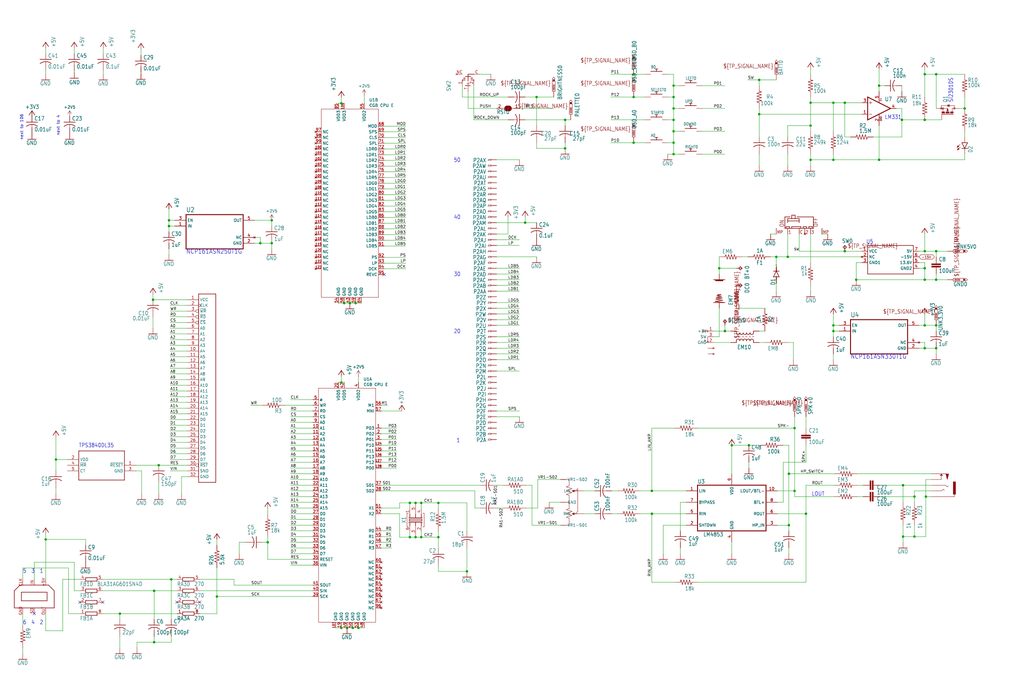
<source format=kicad_sch>
(kicad_sch (version 20231120) (generator "eeschema") (generator_version "8.0")
  (paper "User" 455.651 299.872)
  (lib_symbols
    (symbol "CGB:CPUE_CGB"
      (property "Reference" "U" (at 0 -12.7 0))
      (property "Value" "CGB CPU E" (at 0 -15.24 0))
      (symbol "CPUE_CGB_1_0"
        (pin unspecified line (at 15.24 -17.78 180) (length 2.54) (name "P03") (number "1"))
        (pin unspecified line (at -15.24 -17.78 0) (length 2.54) (name "A1") (number "10"))
        (pin unspecified line (at -5.08 -106.68 90) (length 2.54) (name "GND") (number "107"))
        (pin unspecified line (at -15.24 -20.32 0) (length 2.54) (name "A2") (number "11"))
        (pin unspecified line (at -15.24 -22.86 0) (length 2.54) (name "A3") (number "12"))
        (pin unspecified line (at 15.24 -25.4 180) (length 2.54) (name "P10") (number "124"))
        (pin unspecified line (at 15.24 -27.94 180) (length 2.54) (name "P11") (number "125"))
        (pin unspecified line (at 15.24 -30.48 180) (length 2.54) (name "P13") (number "126"))
        (pin unspecified line (at 15.24 -33.02 180) (length 2.54) (name "P12") (number "127"))
        (pin unspecified line (at 15.24 -35.56 180) (length 2.54) (name "P00") (number "128"))
        (pin unspecified line (at -15.24 -25.4 0) (length 2.54) (name "A4") (number "13"))
        (pin unspecified line (at -15.24 -27.94 0) (length 2.54) (name "A5") (number "14"))
        (pin unspecified line (at -15.24 -30.48 0) (length 2.54) (name "A6") (number "15"))
        (pin unspecified line (at -15.24 -33.02 0) (length 2.54) (name "A7") (number "16"))
        (pin unspecified line (at -15.24 -35.56 0) (length 2.54) (name "A8") (number "17"))
        (pin unspecified line (at -15.24 -38.1 0) (length 2.54) (name "A9") (number "18"))
        (pin unspecified line (at -2.54 -106.68 90) (length 2.54) (name "GND") (number "19"))
        (pin unspecified line (at 15.24 -20.32 180) (length 2.54) (name "P02") (number "2"))
        (pin unspecified line (at -3.81 2.54 270) (length 2.54) (name "VDD5") (number "20"))
        (pin unspecified line (at -15.24 -40.64 0) (length 2.54) (name "A10") (number "21"))
        (pin unspecified line (at -15.24 -43.18 0) (length 2.54) (name "A11") (number "22"))
        (pin unspecified line (at -15.24 -45.72 0) (length 2.54) (name "A12") (number "23"))
        (pin unspecified line (at -15.24 -48.26 0) (length 2.54) (name "A13") (number "24"))
        (pin unspecified line (at -15.24 -50.8 0) (length 2.54) (name "A14") (number "25"))
        (pin unspecified line (at -15.24 -53.34 0) (length 2.54) (name "A15") (number "26"))
        (pin unspecified line (at -15.24 -55.88 0) (length 2.54) (name "D0") (number "27"))
        (pin unspecified line (at -15.24 -58.42 0) (length 2.54) (name "D1") (number "28"))
        (pin unspecified line (at -15.24 -60.96 0) (length 2.54) (name "D2") (number "29"))
        (pin unspecified line (at 15.24 -22.86 180) (length 2.54) (name "P01") (number "3"))
        (pin unspecified line (at -15.24 -63.5 0) (length 2.54) (name "D3") (number "30"))
        (pin unspecified line (at -15.24 -66.04 0) (length 2.54) (name "D4") (number "31"))
        (pin unspecified line (at -15.24 -68.58 0) (length 2.54) (name "D5") (number "32"))
        (pin unspecified line (at -15.24 -71.12 0) (length 2.54) (name "D6") (number "33"))
        (pin unspecified line (at -15.24 -73.66 0) (length 2.54) (name "D7") (number "34"))
        (pin unspecified line (at -15.24 -76.2 0) (length 2.54) (name "RESET") (number "35"))
        (pin unspecified line (at -15.24 -78.74 0) (length 2.54) (name "VIN") (number "36"))
        (pin unspecified line (at 15.24 -43.18 180) (length 2.54) (name "S01") (number "37"))
        (pin unspecified line (at 15.24 -45.72 180) (length 2.54) (name "S02") (number "38"))
        (pin input line (at -15.24 -87.63 0) (length 2.54) (name "SCK") (number "39"))
        (pin unspecified line (at 5.08 2.54 270) (length 2.54) (name "VDD2") (number "4"))
        (pin unspecified line (at -15.24 -90.17 0) (length 2.54) (name "SIN") (number "40"))
        (pin unspecified line (at -15.24 -92.71 0) (length 2.54) (name "SOUT") (number "41"))
        (pin unspecified line (at -1.27 2.54 270) (length 2.54) (name "VDD5") (number "42"))
        (pin unspecified line (at 15.24 -60.96 180) (length 2.54) (name "R0") (number "44"))
        (pin unspecified line (at 15.24 -63.5 180) (length 2.54) (name "R1") (number "45"))
        (pin unspecified line (at 15.24 -66.04 180) (length 2.54) (name "R2") (number "46"))
        (pin unspecified line (at 15.24 -68.58 180) (length 2.54) (name "R3") (number "47"))
        (pin unspecified line (at 7.62 -106.68 90) (length 2.54) (name "GND") (number "48"))
        (pin unspecified line (at 0 -106.68 90) (length 2.54) (name "GND") (number "49"))
        (pin unspecified line (at -15.24 -5.08 0) (length 2.54) (name "ø") (number "5"))
        (pin unspecified line (at 2.54 -106.68 90) (length 2.54) (name "GND") (number "50"))
        (pin unspecified line (at 15.24 -50.8 180) (length 2.54) (name "X1") (number "51"))
        (pin unspecified line (at 15.24 -53.34 180) (length 2.54) (name "X2") (number "52"))
        (pin unspecified line (at 5.08 -106.68 90) (length 2.54) (name "GND") (number "53"))
        (pin unspecified line (at 15.24 -7.62 180) (length 2.54) (name "M1") (number "56"))
        (pin unspecified line (at 15.24 -10.16 180) (length 2.54) (name "MNI") (number "57"))
        (pin unspecified line (at -15.24 -7.62 0) (length 2.54) (name "WR") (number "6"))
        (pin no_connect line (at 15.24 -76.2 180) (length 2.54) (name "NC") (number "60"))
        (pin no_connect line (at 15.24 -78.74 180) (length 2.54) (name "NC") (number "61"))
        (pin no_connect line (at 15.24 -81.28 180) (length 2.54) (name "NC") (number "62"))
        (pin no_connect line (at 15.24 -83.82 180) (length 2.54) (name "NC") (number "63"))
        (pin no_connect line (at 15.24 -86.36 180) (length 2.54) (name "NC") (number "64"))
        (pin no_connect line (at 15.24 -88.9 180) (length 2.54) (name "NC") (number "65"))
        (pin no_connect line (at 15.24 -91.44 180) (length 2.54) (name "NC") (number "66"))
        (pin no_connect line (at 15.24 -93.98 180) (length 2.54) (name "NC") (number "67"))
        (pin unspecified line (at -15.24 -10.16 0) (length 2.54) (name "RD") (number "7"))
        (pin unspecified line (at -15.24 -12.7 0) (length 2.54) (name "CS") (number "8"))
        (pin unspecified line (at -15.24 -15.24 0) (length 2.54) (name "A0") (number "9"))
        (pin no_connect line (at 15.24 -96.52 180) (length 2.54) (name "NC") (number "96"))
      )
      (symbol "CPUE_CGB_2_0"
        (pin no_connect line (at -15.24 -17.78 0) (length 2.54) (name "NC") (number "100"))
        (pin no_connect line (at -15.24 -20.32 0) (length 2.54) (name "NC") (number "101"))
        (pin no_connect line (at -15.24 -22.86 0) (length 2.54) (name "NC") (number "102"))
        (pin no_connect line (at -15.24 -25.4 0) (length 2.54) (name "NC") (number "103"))
        (pin no_connect line (at -15.24 -27.94 0) (length 2.54) (name "NC") (number "104"))
        (pin no_connect line (at -15.24 -30.48 0) (length 2.54) (name "NC") (number "105"))
        (pin unspecified line (at -2.54 2.54 270) (length 2.54) (name "VDD3") (number "106"))
        (pin no_connect line (at -15.24 -35.56 0) (length 2.54) (name "NC") (number "108"))
        (pin no_connect line (at -15.24 -33.02 0) (length 2.54) (name "NC") (number "109"))
        (pin no_connect line (at -15.24 -38.1 0) (length 2.54) (name "NC") (number "110"))
        (pin no_connect line (at -15.24 -40.64 0) (length 2.54) (name "NC") (number "111"))
        (pin no_connect line (at -15.24 -43.18 0) (length 2.54) (name "NC") (number "112"))
        (pin no_connect line (at -15.24 -45.72 0) (length 2.54) (name "NC") (number "113"))
        (pin no_connect line (at -15.24 -48.26 0) (length 2.54) (name "NC") (number "114"))
        (pin no_connect line (at -15.24 -50.8 0) (length 2.54) (name "NC") (number "115"))
        (pin no_connect line (at -15.24 -53.34 0) (length 2.54) (name "NC") (number "116"))
        (pin no_connect line (at -15.24 -55.88 0) (length 2.54) (name "NC") (number "117"))
        (pin no_connect line (at -15.24 -58.42 0) (length 2.54) (name "NC") (number "118"))
        (pin no_connect line (at -15.24 -60.96 0) (length 2.54) (name "NC") (number "119"))
        (pin no_connect line (at -15.24 -63.5 0) (length 2.54) (name "NC") (number "120"))
        (pin no_connect line (at -15.24 -66.04 0) (length 2.54) (name "NC") (number "121"))
        (pin no_connect line (at -15.24 -68.58 0) (length 2.54) (name "NC") (number "122"))
        (pin no_connect line (at -15.24 -71.12 0) (length 2.54) (name "NC") (number "123"))
        (pin unspecified line (at 0 -86.36 90) (length 2.54) (name "GND") (number "43"))
        (pin unspecified line (at -5.08 -86.36 90) (length 2.54) (name "GND") (number "54"))
        (pin unspecified line (at 6.35 2.54 270) (length 2.54) (name "VDD2") (number "55"))
        (pin unspecified line (at -2.54 -86.36 90) (length 2.54) (name "GND") (number "58"))
        (pin unspecified line (at 2.54 -86.36 90) (length 2.54) (name "GND") (number "59"))
        (pin unspecified line (at 15.24 -7.62 180) (length 2.54) (name "MOD") (number "68"))
        (pin unspecified line (at 15.24 -10.16 180) (length 2.54) (name "SPS") (number "69"))
        (pin unspecified line (at 15.24 -12.7 180) (length 2.54) (name "CLS") (number "70"))
        (pin unspecified line (at 15.24 -15.24 180) (length 2.54) (name "SPL") (number "71"))
        (pin unspecified line (at 15.24 -17.78 180) (length 2.54) (name "LDR0") (number "72"))
        (pin unspecified line (at 15.24 -20.32 180) (length 2.54) (name "LDR1") (number "73"))
        (pin unspecified line (at 15.24 -22.86 180) (length 2.54) (name "LDR2") (number "74"))
        (pin unspecified line (at 15.24 -25.4 180) (length 2.54) (name "LDR3") (number "75"))
        (pin unspecified line (at 15.24 -27.94 180) (length 2.54) (name "LDR4") (number "76"))
        (pin unspecified line (at 15.24 -30.48 180) (length 2.54) (name "LDR5") (number "77"))
        (pin unspecified line (at 15.24 -33.02 180) (length 2.54) (name "LDG0") (number "78"))
        (pin unspecified line (at 15.24 -35.56 180) (length 2.54) (name "LDG1") (number "79"))
        (pin unspecified line (at 15.24 -38.1 180) (length 2.54) (name "LDG2") (number "80"))
        (pin unspecified line (at 15.24 -40.64 180) (length 2.54) (name "LDG3") (number "81"))
        (pin unspecified line (at 15.24 -43.18 180) (length 2.54) (name "LDG4") (number "82"))
        (pin unspecified line (at 15.24 -45.72 180) (length 2.54) (name "LDG5") (number "83"))
        (pin unspecified line (at 5.08 -86.36 90) (length 2.54) (name "GND") (number "84"))
        (pin unspecified line (at -5.08 2.54 270) (length 2.54) (name "VDD3") (number "85"))
        (pin unspecified line (at 15.24 -48.26 180) (length 2.54) (name "LDB0") (number "86"))
        (pin unspecified line (at 15.24 -50.8 180) (length 2.54) (name "LDB1") (number "87"))
        (pin unspecified line (at 15.24 -53.34 180) (length 2.54) (name "LDB2") (number "88"))
        (pin unspecified line (at 15.24 -55.88 180) (length 2.54) (name "LDB3") (number "89"))
        (pin unspecified line (at 15.24 -58.42 180) (length 2.54) (name "LDB4") (number "90"))
        (pin unspecified line (at 15.24 -60.96 180) (length 2.54) (name "LDB5") (number "91"))
        (pin unspecified line (at 15.24 -66.04 180) (length 2.54) (name "PS") (number "92"))
        (pin unspecified line (at 15.24 -68.58 180) (length 2.54) (name "LP") (number "93"))
        (pin unspecified line (at 15.24 -71.12 180) (length 2.54) (name "DCK") (number "94"))
        (pin unspecified line (at 15.24 -73.66 180) (length 2.54) (name "REVC") (number "95"))
        (pin no_connect line (at -15.24 -10.16 0) (length 2.54) (name "NC") (number "97"))
        (pin no_connect line (at -15.24 -12.7 0) (length 2.54) (name "NC") (number "98"))
        (pin no_connect line (at -15.24 -15.24 0) (length 2.54) (name "NC") (number "99"))
      )
    )
    (symbol "CPUE_CGB_1"
      (property "Reference" "U" (at 0 -12.7 0))
      (property "Value" "CGB CPU E" (at 0 -15.24 0))
      (symbol "CPUE_CGB_1_1_0"
        (pin unspecified line (at 15.24 -17.78 180) (length 2.54) (name "P03") (number "1"))
        (pin unspecified line (at -15.24 -17.78 0) (length 2.54) (name "A1") (number "10"))
        (pin unspecified line (at -5.08 -106.68 90) (length 2.54) (name "GND") (number "107"))
        (pin unspecified line (at -15.24 -20.32 0) (length 2.54) (name "A2") (number "11"))
        (pin unspecified line (at -15.24 -22.86 0) (length 2.54) (name "A3") (number "12"))
        (pin unspecified line (at 15.24 -25.4 180) (length 2.54) (name "P10") (number "124"))
        (pin unspecified line (at 15.24 -27.94 180) (length 2.54) (name "P11") (number "125"))
        (pin unspecified line (at 15.24 -30.48 180) (length 2.54) (name "P13") (number "126"))
        (pin unspecified line (at 15.24 -33.02 180) (length 2.54) (name "P12") (number "127"))
        (pin unspecified line (at 15.24 -35.56 180) (length 2.54) (name "P00") (number "128"))
        (pin unspecified line (at -15.24 -25.4 0) (length 2.54) (name "A4") (number "13"))
        (pin unspecified line (at -15.24 -27.94 0) (length 2.54) (name "A5") (number "14"))
        (pin unspecified line (at -15.24 -30.48 0) (length 2.54) (name "A6") (number "15"))
        (pin unspecified line (at -15.24 -33.02 0) (length 2.54) (name "A7") (number "16"))
        (pin unspecified line (at -15.24 -35.56 0) (length 2.54) (name "A8") (number "17"))
        (pin unspecified line (at -15.24 -38.1 0) (length 2.54) (name "A9") (number "18"))
        (pin unspecified line (at -2.54 -106.68 90) (length 2.54) (name "GND") (number "19"))
        (pin unspecified line (at 15.24 -20.32 180) (length 2.54) (name "P02") (number "2"))
        (pin unspecified line (at -3.81 2.54 270) (length 2.54) (name "VDD5") (number "20"))
        (pin unspecified line (at -15.24 -40.64 0) (length 2.54) (name "A10") (number "21"))
        (pin unspecified line (at -15.24 -43.18 0) (length 2.54) (name "A11") (number "22"))
        (pin unspecified line (at -15.24 -45.72 0) (length 2.54) (name "A12") (number "23"))
        (pin unspecified line (at -15.24 -48.26 0) (length 2.54) (name "A13") (number "24"))
        (pin unspecified line (at -15.24 -50.8 0) (length 2.54) (name "A14") (number "25"))
        (pin unspecified line (at -15.24 -53.34 0) (length 2.54) (name "A15") (number "26"))
        (pin unspecified line (at -15.24 -55.88 0) (length 2.54) (name "D0") (number "27"))
        (pin unspecified line (at -15.24 -58.42 0) (length 2.54) (name "D1") (number "28"))
        (pin unspecified line (at -15.24 -60.96 0) (length 2.54) (name "D2") (number "29"))
        (pin unspecified line (at 15.24 -22.86 180) (length 2.54) (name "P01") (number "3"))
        (pin unspecified line (at -15.24 -63.5 0) (length 2.54) (name "D3") (number "30"))
        (pin unspecified line (at -15.24 -66.04 0) (length 2.54) (name "D4") (number "31"))
        (pin unspecified line (at -15.24 -68.58 0) (length 2.54) (name "D5") (number "32"))
        (pin unspecified line (at -15.24 -71.12 0) (length 2.54) (name "D6") (number "33"))
        (pin unspecified line (at -15.24 -73.66 0) (length 2.54) (name "D7") (number "34"))
        (pin unspecified line (at -15.24 -76.2 0) (length 2.54) (name "RESET") (number "35"))
        (pin unspecified line (at -15.24 -78.74 0) (length 2.54) (name "VIN") (number "36"))
        (pin unspecified line (at 15.24 -43.18 180) (length 2.54) (name "S01") (number "37"))
        (pin unspecified line (at 15.24 -45.72 180) (length 2.54) (name "S02") (number "38"))
        (pin input line (at -15.24 -92.71 0) (length 2.54) (name "SCK") (number "39"))
        (pin unspecified line (at 5.08 2.54 270) (length 2.54) (name "VDD2") (number "4"))
        (pin unspecified line (at -15.24 -90.17 0) (length 2.54) (name "SIN") (number "40"))
        (pin unspecified line (at -15.24 -87.63 0) (length 2.54) (name "SOUT") (number "41"))
        (pin unspecified line (at -1.27 2.54 270) (length 2.54) (name "VDD5") (number "42"))
        (pin unspecified line (at 15.24 -63.5 180) (length 2.54) (name "R0") (number "44"))
        (pin unspecified line (at 15.24 -66.04 180) (length 2.54) (name "R1") (number "45"))
        (pin unspecified line (at 15.24 -68.58 180) (length 2.54) (name "R2") (number "46"))
        (pin unspecified line (at 15.24 -71.12 180) (length 2.54) (name "R3") (number "47"))
        (pin unspecified line (at 7.62 -106.68 90) (length 2.54) (name "GND") (number "48"))
        (pin unspecified line (at 0 -106.68 90) (length 2.54) (name "GND") (number "49"))
        (pin unspecified line (at -15.24 -5.08 0) (length 2.54) (name "ø") (number "5"))
        (pin unspecified line (at 2.54 -106.68 90) (length 2.54) (name "GND") (number "50"))
        (pin unspecified line (at 15.24 -53.34 180) (length 2.54) (name "X1") (number "51"))
        (pin unspecified line (at 15.24 -55.88 180) (length 2.54) (name "X2") (number "52"))
        (pin unspecified line (at 5.08 -106.68 90) (length 2.54) (name "GND") (number "53"))
        (pin unspecified line (at 15.24 -7.62 180) (length 2.54) (name "M1") (number "56"))
        (pin unspecified line (at 15.24 -10.16 180) (length 2.54) (name "MNI") (number "57"))
        (pin unspecified line (at -15.24 -7.62 0) (length 2.54) (name "WR") (number "6"))
        (pin no_connect line (at 15.24 -77.47 180) (length 2.54) (name "NC") (number "60"))
        (pin no_connect line (at 15.24 -80.01 180) (length 2.54) (name "NC") (number "61"))
        (pin no_connect line (at 15.24 -82.55 180) (length 2.54) (name "NC") (number "62"))
        (pin no_connect line (at 15.24 -85.09 180) (length 2.54) (name "NC") (number "63"))
        (pin no_connect line (at 15.24 -87.63 180) (length 2.54) (name "NC") (number "64"))
        (pin no_connect line (at 15.24 -90.17 180) (length 2.54) (name "NC") (number "65"))
        (pin no_connect line (at 15.24 -92.71 180) (length 2.54) (name "NC") (number "66"))
        (pin no_connect line (at 15.24 -95.25 180) (length 2.54) (name "NC") (number "67"))
        (pin unspecified line (at -15.24 -10.16 0) (length 2.54) (name "RD") (number "7"))
        (pin unspecified line (at -15.24 -12.7 0) (length 2.54) (name "CS") (number "8"))
        (pin unspecified line (at -15.24 -15.24 0) (length 2.54) (name "A0") (number "9"))
        (pin no_connect line (at 15.24 -97.79 180) (length 2.54) (name "NC") (number "96"))
      )
      (symbol "CPUE_CGB_1_2_0"
        (pin no_connect line (at -15.24 -17.78 0) (length 2.54) (name "NC") (number "100"))
        (pin no_connect line (at -15.24 -20.32 0) (length 2.54) (name "NC") (number "101"))
        (pin no_connect line (at -15.24 -22.86 0) (length 2.54) (name "NC") (number "102"))
        (pin no_connect line (at -15.24 -25.4 0) (length 2.54) (name "NC") (number "103"))
        (pin no_connect line (at -15.24 -27.94 0) (length 2.54) (name "NC") (number "104"))
        (pin no_connect line (at -15.24 -30.48 0) (length 2.54) (name "NC") (number "105"))
        (pin unspecified line (at -2.54 2.54 270) (length 2.54) (name "VDD3") (number "106"))
        (pin no_connect line (at -15.24 -35.56 0) (length 2.54) (name "NC") (number "108"))
        (pin no_connect line (at -15.24 -33.02 0) (length 2.54) (name "NC") (number "109"))
        (pin no_connect line (at -15.24 -38.1 0) (length 2.54) (name "NC") (number "110"))
        (pin no_connect line (at -15.24 -40.64 0) (length 2.54) (name "NC") (number "111"))
        (pin no_connect line (at -15.24 -43.18 0) (length 2.54) (name "NC") (number "112"))
        (pin no_connect line (at -15.24 -45.72 0) (length 2.54) (name "NC") (number "113"))
        (pin no_connect line (at -15.24 -48.26 0) (length 2.54) (name "NC") (number "114"))
        (pin no_connect line (at -15.24 -50.8 0) (length 2.54) (name "NC") (number "115"))
        (pin no_connect line (at -15.24 -53.34 0) (length 2.54) (name "NC") (number "116"))
        (pin no_connect line (at -15.24 -55.88 0) (length 2.54) (name "NC") (number "117"))
        (pin no_connect line (at -15.24 -58.42 0) (length 2.54) (name "NC") (number "118"))
        (pin no_connect line (at -15.24 -60.96 0) (length 2.54) (name "NC") (number "119"))
        (pin no_connect line (at -15.24 -63.5 0) (length 2.54) (name "NC") (number "120"))
        (pin no_connect line (at -15.24 -66.04 0) (length 2.54) (name "NC") (number "121"))
        (pin no_connect line (at -15.24 -68.58 0) (length 2.54) (name "NC") (number "122"))
        (pin no_connect line (at -15.24 -71.12 0) (length 2.54) (name "NC") (number "123"))
        (pin unspecified line (at 0 -86.36 90) (length 2.54) (name "GND") (number "43"))
        (pin unspecified line (at -5.08 -86.36 90) (length 2.54) (name "GND") (number "54"))
        (pin unspecified line (at 6.35 2.54 270) (length 2.54) (name "VDD2") (number "55"))
        (pin unspecified line (at -2.54 -86.36 90) (length 2.54) (name "GND") (number "58"))
        (pin unspecified line (at 2.54 -86.36 90) (length 2.54) (name "GND") (number "59"))
        (pin unspecified line (at 15.24 -7.62 180) (length 2.54) (name "MOD") (number "68"))
        (pin unspecified line (at 15.24 -10.16 180) (length 2.54) (name "SPS") (number "69"))
        (pin unspecified line (at 15.24 -12.7 180) (length 2.54) (name "CLS") (number "70"))
        (pin unspecified line (at 15.24 -15.24 180) (length 2.54) (name "SPL") (number "71"))
        (pin unspecified line (at 15.24 -17.78 180) (length 2.54) (name "LDR0") (number "72"))
        (pin unspecified line (at 15.24 -20.32 180) (length 2.54) (name "LDR1") (number "73"))
        (pin unspecified line (at 15.24 -22.86 180) (length 2.54) (name "LDR2") (number "74"))
        (pin unspecified line (at 15.24 -25.4 180) (length 2.54) (name "LDR3") (number "75"))
        (pin unspecified line (at 15.24 -27.94 180) (length 2.54) (name "LDR4") (number "76"))
        (pin unspecified line (at 15.24 -30.48 180) (length 2.54) (name "LDR5") (number "77"))
        (pin unspecified line (at 15.24 -33.02 180) (length 2.54) (name "LDG0") (number "78"))
        (pin unspecified line (at 15.24 -35.56 180) (length 2.54) (name "LDG1") (number "79"))
        (pin unspecified line (at 15.24 -38.1 180) (length 2.54) (name "LDG2") (number "80"))
        (pin unspecified line (at 15.24 -40.64 180) (length 2.54) (name "LDG3") (number "81"))
        (pin unspecified line (at 15.24 -43.18 180) (length 2.54) (name "LDG4") (number "82"))
        (pin unspecified line (at 15.24 -45.72 180) (length 2.54) (name "LDG5") (number "83"))
        (pin unspecified line (at 5.08 -86.36 90) (length 2.54) (name "GND") (number "84"))
        (pin unspecified line (at -5.08 2.54 270) (length 2.54) (name "VDD3") (number "85"))
        (pin unspecified line (at 15.24 -48.26 180) (length 2.54) (name "LDB0") (number "86"))
        (pin unspecified line (at 15.24 -50.8 180) (length 2.54) (name "LDB1") (number "87"))
        (pin unspecified line (at 15.24 -53.34 180) (length 2.54) (name "LDB2") (number "88"))
        (pin unspecified line (at 15.24 -55.88 180) (length 2.54) (name "LDB3") (number "89"))
        (pin unspecified line (at 15.24 -58.42 180) (length 2.54) (name "LDB4") (number "90"))
        (pin unspecified line (at 15.24 -60.96 180) (length 2.54) (name "LDB5") (number "91"))
        (pin unspecified line (at 15.24 -66.04 180) (length 2.54) (name "PS") (number "92"))
        (pin unspecified line (at 15.24 -68.58 180) (length 2.54) (name "LP") (number "93"))
        (pin unspecified line (at 15.24 -71.12 180) (length 2.54) (name "DCK") (number "94"))
        (pin unspecified line (at 15.24 -73.66 180) (length 2.54) (name "REVC") (number "95"))
        (pin no_connect line (at -15.24 -10.16 0) (length 2.54) (name "NC") (number "97"))
        (pin no_connect line (at -15.24 -12.7 0) (length 2.54) (name "NC") (number "98"))
        (pin no_connect line (at -15.24 -15.24 0) (length 2.54) (name "NC") (number "99"))
      )
    )
    (symbol "DMG_BTN1L_1"
      (property "Reference" "START0" (at -2.54 2.54 0))
      (symbol "DMG_BTN1L_1_1_0"
        (pin passive line (at 5.08 0 180) (length 2.54) (name "P$2") (number "1"))
        (pin passive line (at -5.08 0 0) (length 2.54) (name "P$1") (number "2"))
      )
    )
    (symbol "DMG_BTN3_1"
      (property "Reference" "A0" (at -2.54 2.54 0))
      (symbol "DMG_BTN3_1_1_0"
        (pin passive line (at -5.08 0 0) (length 2.54) (name "P$1") (number "1"))
        (pin passive line (at 5.08 0 180) (length 2.54) (name "P$2") (number "2"))
      )
    )
    (symbol "MGBC-MBL-01_2_1-eagle-import:+3V3" (power)
      (symbol "+3V3_1_0"
        (pin power_in line (at 0 -2.54 90) (length 2.54) (name "+3V3") (number "1"))
      )
    )
    (symbol "MGBC-MBL-01_2_1-eagle-import:+5V" (power)
      (symbol "+5V_1_0"
        (pin power_in line (at 0 -2.54 90) (length 2.54) (name "+5V") (number "1"))
      )
    )
    (symbol "MGBC-MBL-01_2_1-eagle-import:4R-NEXB38V"
      (property "Reference" "RN" (at -5.08 -3.048 0))
      (symbol "4R-NEXB38V_1_0"
        (pin passive line (at -5.08 0 0) (length 2.54) (name "1") (number "1"))
        (pin passive line (at 5.08 0 180) (length 2.54) (name "2") (number "8"))
      )
      (symbol "4R-NEXB38V_2_0"
        (pin passive line (at -5.08 0 0) (length 2.54) (name "1") (number "2"))
        (pin passive line (at 5.08 0 180) (length 2.54) (name "2") (number "7"))
      )
      (symbol "4R-NEXB38V_3_0"
        (pin passive line (at -5.08 0 0) (length 2.54) (name "1") (number "3"))
        (pin passive line (at 5.08 0 180) (length 2.54) (name "2") (number "6"))
      )
      (symbol "4R-NEXB38V_4_0"
        (pin passive line (at -5.08 0 0) (length 2.54) (name "1") (number "4"))
        (pin passive line (at 5.08 0 180) (length 2.54) (name "2") (number "5"))
      )
    )
    (symbol "MGBC-MBL-01_2_1-eagle-import:8.388608MHZ-4-PAD"
      (property "Reference" "X" (at -3.81 7.62 0))
      (symbol "8.388608MHZ-4-PAD_1_0"
        (pin passive line (at -5.08 2.54 0) (length 2.54) (name "1") (number "1"))
        (pin passive line (at 5.08 -2.54 180) (length 2.54) (name "2") (number "2"))
        (pin passive line (at 7.62 0 180) (length 5.08) (name "3") (number "3"))
        (pin passive line (at -5.08 -2.54 0) (length 2.54) (name "4") (number "4"))
        (pin passive line (at -7.62 0 0) (length 5.08) (name "5") (number "5"))
        (pin passive line (at 5.08 2.54 180) (length 2.54) (name "6") (number "6"))
      )
    )
    (symbol "MGBC-MBL-01_2_1-eagle-import:ACM4532-801-2PA"
      (property "Reference" "TR" (at -6.604 4.572 0))
      (symbol "ACM4532-801-2PA_1_0"
        (pin passive line (at -7.62 2.54 0) (length 2.54) (name "1") (number "1"))
        (pin passive line (at -7.62 -2.54 0) (length 2.54) (name "2") (number "2"))
        (pin passive line (at 5.08 -2.54 180) (length 2.54) (name "3") (number "3"))
        (pin passive line (at 5.08 2.54 180) (length 2.54) (name "4") (number "4"))
      )
    )
    (symbol "MGBC-MBL-01_2_1-eagle-import:BSS84"
      (property "Reference" "Q" (at 2.54 0 0))
      (symbol "BSS84_1_0"
        (pin passive line (at -5.08 2.54 0) (length 2.54) (name "G") (number "1"))
        (pin passive line (at 0 5.08 270) (length 2.54) (name "S") (number "2"))
        (pin passive line (at 0 -5.08 90) (length 2.54) (name "D") (number "3"))
      )
    )
    (symbol "MGBC-MBL-01_2_1-eagle-import:C-EUC1210"
      (property "Reference" "C" (at 1.524 0.381 0))
      (symbol "C-EUC1210_1_0"
        (pin passive line (at 0 2.54 270) (length 2.54) (name "1") (number "1"))
        (pin passive line (at 0 -5.08 90) (length 2.54) (name "2") (number "2"))
      )
    )
    (symbol "MGBC-MBL-01_2_1-eagle-import:C-USC0603"
      (property "Reference" "C" (at 1.016 0.635 0))
      (symbol "C-USC0603_1_0"
        (pin passive line (at 0 2.54 270) (length 2.54) (name "1") (number "1"))
        (pin passive line (at 0 -5.08 90) (length 2.54) (name "2") (number "2"))
      )
    )
    (symbol "MGBC-MBL-01_2_1-eagle-import:C-USC0805"
      (property "Reference" "C" (at 1.016 0.635 0))
      (symbol "C-USC0805_1_0"
        (pin passive line (at 0 2.54 270) (length 2.54) (name "1") (number "1"))
        (pin passive line (at 0 -5.08 90) (length 2.54) (name "2") (number "2"))
      )
    )
    (symbol "MGBC-MBL-01_2_1-eagle-import:CGRM400-G"
      (property "Reference" "D" (at 2.54 0.4826 0))
      (symbol "CGRM400-G_1_0"
        (text "SpiceOrder 1" (at -2.54 0 0) (effects (font (size 0.4064 0.3454))))
        (text "SpiceOrder 2" (at 2.54 0 0) (effects (font (size 0.4064 0.3454))))
        (pin passive line (at -2.54 0 0) (length 0) (name "A") (number "A"))
        (pin passive line (at 2.54 0 180) (length 0) (name "C") (number "C"))
      )
    )
    (symbol "MGBC-MBL-01_2_1-eagle-import:DMG_BTN1L"
      (property "Reference" "SELECT0" (at -2.54 2.54 0))
      (symbol "DMG_BTN1L_1_0"
        (pin passive line (at 5.08 0 180) (length 2.54) (name "P$2") (number "1"))
        (pin passive line (at -5.08 0 0) (length 2.54) (name "P$1") (number "2"))
      )
    )
    (symbol "MGBC-MBL-01_2_1-eagle-import:DMG_BTN3"
      (property "Reference" "B0" (at -2.54 2.54 0))
      (symbol "DMG_BTN3_1_0"
        (pin passive line (at 5.08 0 180) (length 2.54) (name "P$2") (number "1"))
        (pin passive line (at -5.08 0 0) (length 2.54) (name "P$1") (number "2"))
      )
    )
    (symbol "MGBC-MBL-01_2_1-eagle-import:GBC_LCDH"
      (property "Reference" "X" (at 2.032 -0.762 0))
      (symbol "GBC_LCDH_1_0"
        (pin passive line (at -2.54 0 0) (length 2.54) (name "1") (number "1"))
      )
      (symbol "GBC_LCDH_2_0"
        (pin passive line (at -2.54 0 0) (length 2.54) (name "1") (number "2"))
      )
      (symbol "GBC_LCDH_3_0"
        (pin passive line (at -2.54 0 0) (length 2.54) (name "1") (number "3"))
      )
      (symbol "GBC_LCDH_4_0"
        (pin passive line (at -2.54 0 0) (length 2.54) (name "1") (number "4"))
      )
      (symbol "GBC_LCDH_5_0"
        (pin passive line (at -2.54 0 0) (length 2.54) (name "1") (number "5"))
      )
      (symbol "GBC_LCDH_6_0"
        (pin passive line (at -2.54 0 0) (length 2.54) (name "1") (number "6"))
      )
      (symbol "GBC_LCDH_7_0"
        (pin passive line (at -2.54 0 0) (length 2.54) (name "1") (number "7"))
      )
      (symbol "GBC_LCDH_8_0"
        (pin passive line (at -2.54 0 0) (length 2.54) (name "1") (number "8"))
      )
      (symbol "GBC_LCDH_9_0"
        (pin passive line (at -2.54 0 0) (length 2.54) (name "1") (number "9"))
      )
      (symbol "GBC_LCDH_10_0"
        (pin passive line (at -2.54 0 0) (length 2.54) (name "1") (number "10"))
      )
      (symbol "GBC_LCDH_11_0"
        (pin passive line (at -2.54 0 0) (length 2.54) (name "1") (number "11"))
      )
      (symbol "GBC_LCDH_12_0"
        (pin passive line (at -2.54 0 0) (length 2.54) (name "1") (number "12"))
      )
      (symbol "GBC_LCDH_13_0"
        (pin passive line (at -2.54 0 0) (length 2.54) (name "1") (number "13"))
      )
      (symbol "GBC_LCDH_14_0"
        (pin passive line (at -2.54 0 0) (length 2.54) (name "1") (number "14"))
      )
      (symbol "GBC_LCDH_15_0"
        (pin passive line (at -2.54 0 0) (length 2.54) (name "1") (number "15"))
      )
      (symbol "GBC_LCDH_16_0"
        (pin passive line (at -2.54 0 0) (length 2.54) (name "1") (number "16"))
      )
      (symbol "GBC_LCDH_17_0"
        (pin passive line (at -2.54 0 0) (length 2.54) (name "1") (number "17"))
      )
      (symbol "GBC_LCDH_18_0"
        (pin passive line (at -2.54 0 0) (length 2.54) (name "1") (number "18"))
      )
      (symbol "GBC_LCDH_19_0"
        (pin passive line (at -2.54 0 0) (length 2.54) (name "1") (number "19"))
      )
      (symbol "GBC_LCDH_20_0"
        (pin passive line (at -2.54 0 0) (length 2.54) (name "1") (number "20"))
      )
      (symbol "GBC_LCDH_21_0"
        (pin passive line (at -2.54 0 0) (length 2.54) (name "1") (number "21"))
      )
      (symbol "GBC_LCDH_22_0"
        (pin passive line (at -2.54 0 0) (length 2.54) (name "1") (number "22"))
      )
      (symbol "GBC_LCDH_23_0"
        (pin passive line (at -2.54 0 0) (length 2.54) (name "1") (number "23"))
      )
      (symbol "GBC_LCDH_24_0"
        (pin passive line (at -2.54 0 0) (length 2.54) (name "1") (number "24"))
      )
      (symbol "GBC_LCDH_25_0"
        (pin passive line (at -2.54 0 0) (length 2.54) (name "1") (number "25"))
      )
      (symbol "GBC_LCDH_26_0"
        (pin passive line (at -2.54 0 0) (length 2.54) (name "1") (number "26"))
      )
      (symbol "GBC_LCDH_27_0"
        (pin passive line (at -2.54 0 0) (length 2.54) (name "1") (number "27"))
      )
      (symbol "GBC_LCDH_28_0"
        (pin passive line (at -2.54 0 0) (length 2.54) (name "1") (number "28"))
      )
      (symbol "GBC_LCDH_29_0"
        (pin passive line (at -2.54 0 0) (length 2.54) (name "1") (number "29"))
      )
      (symbol "GBC_LCDH_30_0"
        (pin passive line (at -2.54 0 0) (length 2.54) (name "1") (number "30"))
      )
      (symbol "GBC_LCDH_31_0"
        (pin passive line (at -2.54 0 0) (length 2.54) (name "1") (number "31"))
      )
      (symbol "GBC_LCDH_32_0"
        (pin passive line (at -2.54 0 0) (length 2.54) (name "1") (number "32"))
      )
      (symbol "GBC_LCDH_33_0"
        (pin passive line (at -2.54 0 0) (length 2.54) (name "1") (number "33"))
      )
      (symbol "GBC_LCDH_34_0"
        (pin passive line (at -2.54 0 0) (length 2.54) (name "1") (number "34"))
      )
      (symbol "GBC_LCDH_35_0"
        (pin passive line (at -2.54 0 0) (length 2.54) (name "1") (number "35"))
      )
      (symbol "GBC_LCDH_36_0"
        (pin passive line (at -2.54 0 0) (length 2.54) (name "1") (number "36"))
      )
      (symbol "GBC_LCDH_37_0"
        (pin passive line (at -2.54 0 0) (length 2.54) (name "1") (number "37"))
      )
      (symbol "GBC_LCDH_38_0"
        (pin passive line (at -2.54 0 0) (length 2.54) (name "1") (number "38"))
      )
      (symbol "GBC_LCDH_39_0"
        (pin passive line (at -2.54 0 0) (length 2.54) (name "1") (number "39"))
      )
      (symbol "GBC_LCDH_40_0"
        (pin passive line (at -2.54 0 0) (length 2.54) (name "1") (number "40"))
      )
      (symbol "GBC_LCDH_41_0"
        (pin passive line (at -2.54 0 0) (length 2.54) (name "1") (number "41"))
      )
      (symbol "GBC_LCDH_42_0"
        (pin passive line (at -2.54 0 0) (length 2.54) (name "1") (number "42"))
      )
      (symbol "GBC_LCDH_43_0"
        (pin passive line (at -2.54 0 0) (length 2.54) (name "1") (number "43"))
      )
      (symbol "GBC_LCDH_44_0"
        (pin passive line (at -2.54 0 0) (length 2.54) (name "1") (number "44"))
      )
      (symbol "GBC_LCDH_45_0"
        (pin passive line (at -2.54 0 0) (length 2.54) (name "1") (number "45"))
      )
      (symbol "GBC_LCDH_46_0"
        (pin passive line (at -2.54 0 0) (length 2.54) (name "1") (number "46"))
      )
      (symbol "GBC_LCDH_47_0"
        (pin passive line (at -2.54 0 0) (length 2.54) (name "1") (number "47"))
      )
      (symbol "GBC_LCDH_48_0"
        (pin passive line (at -2.54 0 0) (length 2.54) (name "1") (number "48"))
      )
      (symbol "GBC_LCDH_49_0"
        (pin passive line (at -2.54 0 0) (length 2.54) (name "1") (number "49"))
      )
      (symbol "GBC_LCDH_50_0"
        (pin passive line (at -2.54 0 0) (length 2.54) (name "1") (number "50"))
      )
    )
    (symbol "MGBC-MBL-01_2_1-eagle-import:GND" (power)
      (symbol "GND_1_0"
        (pin power_in line (at 0 2.54 270) (length 2.54) (name "GND") (number "1"))
      )
    )
    (symbol "MGBC-MBL-01_2_1-eagle-import:LED3MM"
      (property "Reference" "LED" (at 3.556 -4.572 90))
      (symbol "LED3MM_1_0"
        (pin passive line (at 0 2.54 270) (length 2.54) (name "A") (number "A"))
        (pin passive line (at 0 -5.08 90) (length 2.54) (name "C") (number "K"))
      )
    )
    (symbol "MGBC-MBL-01_2_1-eagle-import:LINKPORTCGB-LINK"
      (symbol "LINKPORTCGB-LINK_1_0"
        (pin bidirectional line (at -7.62 5.08 0) (length 2.54) (name "+5V") (number "+5V"))
        (pin bidirectional line (at -7.62 -5.08 0) (length 2.54) (name "CLK") (number "CLK"))
        (pin bidirectional line (at 7.62 -5.08 180) (length 2.54) (name "GND") (number "GND"))
        (pin bidirectional line (at -7.62 0 0) (length 2.54) (name "IN") (number "IN"))
        (pin bidirectional line (at 7.62 5.08 180) (length 2.54) (name "OUT") (number "OUT"))
        (pin bidirectional line (at 7.62 0 180) (length 2.54) (name "SD") (number "SD"))
      )
      (symbol "LINKPORTCGB-LINK_2_0"
        (pin power_in line (at 0 7.62 270) (length 5.08) (name "GND") (number "P$7"))
      )
      (symbol "LINKPORTCGB-LINK_3_0"
        (pin power_in line (at 0 7.62 270) (length 5.08) (name "GND") (number "P$10"))
      )
    )
    (symbol "MGBC-MBL-01_2_1-eagle-import:LM4853"
      (property "Reference" "IC" (at -20.32 15.875 0))
      (symbol "LM4853_1_0"
        (pin input line (at -20.32 7.62 0) (length 5.08) (name "LIN") (number "1"))
        (pin output line (at 20.32 7.62 180) (length 5.08) (name "LOUT/BTL-") (number "10"))
        (pin input line (at -20.32 -7.62 0) (length 5.08) (name "SHTDWN") (number "2"))
        (pin input line (at 20.32 -7.62 180) (length 5.08) (name "HP_IN") (number "3"))
        (pin power_in line (at 0 -15.24 90) (length 5.08) (name "GND") (number "4"))
        (pin input line (at -20.32 -2.54 0) (length 5.08) (name "RIN") (number "5"))
        (pin output line (at 20.32 -2.54 180) (length 5.08) (name "ROUT") (number "6"))
        (pin bidirectional line (at -20.32 2.54 0) (length 5.08) (name "BYPASS") (number "7"))
        (pin output line (at 20.32 2.54 180) (length 5.08) (name "BTL+") (number "8"))
        (pin power_in line (at 0 15.24 270) (length 5.08) (name "VDD") (number "9"))
      )
    )
    (symbol "MGBC-MBL-01_2_1-eagle-import:MGB+BATTERY4"
      (symbol "MGB+BATTERY4_1_0"
        (pin bidirectional line (at -2.54 0 0) (length 2.54) (name "P$1") (number "P$1"))
        (pin bidirectional line (at -2.54 0 0) (length 2.54) (name "P$1") (number "P$2"))
        (pin bidirectional line (at -2.54 0 0) (length 2.54) (name "P$1") (number "P$3"))
      )
    )
    (symbol "MGBC-MBL-01_2_1-eagle-import:MGB-BATTERY4"
      (symbol "MGB-BATTERY4_1_0"
        (pin bidirectional line (at -2.54 0 0) (length 2.54) (name "P$1") (number "P$1"))
        (pin bidirectional line (at -2.54 0 0) (length 2.54) (name "P$1") (number "P$3"))
        (pin bidirectional line (at -2.54 0 0) (length 2.54) (name "P$1") (number "P$4"))
      )
    )
    (symbol "MGBC-MBL-01_2_1-eagle-import:MGB-CART"
      (symbol "MGB-CART_1_0"
        (pin power_in line (at -5.08 38.1 0) (length 5.08) (name "VCC") (number "1"))
        (pin output line (at -5.08 15.24 0) (length 5.08) (name "A4") (number "10"))
        (pin output line (at -5.08 12.7 0) (length 5.08) (name "A5") (number "11"))
        (pin output line (at -5.08 10.16 0) (length 5.08) (name "A6") (number "12"))
        (pin output line (at -5.08 7.62 0) (length 5.08) (name "A7") (number "13"))
        (pin output line (at -5.08 5.08 0) (length 5.08) (name "A8") (number "14"))
        (pin output line (at -5.08 2.54 0) (length 5.08) (name "A9") (number "15"))
        (pin output line (at -5.08 0 0) (length 5.08) (name "A10") (number "16"))
        (pin output line (at -5.08 -2.54 0) (length 5.08) (name "A11") (number "17"))
        (pin output line (at -5.08 -5.08 0) (length 5.08) (name "A12") (number "18"))
        (pin output line (at -5.08 -7.62 0) (length 5.08) (name "A13") (number "19"))
        (pin input clock (at -5.08 35.56 0) (length 5.08) (name "CLK") (number "2"))
        (pin output line (at -5.08 -10.16 0) (length 5.08) (name "A14") (number "20"))
        (pin output line (at -5.08 -12.7 0) (length 5.08) (name "A15") (number "21"))
        (pin bidirectional line (at -5.08 -15.24 0) (length 5.08) (name "D0") (number "22"))
        (pin bidirectional line (at -5.08 -17.78 0) (length 5.08) (name "D1") (number "23"))
        (pin bidirectional line (at -5.08 -20.32 0) (length 5.08) (name "D2") (number "24"))
        (pin bidirectional line (at -5.08 -22.86 0) (length 5.08) (name "D3") (number "25"))
        (pin bidirectional line (at -5.08 -25.4 0) (length 5.08) (name "D4") (number "26"))
        (pin bidirectional line (at -5.08 -27.94 0) (length 5.08) (name "D5") (number "27"))
        (pin bidirectional line (at -5.08 -30.48 0) (length 5.08) (name "D6") (number "28"))
        (pin bidirectional line (at -5.08 -33.02 0) (length 5.08) (name "D7") (number "29"))
        (pin output inverted (at -5.08 33.02 0) (length 5.08) (name "~{WR}") (number "3"))
        (pin output inverted (at -5.08 -35.56 0) (length 5.08) (name "~{RST}") (number "30"))
        (pin input line (at -5.08 -38.1 0) (length 5.08) (name "SND") (number "31"))
        (pin power_in line (at -5.08 -40.64 0) (length 5.08) (name "GND") (number "32"))
        (pin output inverted (at -5.08 30.48 0) (length 5.08) (name "~{RD}") (number "4"))
        (pin output inverted (at -5.08 27.94 0) (length 5.08) (name "~{CS}") (number "5"))
        (pin output line (at -5.08 25.4 0) (length 5.08) (name "A0") (number "6"))
        (pin output line (at -5.08 22.86 0) (length 5.08) (name "A1") (number "7"))
        (pin output line (at -5.08 20.32 0) (length 5.08) (name "A2") (number "8"))
        (pin output line (at -5.08 17.78 0) (length 5.08) (name "A3") (number "9"))
      )
    )
    (symbol "MGBC-MBL-01_2_1-eagle-import:MGB-POT{dblquote}{dblquote}"
      (symbol "MGB-POT{dblquote}{dblquote}_1_0"
        (pin bidirectional line (at -5.08 2.54 0) (length 2.54) (name "GND") (number "P$1"))
        (pin bidirectional line (at 5.08 -2.54 180) (length 5.08) (name "RIN") (number "P$2"))
        (pin bidirectional line (at 5.08 7.62 180) (length 5.08) (name "LIN") (number "P$3"))
        (pin bidirectional line (at -5.08 12.7 0) (length 2.54) (name "VR1-S02") (number "P$4"))
        (pin bidirectional line (at -5.08 -7.62 0) (length 2.54) (name "VR1-S01") (number "P$5"))
      )
      (symbol "MGB-POT{dblquote}{dblquote}_2_0"
        (pin power_in line (at 0 7.62 270) (length 5.08) (name "GND") (number "P$6"))
      )
      (symbol "MGB-POT{dblquote}{dblquote}_3_0"
        (pin power_in line (at 0 7.62 270) (length 5.08) (name "GND") (number "P$7"))
      )
    )
    (symbol "MGBC-MBL-01_2_1-eagle-import:MGB-PWRJACK"
      (symbol "MGB-PWRJACK_1_0"
        (pin bidirectional line (at 2.54 2.54 180) (length 2.54) (name "+3V") (number "1"))
        (pin bidirectional line (at 2.54 -2.54 180) (length 2.54) (name "GND") (number "2"))
        (pin bidirectional line (at 2.54 0 180) (length 2.54) (name "SW") (number "3"))
        (pin no_connect line (at 2.54 -5.08 180) (length 2.54) (name "GND1") (number "4"))
        (pin no_connect line (at 2.54 -7.62 180) (length 2.54) (name "GND2") (number "5"))
      )
    )
    (symbol "MGBC-MBL-01_2_1-eagle-import:MGB-PWR_BD"
      (symbol "MGB-PWR_BD_1_0"
        (pin input line (at -12.7 2.54 0) (length 2.54) (name "VCC") (number "1"))
        (pin no_connect line (at -12.7 0 0) (length 2.54) (name "NC") (number "2"))
        (pin power_in line (at -12.7 -2.54 0) (length 2.54) (name "GND1") (number "3"))
        (pin power_in line (at 12.7 -5.08 180) (length 2.54) (name "GND2") (number "4"))
        (pin power_in line (at 12.7 -2.54 180) (length 2.54) (name "13.6V") (number "5"))
        (pin power_in line (at 12.7 0 180) (length 2.54) (name "-15V") (number "6"))
        (pin power_in line (at 12.7 2.54 180) (length 2.54) (name "5V") (number "7"))
      )
    )
    (symbol "MGBC-MBL-01_2_1-eagle-import:MGB-SW1"
      (symbol "MGB-SW1_1_0"
        (text "1" (at 0.254 -7.62 0) (effects (font (size 1.4224 1.209)) (justify left bottom)))
        (text "2" (at 7.874 -7.62 0) (effects (font (size 1.4224 1.209)) (justify left bottom)))
        (text "3" (at 10.414 -7.62 0) (effects (font (size 1.4224 1.209)) (justify left bottom)))
        (text "C" (at 5.334 -7.62 0) (effects (font (size 1.4224 1.209)) (justify left bottom)))
        (text "MP" (at -4.826 -7.62 0) (effects (font (size 1.4224 1.209)) (justify left bottom)))
        (text "MP" (at 15.494 -7.62 0) (effects (font (size 1.4224 1.209)) (justify left bottom)))
        (text "OFF" (at 13.462 -4.572 900) (effects (font (size 1.778 1.5113)) (justify left bottom)))
        (text "ON" (at -1.524 -4.572 900) (effects (font (size 1.778 1.5113)) (justify left bottom)))
        (pin bidirectional line (at 0 -7.62 90) (length 2.54) (name "1") (number "P$1"))
        (pin no_connect line (at 7.62 -7.62 90) (length 2.54) (name "2") (number "P$2"))
        (pin bidirectional line (at 10.16 -7.62 90) (length 2.54) (name "3") (number "P$3"))
        (pin bidirectional line (at 5.08 -7.62 90) (length 2.54) (name "C") (number "P$C"))
        (pin power_in line (at -5.08 -7.62 90) (length 2.54) (name "MP1") (number "P$MP1"))
        (pin power_in line (at 15.24 -7.62 90) (length 2.54) (name "MP2") (number "P$MP2"))
      )
    )
    (symbol "MGBC-MBL-01_2_1-eagle-import:MGBHPMGB"
      (symbol "MGBHPMGB_1_0"
        (pin bidirectional line (at -5.08 -5.08 0) (length 2.54) (name "S") (number "GND"))
        (pin bidirectional line (at -5.08 -2.54 0) (length 2.54) (name "T") (number "L"))
        (pin bidirectional line (at -5.08 0 0) (length 2.54) (name "R") (number "R"))
        (pin bidirectional line (at -5.08 5.08 0) (length 2.54) (name "SWA") (number "SW"))
        (pin bidirectional line (at -5.08 2.54 0) (length 2.54) (name "SWB") (number "SWGND"))
      )
    )
    (symbol "MGBC-MBL-01_2_1-eagle-import:MGB_BTN12"
      (property "Reference" "RIGHT0" (at -2.54 2.54 0))
      (symbol "MGB_BTN12_1_0"
        (pin passive line (at -5.08 0 0) (length 2.54) (name "P$1") (number "1"))
        (pin passive line (at 5.08 0 180) (length 2.54) (name "P$2") (number "2"))
      )
    )
    (symbol "MGBC-MBL-01_2_1-eagle-import:NAV_SWITCH"
      (property "Reference" "S" (at 10.16 -2.54 90))
      (symbol "NAV_SWITCH_1_0"
        (pin passive line (at -2.54 -2.54 90) (length 2.54) (name "1") (number "1"))
        (pin passive line (at 2.54 -2.54 90) (length 2.54) (name "2") (number "2"))
        (pin passive line (at 5.08 2.54 180) (length 2.54) (name "C") (number "C"))
        (pin no_connect line (at -5.08 2.54 0) (length 2.54) (name "NC") (number "NC"))
        (pin passive line (at 0 -5.08 90) (length 2.54) (name "T") (number "T"))
      )
    )
    (symbol "MGBC-MBL-01_2_1-eagle-import:PTR1B1,27"
      (property "Reference" "TP" (at -1.016 -6.35 90))
      (symbol "PTR1B1,27_1_0"
        (text "${TP_SIGNAL_NAME}" (at 1.27 -2.54 0) (effects (font (size 1.778 1.5113)) (justify left bottom)))
        (pin input line (at 0 2.54 270) (length 2.54) (name "TP") (number "TP"))
      )
    )
    (symbol "MGBC-MBL-01_2_1-eagle-import:PTR1PAD1-13"
      (property "Reference" "TP" (at -1.016 -6.35 90))
      (symbol "PTR1PAD1-13_1_0"
        (text "${TP_SIGNAL_NAME}" (at 1.27 -2.54 0) (effects (font (size 1.778 1.5113)) (justify left bottom)))
        (pin input line (at 0 2.54 270) (length 2.54) (name "TP") (number "TP"))
      )
    )
    (symbol "MGBC-MBL-01_2_1-eagle-import:PTR1TP20R"
      (property "Reference" "TP" (at -1.016 -6.35 90))
      (symbol "PTR1TP20R_1_0"
        (text "${TP_SIGNAL_NAME}" (at 1.27 -2.54 0) (effects (font (size 1.778 1.5113)) (justify left bottom)))
        (pin input line (at 0 2.54 270) (length 2.54) (name "TP") (number "TP"))
      )
    )
    (symbol "MGBC-MBL-01_2_1-eagle-import:R-US_R0603"
      (property "Reference" "R" (at -3.81 1.4986 0))
      (symbol "R-US_R0603_1_0"
        (pin passive line (at -5.08 0 0) (length 2.54) (name "1") (number "1"))
        (pin passive line (at 5.08 0 180) (length 2.54) (name "2") (number "2"))
      )
    )
    (symbol "MGBC-MBL-01_2_1-eagle-import:R-US_R0805"
      (property "Reference" "R" (at -3.81 1.4986 0))
      (symbol "R-US_R0805_1_0"
        (pin passive line (at -5.08 0 0) (length 2.54) (name "1") (number "1"))
        (pin passive line (at 5.08 0 180) (length 2.54) (name "2") (number "2"))
      )
    )
    (symbol "MGBC-MBL-01_2_1-eagle-import:SJ"
      (property "Reference" "SJ" (at -2.54 2.54 0))
      (symbol "SJ_1_0"
        (pin passive line (at -5.08 0 0) (length 2.54) (name "1") (number "1"))
        (pin passive line (at 5.08 0 180) (length 2.54) (name "2") (number "2"))
      )
    )
    (symbol "MGBC-MBL-01_2_1-eagle-import:TL331"
      (property "Reference" "IC" (at 2.54 3.175 0))
      (symbol "TL331_1_0"
        (text "GND" (at 1.27 -5.715 900) (effects (font (size 0.8128 0.6908)) (justify left bottom)))
        (text "V+" (at 1.27 3.175 900) (effects (font (size 0.8128 0.6908)) (justify left bottom)))
        (pin input line (at -7.62 -2.54 0) (length 2.54) (name "-IN") (number "1"))
        (pin power_in line (at 0 -7.62 90) (length 5.08) (name "GND") (number "2"))
        (pin input line (at -7.62 2.54 0) (length 2.54) (name "+IN") (number "3"))
        (pin output line (at 7.62 0 180) (length 2.54) (name "OUT") (number "4"))
        (pin power_in line (at 0 7.62 270) (length 5.08) (name "V+") (number "5"))
      )
    )
    (symbol "MGBC-MBL-01_2_1-eagle-import:TLV70233QDBVRQ1"
      (property "Reference" "U" (at -12.7 8.62 0))
      (symbol "TLV70233QDBVRQ1_1_0"
        (pin input line (at -17.78 2.54 0) (length 5.08) (name "IN") (number "1"))
        (pin power_in line (at 17.78 -5.08 180) (length 5.08) (name "GND") (number "2"))
        (pin input line (at -17.78 5.08 0) (length 5.08) (name "EN") (number "3"))
        (pin no_connect line (at 17.78 -2.54 180) (length 5.08) (name "NC") (number "4"))
        (pin output line (at 17.78 5.08 180) (length 5.08) (name "OUT") (number "5"))
      )
    )
    (symbol "MGBC-MBL-01_2_1-eagle-import:TPPAD1-13"
      (property "Reference" "TP" (at -1.27 1.27 0))
      (symbol "TPPAD1-13_1_0"
        (text "${TP_SIGNAL_NAME}" (at 1.27 -1.27 0) (effects (font (size 1.778 1.5113)) (justify left bottom)))
        (pin input line (at 0 -2.54 90) (length 2.54) (name "TP") (number "TP"))
      )
    )
    (symbol "MGBC-MBL-01_2_1-eagle-import:TPS3840"
      (symbol "TPS3840_1_0"
        (pin output line (at 15.24 0 180) (length 5.08) (name "~{RESET}") (number "1"))
        (pin power_in line (at -15.24 2.54 0) (length 5.08) (name "VDD") (number "2"))
        (pin power_in line (at 15.24 -2.54 180) (length 5.08) (name "GND") (number "3"))
        (pin input line (at -15.24 0 0) (length 5.08) (name "~{MR}") (number "4"))
        (pin bidirectional line (at -15.24 -2.54 0) (length 5.08) (name "CT") (number "5"))
      )
    )
    (symbol "MGBC-MBL-01_2_1-eagle-import:TPTP20R"
      (property "Reference" "TP" (at -1.27 1.27 0))
      (symbol "TPTP20R_1_0"
        (text "${TP_SIGNAL_NAME}" (at 1.27 -1.27 0) (effects (font (size 1.778 1.5113)) (justify left bottom)))
        (pin input line (at 0 -2.54 90) (length 2.54) (name "TP") (number "TP"))
      )
    )
    (symbol "MGB_BTN12_1"
      (property "Reference" "LEFT0" (at -2.54 2.54 0))
      (symbol "MGB_BTN12_1_1_0"
        (pin passive line (at -5.08 0 0) (length 2.54) (name "P$1") (number "1"))
        (pin passive line (at 5.08 0 180) (length 2.54) (name "P$2") (number "2"))
      )
    )
    (symbol "MGB_BTN12_2"
      (property "Reference" "UP0" (at -2.54 2.54 0))
      (symbol "MGB_BTN12_2_1_0"
        (pin passive line (at -5.08 0 0) (length 2.54) (name "P$1") (number "1"))
        (pin passive line (at 5.08 0 180) (length 2.54) (name "2") (number "2"))
      )
    )
    (symbol "MGB_BTN12_3"
      (property "Reference" "DOWN0" (at -2.54 2.54 0))
      (symbol "MGB_BTN12_3_1_0"
        (pin passive line (at -5.08 0 0) (length 2.54) (name "1") (number "1"))
        (pin passive line (at 5.08 0 180) (length 2.54) (name "P$2") (number "2"))
      )
    )
    (symbol "power:+2V5" (power) (pin_numbers hide) (pin_names (offset 0) hide)
      (property "Value" "+2V5" (at 0 3.556 0))
      (symbol "+2V5_1_1"
        (pin power_in line (at 0 0 90) (length 0) (name "~") (number "1"))
      )
    )
  )
  (junction (at 251.46 53.34))
  (junction (at 325.628 198.12))
  (junction (at 416.56 144.78))
  (junction (at 375.92 111.76))
  (junction (at 416.56 33.02))
  (junction (at 299.72 38.1))
  (junction (at 151.892 279.4))
  (junction (at 75.184 98.044))
  (junction (at 401.32 53.34))
  (junction (at 411.48 119.38))
  (junction (at 416.56 154.94))
  (junction (at 360.68 71.12))
  (junction (at 381 124.46))
  (junction (at 290.068 218.44))
  (junction (at 411.48 144.78))
  (junction (at 184.912 223.774))
  (junction (at 345.44 114.3))
  (junction (at 75.184 100.584))
  (junction (at 184.912 239.014))
  (junction (at 24.892 204.47))
  (junction (at 182.372 239.014))
  (junction (at 351.028 210.82))
  (junction (at 416.56 111.76))
  (junction (at 401.828 238.76))
  (junction (at 375.92 45.72))
  (junction (at 151.892 170.18))
  (junction (at 68.58 285.75))
  (junction (at 370.84 45.72))
  (junction (at 238.76 43.18))
  (junction (at 401.828 215.9))
  (junction (at 120.904 98.044))
  (junction (at 350.52 114.3))
  (junction (at 411.48 154.94))
  (junction (at 233.68 99.06))
  (junction (at 195.072 223.774))
  (junction (at 320.04 119.38))
  (junction (at 411.48 33.02))
  (junction (at 155.702 134.874))
  (junction (at 353.568 190.5))
  (junction (at 370.84 71.12))
  (junction (at 333.248 198.12))
  (junction (at 68.58 262.89))
  (junction (at 290.068 228.6))
  (junction (at 416.56 124.46))
  (junction (at 360.68 45.72))
  (junction (at 299.72 58.42))
  (junction (at 299.72 63.5))
  (junction (at 251.46 66.04))
  (junction (at 154.432 279.4))
  (junction (at 156.972 279.4))
  (junction (at 151.892 45.974))
  (junction (at 20.32 240.03))
  (junction (at 370.84 144.78))
  (junction (at 299.72 48.26))
  (junction (at 182.372 223.774))
  (junction (at 120.904 108.204))
  (junction (at 187.452 239.014))
  (junction (at 299.72 43.18))
  (junction (at 411.48 124.46))
  (junction (at 159.512 279.4))
  (junction (at 391.16 71.12))
  (junction (at 70.612 207.01))
  (junction (at 53.34 273.05))
  (junction (at 68.072 133.35))
  (junction (at 299.72 68.58))
  (junction (at 207.772 254.254))
  (junction (at 187.452 223.774))
  (junction (at 153.162 134.874))
  (junction (at 411.48 111.76))
  (junction (at 119.126 241.3))
  (junction (at 281.94 63.5))
  (junction (at 370.84 147.32))
  (junction (at 337.82 50.8))
  (junction (at 76.2 257.81))
  (junction (at 406.908 220.98))
  (junction (at 411.48 53.34))
  (junction (at 322.58 147.32))
  (junction (at 353.568 218.44))
  (junction (at 337.82 35.56))
  (junction (at 281.94 33.02))
  (junction (at 411.988 220.98))
  (junction (at 158.242 134.874))
  (junction (at 358.648 228.6))
  (junction (at 429.26 48.26))
  (junction (at 281.94 43.18))
  (junction (at 96.52 265.43))
  (junction (at 195.072 239.014))
  (junction (at 115.824 108.204))
  (junction (at 299.72 53.34))
  (junction (at 360.68 55.88))
  (junction (at 391.16 38.1))
  (junction (at 406.908 238.76))
  (junction (at 351.028 233.68))
  (no_connect (at 45.72 267.97))
  (no_connect (at 170.942 122.174))
  (no_connect (at 88.9 267.97))
  (no_connect (at 15.24 273.05))
  (no_connect (at 35.56 267.97))
  (no_connect (at 78.74 267.97))
  (wire (pts (xy 238.76 63.5) (xy 238.76 66.04)) (stroke (width 0.1524)))
  (wire (pts (xy 83.312 194.31) (xy 75.692 194.31)) (stroke (width 0.1524)))
  (wire (pts (xy 27.94 280.67) (xy 27.94 257.81)) (stroke (width 0.1524)))
  (wire (pts (xy 116.586 241.3) (xy 119.126 241.3)) (stroke (width 0.1524)))
  (wire (pts (xy 53.34 283.21) (xy 53.34 288.29)) (stroke (width 0.1524)))
  (wire (pts (xy 297.18 33.02) (xy 299.72 33.02)) (stroke (width 0.1524)))
  (wire (pts (xy 299.72 63.5) (xy 297.18 63.5)) (stroke (width 0.1524)))
  (wire (pts (xy 176.53 195.58) (xy 169.672 195.58)))
  (wire (pts (xy 406.908 218.44) (xy 406.908 220.98)) (stroke (width 0.1524)))
  (wire (pts (xy 151.892 45.974) (xy 153.162 45.974)))
  (wire (pts (xy 384.048 215.9) (xy 381.508 215.9)) (stroke (width 0.1524)))
  (wire (pts (xy 220.98 149.86) (xy 231.14 149.86)) (stroke (width 0.1524)))
  (wire (pts (xy 411.48 111.76) (xy 411.48 104.14)) (stroke (width 0.1524)))
  (wire (pts (xy 408.94 144.78) (xy 411.48 144.78)) (stroke (width 0.1524)))
  (wire (pts (xy 33.02 250.19) (xy 33.02 262.89)) (stroke (width 0.1524)))
  (wire (pts (xy 60.452 207.01) (xy 70.612 207.01)) (stroke (width 0.1524)))
  (wire (pts (xy 310.388 190.5) (xy 353.568 190.5)) (stroke (width 0.1524)))
  (wire (pts (xy 119.126 226.06) (xy 119.126 228.6)) (stroke (width 0.1524)))
  (wire (pts (xy 360.68 55.88) (xy 360.68 58.42)) (stroke (width 0.1524)))
  (wire (pts (xy 312.42 38.1) (xy 322.58 38.1)) (stroke (width 0.1524)))
  (wire (pts (xy 290.068 218.44) (xy 290.068 190.5)) (stroke (width 0.1524)))
  (wire (pts (xy 408.94 116.84) (xy 411.48 116.84)) (stroke (width 0.1524)))
  (wire (pts (xy 416.56 111.76) (xy 421.64 111.76)) (stroke (width 0.1524)))
  (wire (pts (xy 174.244 236.22) (xy 169.672 236.22)))
  (wire (pts (xy 351.028 233.68) (xy 351.028 210.82)) (stroke (width 0.1524)))
  (wire (pts (xy 180.594 76.454) (xy 170.942 76.454)))
  (wire (pts (xy 169.672 228.6) (xy 177.8 228.6)))
  (wire (pts (xy 220.98 99.06) (xy 233.68 99.06)) (stroke (width 0.1524)))
  (wire (pts (xy 210.82 53.34) (xy 210.82 38.1)) (stroke (width 0.1524)))
  (wire (pts (xy 174.244 241.3) (xy 169.672 241.3)))
  (wire (pts (xy 299.72 68.58) (xy 302.26 68.58)) (stroke (width 0.1524)))
  (wire (pts (xy 383.54 116.84) (xy 381 116.84)) (stroke (width 0.1524)))
  (wire (pts (xy 414.528 215.9) (xy 401.828 215.9)) (stroke (width 0.1524)))
  (wire (pts (xy 83.312 151.13) (xy 75.692 151.13)) (stroke (width 0.1524)))
  (wire (pts (xy 176.53 208.28) (xy 169.672 208.28)))
  (wire (pts (xy 290.068 228.6) (xy 290.068 259.08)) (stroke (width 0.1524)))
  (wire (pts (xy 83.312 146.05) (xy 75.692 146.05)) (stroke (width 0.1524)))
  (wire (pts (xy 238.76 43.18) (xy 233.68 43.18)) (stroke (width 0.1524)))
  (wire (pts (xy 393.7 38.1) (xy 391.16 38.1)) (stroke (width 0.1524)))
  (wire (pts (xy 358.648 228.6) (xy 358.648 215.9)) (stroke (width 0.1524)))
  (wire (pts (xy 29.972 204.47) (xy 24.892 204.47)) (stroke (width 0.1524)))
  (wire (pts (xy 299.72 58.42) (xy 302.26 58.42)) (stroke (width 0.1524)))
  (wire (pts (xy 299.72 68.58) (xy 299.72 63.5)) (stroke (width 0.1524)))
  (wire (pts (xy 325.628 246.38) (xy 325.628 241.3)) (stroke (width 0.1524)))
  (wire (pts (xy 325.628 198.12) (xy 333.248 198.12)) (stroke (width 0.1524)))
  (wire (pts (xy 129.286 233.68) (xy 139.192 233.68)))
  (wire (pts (xy 15.24 257.81) (xy 15.24 250.19)) (stroke (width 0.1524)))
  (wire (pts (xy 220.98 106.68) (xy 231.14 106.68)) (stroke (width 0.1524)))
  (wire (pts (xy 429.26 71.12) (xy 391.16 71.12)) (stroke (width 0.1524)))
  (wire (pts (xy 129.286 220.98) (xy 139.192 220.98)))
  (wire (pts (xy 234.188 215.9) (xy 236.728 215.9)) (stroke (width 0.1524)))
  (wire (pts (xy 353.06 160.02) (xy 353.06 152.4)) (stroke (width 0.1524)))
  (wire (pts (xy 180.594 78.994) (xy 170.942 78.994)))
  (wire (pts (xy 342.9 114.3) (xy 345.44 114.3)) (stroke (width 0.1524)))
  (wire (pts (xy 220.98 121.92) (xy 231.14 121.92)) (stroke (width 0.1524)))
  (wire (pts (xy 281.94 33.02) (xy 287.02 33.02)) (stroke (width 0.1524)))
  (wire (pts (xy 345.948 233.68) (xy 351.028 233.68)) (stroke (width 0.1524)))
  (wire (pts (xy 60.452 209.55) (xy 62.992 209.55)) (stroke (width 0.1524)))
  (wire (pts (xy 358.648 198.12) (xy 358.648 205.74)) (stroke (width 0.1524)))
  (wire (pts (xy 411.48 53.34) (xy 401.32 53.34)) (stroke (width 0.1524)))
  (wire (pts (xy 358.648 185.42) (xy 358.648 190.5)) (stroke (width 0.1524)))
  (wire (pts (xy 381 116.84) (xy 381 124.46)) (stroke (width 0.1524)))
  (wire (pts (xy 119.126 248.92) (xy 139.192 248.92)))
  (wire (pts (xy 70.612 219.71) (xy 70.612 214.63)) (stroke (width 0.1524)))
  (wire (pts (xy 370.84 147.32) (xy 370.84 149.86)) (stroke (width 0.1524)))
  (wire (pts (xy 272.288 228.6) (xy 274.828 228.6)) (stroke (width 0.1524)))
  (wire (pts (xy 332.74 35.56) (xy 337.82 35.56)) (stroke (width 0.1524)))
  (wire (pts (xy 351.028 236.22) (xy 351.028 233.68)) (stroke (width 0.1524)))
  (wire (pts (xy 391.16 38.1) (xy 391.16 30.48)) (stroke (width 0.1524)))
  (wire (pts (xy 129.286 226.06) (xy 139.192 226.06)))
  (wire (pts (xy 83.312 189.23) (xy 75.692 189.23)) (stroke (width 0.1524)))
  (wire (pts (xy 271.78 63.5) (xy 281.94 63.5)) (stroke (width 0.1524)))
  (wire (pts (xy 187.452 239.014) (xy 187.452 236.474)) (stroke (width 0.1524)))
  (wire (pts (xy 180.594 66.294) (xy 170.942 66.294)))
  (wire (pts (xy 170.942 119.634) (xy 180.594 119.634)))
  (wire (pts (xy 68.072 140.97) (xy 68.072 146.05)) (stroke (width 0.1524)))
  (wire (pts (xy 83.312 171.45) (xy 75.692 171.45)) (stroke (width 0.1524)))
  (wire (pts (xy 416.56 144.78) (xy 416.56 147.32)) (stroke (width 0.1524)))
  (wire (pts (xy 337.82 147.32) (xy 340.36 147.32)) (stroke (width 0.1524)))
  (wire (pts (xy 159.512 279.4) (xy 162.052 279.4)))
  (wire (pts (xy 401.32 40.64) (xy 401.32 38.1)) (stroke (width 0.1524)))
  (wire (pts (xy 68.072 130.81) (xy 68.072 133.35)) (stroke (width 0.1524)))
  (wire (pts (xy 360.68 116.84) (xy 360.68 104.14)) (stroke (width 0.1524)))
  (wire (pts (xy 129.286 218.44) (xy 139.192 218.44)))
  (wire (pts (xy 180.594 104.394) (xy 170.942 104.394)))
  (wire (pts (xy 182.372 239.014) (xy 177.8 239.014)) (stroke (width 0.1524)))
  (wire (pts (xy 119.126 238.76) (xy 119.126 241.3)) (stroke (width 0.1524)))
  (wire (pts (xy 414.528 213.36) (xy 411.988 213.36)) (stroke (width 0.1524)))
  (wire (pts (xy 151.892 43.18) (xy 151.892 45.974)))
  (wire (pts (xy 224.028 215.9) (xy 221.488 215.9)) (stroke (width 0.1524)))
  (wire (pts (xy 353.568 218.44) (xy 345.948 218.44)) (stroke (width 0.1524)))
  (wire (pts (xy 45.72 262.89) (xy 68.58 262.89)) (stroke (width 0.1524)))
  (wire (pts (xy 411.48 154.94) (xy 416.56 154.94)) (stroke (width 0.1524)))
  (wire (pts (xy 297.18 53.34) (xy 299.72 53.34)) (stroke (width 0.1524)))
  (wire (pts (xy 239.268 213.36) (xy 239.268 226.06)) (stroke (width 0.1524)))
  (wire (pts (xy 391.16 71.12) (xy 370.84 71.12)) (stroke (width 0.1524)))
  (wire (pts (xy 129.286 195.58) (xy 139.192 195.58)))
  (wire (pts (xy 411.48 43.18) (xy 411.48 33.02)) (stroke (width 0.1524)))
  (wire (pts (xy 370.84 45.72) (xy 375.92 45.72)) (stroke (width 0.1524)))
  (wire (pts (xy 154.432 279.4) (xy 156.972 279.4)))
  (wire (pts (xy 345.44 104.14) (xy 342.9 104.14)) (stroke (width 0.1524)))
  (wire (pts (xy 337.82 50.8) (xy 383.54 50.8)) (stroke (width 0.1524)))
  (wire (pts (xy 299.72 33.02) (xy 299.72 38.1)) (stroke (width 0.1524)))
  (wire (pts (xy 83.312 166.37) (xy 75.692 166.37)) (stroke (width 0.1524)))
  (wire (pts (xy 310.388 259.08) (xy 358.648 259.08)) (stroke (width 0.1524)))
  (wire (pts (xy 207.772 254.254) (xy 195.072 254.254)) (stroke (width 0.1524)))
  (wire (pts (xy 381.508 210.82) (xy 414.528 210.82)) (stroke (width 0.1524)))
  (wire (pts (xy 75.184 100.584) (xy 77.724 100.584)) (stroke (width 0.1524)))
  (wire (pts (xy 195.072 236.474) (xy 195.072 239.014)) (stroke (width 0.1524)))
  (wire (pts (xy 208.28 40.64) (xy 208.28 48.26)) (stroke (width 0.1524)))
  (wire (pts (xy 360.68 68.58) (xy 360.68 71.12)) (stroke (width 0.1524)))
  (wire (pts (xy 104.14 257.81) (xy 104.14 260.35)) (stroke (width 0.1524)))
  (wire (pts (xy 83.312 156.21) (xy 75.692 156.21)) (stroke (width 0.1524)))
  (wire (pts (xy 414.528 220.98) (xy 411.988 220.98)) (stroke (width 0.1524)))
  (wire (pts (xy 180.594 71.374) (xy 170.942 71.374)))
  (wire (pts (xy 33.02 262.89) (xy 35.56 262.89)) (stroke (width 0.1524)))
  (wire (pts (xy 106.426 241.3) (xy 106.426 246.38)) (stroke (width 0.1524)))
  (wire (pts (xy 411.988 213.36) (xy 411.988 220.98)) (stroke (width 0.1524)))
  (wire (pts (xy 220.98 134.62) (xy 231.14 134.62)) (stroke (width 0.1524)))
  (wire (pts (xy 83.312 143.51) (xy 75.692 143.51)) (stroke (width 0.1524)))
  (wire (pts (xy 170.942 117.094) (xy 180.594 117.094)))
  (wire (pts (xy 151.892 170.18) (xy 153.162 170.18)))
  (wire (pts (xy 178.816 182.88) (xy 169.672 182.88)))
  (wire (pts (xy 180.594 99.314) (xy 170.942 99.314)))
  (wire (pts (xy 251.46 53.34) (xy 233.68 53.34)) (stroke (width 0.1524)))
  (wire (pts (xy 220.98 165.1) (xy 231.14 165.1)) (stroke (width 0.1524)))
  (wire (pts (xy 211.328 226.06) (xy 213.868 226.06)) (stroke (width 0.1524)))
  (wire (pts (xy 411.48 33.02) (xy 411.48 30.48)) (stroke (width 0.1524)))
  (wire (pts (xy 249.428 233.68) (xy 236.728 233.68)) (stroke (width 0.1524)))
  (wire (pts (xy 15.24 250.19) (xy 33.02 250.19)) (stroke (width 0.1524)))
  (wire (pts (xy 83.312 181.61) (xy 75.692 181.61)) (stroke (width 0.1524)))
  (wire (pts (xy 211.328 218.44) (xy 211.328 226.06)) (stroke (width 0.1524)))
  (wire (pts (xy 83.312 199.39) (xy 75.692 199.39)) (stroke (width 0.1524)))
  (wire (pts (xy 187.452 239.014) (xy 184.912 239.014)) (stroke (width 0.1524)))
  (wire (pts (xy 113.284 98.044) (xy 120.904 98.044)) (stroke (width 0.1524)))
  (wire (pts (xy 320.04 149.86) (xy 320.04 137.16)) (stroke (width 0.1524)))
  (wire (pts (xy 129.286 236.22) (xy 139.192 236.22)))
  (wire (pts (xy 351.028 210.82) (xy 371.348 210.82)) (stroke (width 0.1524)))
  (wire (pts (xy 150.622 45.974) (xy 151.892 45.974)))
  (wire (pts (xy 104.14 260.35) (xy 139.192 260.35)) (stroke (width 0.1524)))
  (wire (pts (xy 299.72 48.26) (xy 299.72 53.34)) (stroke (width 0.1524)))
  (wire (pts (xy 411.48 124.46) (xy 411.48 119.38)) (stroke (width 0.1524)))
  (wire (pts (xy 83.312 184.15) (xy 75.692 184.15)) (stroke (width 0.1524)))
  (wire (pts (xy 177.8 239.014) (xy 177.8 233.934)) (stroke (width 0.1524)))
  (wire (pts (xy 70.612 207.01) (xy 83.312 207.01)) (stroke (width 0.1524)))
  (wire (pts (xy 205.74 43.18) (xy 226.06 43.18)) (stroke (width 0.1524)))
  (wire (pts (xy 80.772 219.71) (xy 80.772 212.09)) (stroke (width 0.1524)))
  (wire (pts (xy 24.892 204.47) (xy 24.892 194.31)) (stroke (width 0.1524)))
  (wire (pts (xy 416.56 124.46) (xy 411.48 124.46)) (stroke (width 0.1524)))
  (wire (pts (xy 176.53 200.66) (xy 169.672 200.66)))
  (wire (pts (xy 358.648 228.6) (xy 345.948 228.6)) (stroke (width 0.1524)))
  (wire (pts (xy 254 53.34) (xy 251.46 53.34)) (stroke (width 0.1524)))
  (wire (pts (xy 348.488 198.12) (xy 351.028 198.12)) (stroke (width 0.1524)))
  (wire (pts (xy 108.966 241.3) (xy 106.426 241.3)) (stroke (width 0.1524)))
  (wire (pts (xy 271.78 43.18) (xy 281.94 43.18)) (stroke (width 0.1524)))
  (wire (pts (xy 33.02 21.336) (xy 33.02 23.876)) (stroke (width 0.1524)))
  (wire (pts (xy 182.372 236.474) (xy 182.372 239.014)) (stroke (width 0.1524)))
  (wire (pts (xy 20.32 273.05) (xy 20.32 280.67)) (stroke (width 0.1524)))
  (wire (pts (xy 299.72 38.1) (xy 299.72 43.18)) (stroke (width 0.1524)))
  (wire (pts (xy 83.312 179.07) (xy 75.692 179.07)) (stroke (width 0.1524)))
  (wire (pts (xy 27.94 257.81) (xy 35.56 257.81)) (stroke (width 0.1524)))
  (wire (pts (xy 20.32 240.03) (xy 38.1 240.03)) (stroke (width 0.1524)))
  (wire (pts (xy 411.48 111.76) (xy 416.56 111.76)) (stroke (width 0.1524)))
  (wire (pts (xy 220.98 129.54) (xy 231.14 129.54)) (stroke (width 0.1524)))
  (wire (pts (xy 180.594 94.234) (xy 170.942 94.234)))
  (wire (pts (xy 129.286 185.42) (xy 139.192 185.42)))
  (wire (pts (xy 345.44 35.56) (xy 337.82 35.56)) (stroke (width 0.1524)))
  (wire (pts (xy 83.312 148.59) (xy 75.692 148.59)) (stroke (width 0.1524)))
  (wire (pts (xy 207.772 236.474) (xy 207.772 223.774)) (stroke (width 0.1524)))
  (wire (pts (xy 180.594 56.134) (xy 170.942 56.134)))
  (wire (pts (xy 176.53 190.5) (xy 169.672 190.5)))
  (wire (pts (xy 290.068 228.6) (xy 305.308 228.6)) (stroke (width 0.1524)))
  (wire (pts (xy 325.628 198.12) (xy 325.628 210.82)) (stroke (width 0.1524)))
  (wire (pts (xy 337.82 48.26) (xy 337.82 50.8)) (stroke (width 0.1524)))
  (wire (pts (xy 220.98 154.94) (xy 231.14 154.94)) (stroke (width 0.1524)))
  (wire (pts (xy 246.38 43.18) (xy 238.76 43.18)) (stroke (width 0.1524)))
  (wire (pts (xy 320.04 119.38) (xy 320.04 114.3)) (stroke (width 0.1524)))
  (wire (pts (xy 238.76 66.04) (xy 251.46 66.04)) (stroke (width 0.1524)))
  (wire (pts (xy 302.26 38.1) (xy 299.72 38.1)) (stroke (width 0.1524)))
  (wire (pts (xy 290.068 218.44) (xy 305.308 218.44)) (stroke (width 0.1524)))
  (wire (pts (xy 68.58 283.21) (xy 68.58 285.75)) (stroke (width 0.1524)))
  (wire (pts (xy 284.988 218.44) (xy 290.068 218.44)) (stroke (width 0.1524)))
  (wire (pts (xy 325.12 147.32) (xy 322.58 147.32)) (stroke (width 0.1524)))
  (wire (pts (xy 182.372 223.774) (xy 177.8 223.774)) (stroke (width 0.1524)))
  (wire (pts (xy 312.42 48.26) (xy 322.58 48.26)) (stroke (width 0.1524)))
  (wire (pts (xy 115.824 105.664) (xy 115.824 108.204)) (stroke (width 0.1524)))
  (wire (pts (xy 259.588 218.44) (xy 264.668 218.44)) (stroke (width 0.1524)))
  (wire (pts (xy 129.286 241.3) (xy 139.192 241.3)))
  (wire (pts (xy 429.26 43.18) (xy 429.26 48.26)) (stroke (width 0.1524)))
  (wire (pts (xy 187.452 223.774) (xy 184.912 223.774)) (stroke (width 0.1524)))
  (wire (pts (xy 129.286 228.6) (xy 139.192 228.6)))
  (wire (pts (xy 129.286 251.46) (xy 139.192 251.46)))
  (wire (pts (xy 129.286 187.96) (xy 139.192 187.96)))
  (wire (pts (xy 53.34 273.05) (xy 78.74 273.05)) (stroke (width 0.1524)))
  (wire (pts (xy 180.594 58.674) (xy 170.942 58.674)))
  (wire (pts (xy 10.16 257.81) (xy 10.16 252.73)) (stroke (width 0.1524)))
  (wire (pts (xy 290.068 259.08) (xy 300.228 259.08)) (stroke (width 0.1524)))
  (wire (pts (xy 391.668 215.9) (xy 401.828 215.9)) (stroke (width 0.1524)))
  (wire (pts (xy 416.56 33.02) (xy 429.26 33.02)) (stroke (width 0.1524)))
  (wire (pts (xy 330.2 114.3) (xy 332.74 114.3)) (stroke (width 0.1524)))
  (wire (pts (xy 83.312 140.97) (xy 75.692 140.97)) (stroke (width 0.1524)))
  (wire (pts (xy 411.48 53.34) (xy 419.1 53.34)) (stroke (width 0.1524)))
  (wire (pts (xy 68.58 275.59) (xy 68.58 262.89)) (stroke (width 0.1524)))
  (wire (pts (xy 80.772 212.09) (xy 83.312 212.09)) (stroke (width 0.1524)))
  (wire (pts (xy 172.466 180.34) (xy 169.672 180.34)))
  (wire (pts (xy 20.32 240.03) (xy 20.32 257.81)) (stroke (width 0.1524)))
  (wire (pts (xy 299.72 43.18) (xy 299.72 48.26)) (stroke (width 0.1524)))
  (wire (pts (xy 83.312 196.85) (xy 75.692 196.85)) (stroke (width 0.1524)))
  (wire (pts (xy 353.568 190.5) (xy 353.568 218.44)) (stroke (width 0.1524)))
  (wire (pts (xy 129.286 208.28) (xy 139.192 208.28)))
  (wire (pts (xy 411.48 119.38) (xy 408.94 119.38)) (stroke (width 0.1524)))
  (wire (pts (xy 174.244 243.84) (xy 169.672 243.84)))
  (wire (pts (xy 75.184 98.044) (xy 75.184 100.584)) (stroke (width 0.1524)))
  (wire (pts (xy 351.028 246.38) (xy 351.028 243.84)) (stroke (width 0.1524)))
  (wire (pts (xy 236.728 215.9) (xy 236.728 233.68)) (stroke (width 0.1524)))
  (wire (pts (xy 129.286 182.88) (xy 139.192 182.88)))
  (wire (pts (xy 45.72 273.05) (xy 53.34 273.05)) (stroke (width 0.1524)))
  (wire (pts (xy 129.286 246.38) (xy 139.192 246.38)))
  (wire (pts (xy 220.98 127) (xy 231.14 127)) (stroke (width 0.1524)))
  (wire (pts (xy 373.38 144.78) (xy 370.84 144.78)) (stroke (width 0.1524)))
  (wire (pts (xy 414.528 218.44) (xy 406.908 218.44)) (stroke (width 0.1524)))
  (wire (pts (xy 129.286 177.8) (xy 139.192 177.8)))
  (wire (pts (xy 401.828 238.76) (xy 401.828 241.3)) (stroke (width 0.1524)))
  (wire (pts (xy 126.746 180.34) (xy 139.192 180.34)))
  (wire (pts (xy 302.768 223.52) (xy 302.768 236.22)) (stroke (width 0.1524)))
  (wire (pts (xy 180.594 101.854) (xy 170.942 101.854)))
  (wire (pts (xy 129.286 238.76) (xy 139.192 238.76)))
  (wire (pts (xy 207.772 223.774) (xy 195.072 223.774)) (stroke (width 0.1524)))
  (wire (pts (xy 38.1 240.03) (xy 38.1 242.57)) (stroke (width 0.1524)))
  (wire (pts (xy 180.594 81.534) (xy 170.942 81.534)))
  (wire (pts (xy 408.94 152.4) (xy 411.48 152.4)) (stroke (width 0.1524)))
  (wire (pts (xy 220.98 124.46) (xy 231.14 124.46)) (stroke (width 0.1524)))
  (wire (pts (xy 295.148 233.68) (xy 295.148 246.38)) (stroke (width 0.1524)))
  (wire (pts (xy 83.312 138.43) (xy 75.692 138.43)) (stroke (width 0.1524)))
  (wire (pts (xy 345.44 119.38) (xy 345.44 114.3)) (stroke (width 0.1524)))
  (wire (pts (xy 220.98 139.7) (xy 231.14 139.7)) (stroke (width 0.1524)))
  (wire (pts (xy 88.9 262.89) (xy 139.192 262.89)) (stroke (width 0.1524)))
  (wire (pts (xy 350.52 60.96) (xy 350.52 55.88)) (stroke (width 0.1524)))
  (wire (pts (xy 129.286 200.66) (xy 139.192 200.66)))
  (wire (pts (xy 150.622 170.18) (xy 151.892 170.18)))
  (wire (pts (xy 401.828 238.76) (xy 406.908 238.76)) (stroke (width 0.1524)))
  (wire (pts (xy 195.072 244.094) (xy 195.072 239.014)) (stroke (width 0.1524)))
  (wire (pts (xy 383.54 114.3) (xy 350.52 114.3)) (stroke (width 0.1524)))
  (wire (pts (xy 62.738 21.844) (xy 62.738 24.638)) (stroke (width 0.1524)))
  (wire (pts (xy 20.32 280.67) (xy 27.94 280.67)) (stroke (width 0.1524)))
  (wire (pts (xy 284.988 228.6) (xy 290.068 228.6)) (stroke (width 0.1524)))
  (wire (pts (xy 180.594 61.214) (xy 170.942 61.214)))
  (wire (pts (xy 378.46 60.96) (xy 375.92 60.96)) (stroke (width 0.1524)))
  (wire (pts (xy 411.48 139.7) (xy 411.48 144.78)) (stroke (width 0.1524)))
  (wire (pts (xy 327.66 119.38) (xy 320.04 119.38)) (stroke (width 0.1524)))
  (wire (pts (xy 370.84 58.42) (xy 370.84 45.72)) (stroke (width 0.1524)))
  (wire (pts (xy 176.53 203.2) (xy 169.672 203.2)))
  (wire (pts (xy 180.594 89.154) (xy 170.942 89.154)))
  (wire (pts (xy 325.12 152.4) (xy 317.5 152.4)) (stroke (width 0.1524)))
  (wire (pts (xy 408.94 154.94) (xy 411.48 154.94)) (stroke (width 0.1524)))
  (wire (pts (xy 169.672 218.44) (xy 211.328 218.44)))
  (wire (pts (xy 244.348 223.52) (xy 249.428 223.52)) (stroke (width 0.1524)))
  (wire (pts (xy 195.072 223.774) (xy 195.072 226.314)) (stroke (width 0.1524)))
  (wire (pts (xy 421.64 124.46) (xy 416.56 124.46)) (stroke (width 0.1524)))
  (wire (pts (xy 416.56 121.92) (xy 416.56 124.46)) (stroke (width 0.1524)))
  (wire (pts (xy 353.568 220.98) (xy 371.348 220.98)) (stroke (width 0.1524)))
  (wire (pts (xy 312.42 58.42) (xy 322.58 58.42)) (stroke (width 0.1524)))
  (wire (pts (xy 180.594 96.774) (xy 170.942 96.774)))
  (wire (pts (xy 182.372 239.014) (xy 184.912 239.014)) (stroke (width 0.1524)))
  (wire (pts (xy 251.46 55.88) (xy 251.46 53.34)) (stroke (width 0.1524)))
  (wire (pts (xy 360.68 127) (xy 360.68 129.54)) (stroke (width 0.1524)))
  (wire (pts (xy 20.32 240.03) (xy 20.32 237.49)) (stroke (width 0.1524)))
  (wire (pts (xy 327.66 137.16) (xy 340.36 137.16)) (stroke (width 0.1524)))
  (wire (pts (xy 53.34 275.59) (xy 53.34 273.05)) (stroke (width 0.1524)))
  (wire (pts (xy 299.72 68.58) (xy 297.18 68.58)) (stroke (width 0.1524)))
  (wire (pts (xy 88.9 273.05) (xy 96.52 273.05)) (stroke (width 0.1524)))
  (wire (pts (xy 220.98 137.16) (xy 231.14 137.16)) (stroke (width 0.1524)))
  (wire (pts (xy 302.768 243.84) (xy 302.768 246.38)) (stroke (width 0.1524)))
  (wire (pts (xy 295.148 233.68) (xy 305.308 233.68)) (stroke (width 0.1524)))
  (wire (pts (xy 162.052 42.418) (xy 162.052 45.974)))
  (wire (pts (xy 239.268 226.06) (xy 234.188 226.06)) (stroke (width 0.1524)))
  (wire (pts (xy 160.782 134.874) (xy 158.242 134.874)))
  (wire (pts (xy 312.42 68.58) (xy 322.58 68.58)) (stroke (width 0.1524)))
  (wire (pts (xy 155.702 134.874) (xy 153.162 134.874)))
  (wire (pts (xy 429.26 58.42) (xy 429.26 60.96)) (stroke (width 0.1524)))
  (wire (pts (xy 159.512 279.4) (xy 156.972 279.4)))
  (wire (pts (xy 416.56 33.02) (xy 411.48 33.02)) (stroke (width 0.1524)))
  (wire (pts (xy 220.98 119.38) (xy 231.14 119.38)) (stroke (width 0.1524)))
  (wire (pts (xy 45.974 33.02) (xy 45.974 31.496)) (stroke (width 0.1524)))
  (wire (pts (xy 83.312 163.83) (xy 75.692 163.83)) (stroke (width 0.1524)))
  (wire (pts (xy 383.54 45.72) (xy 375.92 45.72)) (stroke (width 0.1524)))
  (wire (pts (xy 299.72 48.26) (xy 302.26 48.26)) (stroke (width 0.1524)))
  (wire (pts (xy 195.072 254.254) (xy 195.072 251.714)) (stroke (width 0.1524)))
  (wire (pts (xy 333.248 198.12) (xy 338.328 198.12)) (stroke (width 0.1524)))
  (wire (pts (xy 416.56 114.3) (xy 416.56 111.76)) (stroke (width 0.1524)))
  (wire (pts (xy 348.488 205.74) (xy 358.648 205.74)) (stroke (width 0.1524)))
  (wire (pts (xy 320.04 119.38) (xy 320.04 121.92)) (stroke (width 0.1524)))
  (wire (pts (xy 176.53 198.12) (xy 169.672 198.12)))
  (wire (pts (xy 151.892 279.4) (xy 149.352 279.4)))
  (wire (pts (xy 370.84 144.78) (xy 370.84 147.32)) (stroke (width 0.1524)))
  (wire (pts (xy 180.594 84.074) (xy 170.942 84.074)))
  (wire (pts (xy 360.68 33.02) (xy 360.68 30.48)) (stroke (width 0.1524)))
  (wire (pts (xy 153.162 134.874) (xy 150.622 134.874)))
  (wire (pts (xy 68.58 262.89) (xy 78.74 262.89)) (stroke (width 0.1524)))
  (wire (pts (xy 251.46 66.04) (xy 251.46 63.5)) (stroke (width 0.1524)))
  (wire (pts (xy 388.62 60.96) (xy 401.32 60.96)) (stroke (width 0.1524)))
  (wire (pts (xy 75.184 100.584) (xy 75.184 103.124)) (stroke (width 0.1524)))
  (wire (pts (xy 317.5 149.86) (xy 320.04 149.86)) (stroke (width 0.1524)))
  (wire (pts (xy 350.52 114.3) (xy 350.52 104.14)) (stroke (width 0.1524)))
  (wire (pts (xy 416.56 48.26) (xy 416.56 33.02)) (stroke (width 0.1524)))
  (wire (pts (xy 170.942 114.554) (xy 180.594 114.554)))
  (wire (pts (xy 129.286 231.14) (xy 139.192 231.14)))
  (wire (pts (xy 426.72 48.26) (xy 429.26 48.26)) (stroke (width 0.1524)))
  (wire (pts (xy 177.8 228.6) (xy 177.8 233.934)))
  (wire (pts (xy 76.2 257.81) (xy 78.74 257.81)) (stroke (width 0.1524)))
  (wire (pts (xy 348.488 223.52) (xy 348.488 205.74)) (stroke (width 0.1524)))
  (wire (pts (xy 60.96 285.75) (xy 60.96 288.29)) (stroke (width 0.1524)))
  (wire (pts (xy 83.312 176.53) (xy 75.692 176.53)) (stroke (width 0.1524)))
  (wire (pts (xy 113.284 108.204) (xy 115.824 108.204)) (stroke (width 0.1524)))
  (wire (pts (xy 129.286 223.52) (xy 139.192 223.52)))
  (wire (pts (xy 180.594 68.834) (xy 170.942 68.834)))
  (wire (pts (xy 401.828 238.76) (xy 401.828 233.68)) (stroke (width 0.1524)))
  (wire (pts (xy 345.44 114.3) (xy 350.52 114.3)) (stroke (width 0.1524)))
  (wire (pts (xy 10.16 278.13) (xy 10.16 273.05)) (stroke (width 0.1524)))
  (wire (pts (xy 322.58 144.78) (xy 322.58 147.32)) (stroke (width 0.1524)))
  (wire (pts (xy 96.52 265.43) (xy 96.52 273.05)) (stroke (width 0.1524)))
  (wire (pts (xy 375.92 111.76) (xy 383.54 111.76)) (stroke (width 0.1524)))
  (wire (pts (xy 351.028 198.12) (xy 351.028 210.82)) (stroke (width 0.1524)))
  (wire (pts (xy 360.68 43.18) (xy 360.68 45.72)) (stroke (width 0.1524)))
  (wire (pts (xy 220.98 109.22) (xy 231.14 109.22)) (stroke (width 0.1524)))
  (wire (pts (xy 370.84 71.12) (xy 360.68 71.12)) (stroke (width 0.1524)))
  (wire (pts (xy 174.244 238.76) (xy 169.672 238.76)))
  (wire (pts (xy 129.286 215.9) (xy 139.192 215.9)))
  (wire (pts (xy 281.94 43.18) (xy 287.02 43.18)) (stroke (width 0.1524)))
  (wire (pts (xy 83.312 161.29) (xy 75.692 161.29)) (stroke (width 0.1524)))
  (wire (pts (xy 384.048 220.98) (xy 381.508 220.98)) (stroke (width 0.1524)))
  (wire (pts (xy 180.594 91.694) (xy 170.942 91.694)))
  (wire (pts (xy 120.904 108.204) (xy 120.904 110.744)) (stroke (width 0.1524)))
  (wire (pts (xy 337.82 60.96) (xy 337.82 50.8)) (stroke (width 0.1524)))
  (wire (pts (xy 187.452 223.774) (xy 187.452 226.314)) (stroke (width 0.1524)))
  (wire (pts (xy 220.98 144.78) (xy 231.14 144.78)) (stroke (width 0.1524)))
  (wire (pts (xy 184.912 223.774) (xy 182.372 223.774)) (stroke (width 0.1524)))
  (wire (pts (xy 119.126 241.3) (xy 119.126 248.92)) (stroke (width 0.1524)))
  (wire (pts (xy 210.82 53.34) (xy 226.06 53.34)) (stroke (width 0.1524)))
  (wire (pts (xy 83.312 201.93) (xy 75.692 201.93)) (stroke (width 0.1524)))
  (wire (pts (xy 370.84 45.72) (xy 360.68 45.72)) (stroke (width 0.1524)))
  (wire (pts (xy 233.68 96.52) (xy 233.68 99.06)) (stroke (width 0.1524)))
  (wire (pts (xy 120.904 98.044) (xy 120.904 100.584)) (stroke (width 0.1524)))
  (wire (pts (xy 224.028 226.06) (xy 221.488 226.06)) (stroke (width 0.1524)))
  (wire (pts (xy 20.32 31.496) (xy 20.32 33.02)) (stroke (width 0.1524)))
  (wire (pts (xy 155.702 134.874) (xy 158.242 134.874)))
  (wire (pts (xy 220.98 160.02) (xy 231.14 160.02)) (stroke (width 0.1524)))
  (wire (pts (xy 411.48 116.84) (xy 411.48 119.38)) (stroke (width 0.1524)))
  (wire (pts (xy 401.32 60.96) (xy 401.32 53.34)) (stroke (width 0.1524)))
  (wire (pts (xy 96.52 265.43) (xy 139.192 265.43)) (stroke (width 0.1524)))
  (wire (pts (xy 305.308 223.52) (xy 302.768 223.52)) (stroke (width 0.1524)))
  (wire (pts (xy 76.2 275.59) (xy 76.2 257.81)) (stroke (width 0.1524)))
  (wire (pts (xy 30.48 273.05) (xy 30.48 252.73)) (stroke (width 0.1524)))
  (wire (pts (xy 429.26 68.58) (xy 429.26 71.12)) (stroke (width 0.1524)))
  (wire (pts (xy 406.908 233.68) (xy 406.908 238.76)) (stroke (width 0.1524)))
  (wire (pts (xy 259.588 228.6) (xy 264.668 228.6)) (stroke (width 0.1524)))
  (wire (pts (xy 129.286 210.82) (xy 139.192 210.82)))
  (wire (pts (xy 182.372 223.774) (xy 182.372 226.314)) (stroke (width 0.1524)))
  (wire (pts (xy 96.52 242.57) (xy 96.52 240.03)) (stroke (width 0.1524)))
  (wire (pts (xy 30.48 273.05) (xy 35.56 273.05)) (stroke (width 0.1524)))
  (wire (pts (xy 88.9 257.81) (xy 104.14 257.81)) (stroke (width 0.1524)))
  (wire (pts (xy 370.84 68.58) (xy 370.84 71.12)) (stroke (width 0.1524)))
  (wire (pts (xy 113.284 105.664) (xy 115.824 105.664)) (stroke (width 0.1524)))
  (wire (pts (xy 360.68 45.72) (xy 360.68 55.88)) (stroke (width 0.1524)))
  (wire (pts (xy 401.32 48.26) (xy 398.78 48.26)) (stroke (width 0.1524)))
  (wire (pts (xy 45.974 23.876) (xy 45.974 21.336)) (stroke (width 0.1524)))
  (wire (pts (xy 290.068 190.5) (xy 300.228 190.5)) (stroke (width 0.1524)))
  (wire (pts (xy 345.948 223.52) (xy 348.488 223.52)) (stroke (width 0.1524)))
  (wire (pts (xy 116.586 180.34) (xy 111.506 180.34)) (stroke (width 0.1524)))
  (wire (pts (xy 220.98 152.4) (xy 231.14 152.4)) (stroke (width 0.1524)))
  (wire (pts (xy 337.82 35.56) (xy 337.82 38.1)) (stroke (width 0.1524)))
  (wire (pts (xy 249.428 213.36) (xy 239.268 213.36)) (stroke (width 0.1524)))
  (wire (pts (xy 129.286 203.2) (xy 139.192 203.2)))
  (wire (pts (xy 176.53 205.74) (xy 169.672 205.74)))
  (wire (pts (xy 370.84 147.32) (xy 373.38 147.32)) (stroke (width 0.1524)))
  (wire (pts (xy 129.286 190.5) (xy 139.192 190.5)))
  (wire (pts (xy 83.312 168.91) (xy 75.692 168.91)) (stroke (width 0.1524)))
  (wire (pts (xy 76.2 285.75) (xy 68.58 285.75)) (stroke (width 0.1524)))
  (wire (pts (xy 30.48 252.73) (xy 10.16 252.73)) (stroke (width 0.1524)))
  (wire (pts (xy 299.72 53.34) (xy 299.72 58.42)) (stroke (width 0.1524)))
  (wire (pts (xy 208.28 48.26) (xy 220.98 48.26)) (stroke (width 0.1524)))
  (wire (pts (xy 10.16 290.83) (xy 10.16 288.29)) (stroke (width 0.1524)))
  (wire (pts (xy 416.56 154.94) (xy 416.56 157.48)) (stroke (width 0.1524)))
  (wire (pts (xy 129.286 213.36) (xy 139.192 213.36)))
  (wire (pts (xy 370.84 157.48) (xy 370.84 160.02)) (stroke (width 0.1524)))
  (wire (pts (xy 411.988 238.76) (xy 411.988 220.98)) (stroke (width 0.1524)))
  (wire (pts (xy 353.568 190.5) (xy 353.568 185.42)) (stroke (width 0.1524)))
  (wire (pts (xy 391.668 220.98) (xy 406.908 220.98)) (stroke (width 0.1524)))
  (wire (pts (xy 297.18 43.18) (xy 299.72 43.18)) (stroke (width 0.1524)))
  (wire (pts (xy 299.72 58.42) (xy 299.72 63.5)) (stroke (width 0.1524)))
  (wire (pts (xy 231.14 48.26) (xy 246.38 48.26)) (stroke (width 0.1524)))
  (wire (pts (xy 83.312 191.77) (xy 75.692 191.77)) (stroke (width 0.1524)))
  (wire (pts (xy 238.76 55.88) (xy 238.76 43.18)) (stroke (width 0.1524)))
  (wire (pts (xy 350.52 55.88) (xy 360.68 55.88)) (stroke (width 0.1524)))
  (wire (pts (xy 83.312 173.99) (xy 75.692 173.99)) (stroke (width 0.1524)))
  (wire (pts (xy 220.98 157.48) (xy 231.14 157.48)) (stroke (width 0.1524)))
  (wire (pts (xy 129.286 243.84) (xy 139.192 243.84)))
  (wire (pts (xy 76.2 283.21) (xy 76.2 285.75)) (stroke (width 0.1524)))
  (wire (pts (xy 370.84 139.7) (xy 370.84 144.78)) (stroke (width 0.1524)))
  (wire (pts (xy 45.72 257.81) (xy 76.2 257.81)) (stroke (width 0.1524)))
  (wire (pts (xy 322.58 147.32) (xy 317.5 147.32)) (stroke (width 0.1524)))
  (wire (pts (xy 83.312 135.89) (xy 75.692 135.89)) (stroke (width 0.1524)))
  (wire (pts (xy 176.53 193.04) (xy 169.672 193.04)))
  (wire (pts (xy 180.594 109.474) (xy 170.942 109.474)))
  (wire (pts (xy 381 124.46) (xy 411.48 124.46)) (stroke (width 0.1524)))
  (wire (pts (xy 220.98 182.88) (xy 231.14 182.88)) (stroke (width 0.1524)))
  (wire (pts (xy 96.52 252.73) (xy 96.52 265.43)) (stroke (width 0.1524)))
  (wire (pts (xy 411.48 152.4) (xy 411.48 154.94)) (stroke (width 0.1524)))
  (wire (pts (xy 353.568 218.44) (xy 353.568 220.98)) (stroke (width 0.1524)))
  (wire (pts (xy 68.072 133.35) (xy 83.312 133.35)) (stroke (width 0.1524)))
  (wire (pts (xy 408.94 111.76) (xy 411.48 111.76)) (stroke (width 0.1524)))
  (wire (pts (xy 391.16 38.1) (xy 391.16 40.64)) (stroke (width 0.1524)))
  (wire (pts (xy 350.52 68.58) (xy 350.52 73.66)) (stroke (width 0.1524)))
  (wire (pts (xy 220.98 142.24) (xy 231.14 142.24)) (stroke (width 0.1524)))
  (wire (pts (xy 391.16 55.88) (xy 391.16 71.12)) (stroke (width 0.1524)))
  (wire (pts (xy 20.32 21.336) (xy 20.32 23.876)) (stroke (width 0.1524)))
  (wire (pts (xy 345.44 124.46) (xy 345.44 129.54)) (stroke (width 0.1524)))
  (wire (pts (xy 406.908 223.52) (xy 406.908 220.98)) (stroke (width 0.1524)))
  (wire (pts (xy 115.824 108.204) (xy 120.904 108.204)) (stroke (width 0.1524)))
  (wire (pts (xy 195.072 223.774) (xy 187.452 223.774)) (stroke (width 0.1524)))
  (wire (pts (xy 180.594 73.914) (xy 170.942 73.914)))
  (wire (pts (xy 129.286 205.74) (xy 139.192 205.74)))
  (wire (pts (xy 62.992 209.55) (xy 62.992 219.71)) (stroke (width 0.1524)))
  (wire (pts (xy 365.76 104.14) (xy 368.3 104.14)) (stroke (width 0.1524)))
  (wire (pts (xy 83.312 204.47) (xy 75.692 204.47)) (stroke (width 0.1524)))
  (wire (pts (xy 220.98 114.3) (xy 238.76 114.3)) (stroke (width 0.1524)))
  (wire (pts (xy 220.98 71.12) (xy 231.14 71.12)) (stroke (width 0.1524)))
  (wire (pts (xy 220.98 185.42) (xy 231.14 185.42)) (stroke (width 0.1524)))
  (wire (pts (xy 272.288 218.44) (xy 274.828 218.44)) (stroke (width 0.1524)))
  (wire (pts (xy 129.286 193.04) (xy 139.192 193.04)))
  (wire (pts (xy 83.312 158.75) (xy 75.692 158.75)) (stroke (width 0.1524)))
  (wire (pts (xy 24.892 209.55) (xy 24.892 204.47)) (stroke (width 0.1524)))
  (wire (pts (xy 60.96 285.75) (xy 68.58 285.75)) (stroke (width 0.1524)))
  (wire (pts (xy 271.78 33.02) (xy 281.94 33.02)) (stroke (width 0.1524)))
  (wire (pts (xy 180.594 63.754) (xy 170.942 63.754)))
  (wire (pts (xy 233.68 99.06) (xy 238.76 99.06)) (stroke (width 0.1524)))
  (wire (pts (xy 180.594 106.934) (xy 170.942 106.934)))
  (wire (pts (xy 159.512 167.386) (xy 159.512 170.18)))
  (wire (pts (xy 337.82 68.58) (xy 337.82 73.66)) (stroke (width 0.1524)))
  (wire (pts (xy 401.828 223.52) (xy 401.828 215.9)) (stroke (width 0.1524)))
  (wire (pts (xy 83.312 153.67) (xy 75.692 153.67)) (stroke (width 0.1524)))
  (wire (pts (xy 353.06 152.4) (xy 350.52 152.4)) (stroke (width 0.1524)))
  (wire (pts (xy 411.48 144.78) (xy 416.56 144.78)) (stroke (width 0.1524)))
  (wire (pts (xy 401.32 53.34) (xy 401.32 48.26)) (stroke (width 0.1524)))
  (wire (pts (xy 358.648 259.08) (xy 358.648 228.6)) (stroke (width 0.1524)))
  (wire (pts (xy 83.312 186.69) (xy 75.692 186.69)) (stroke (width 0.1524)))
  (wire (pts (xy 213.36 33.02) (xy 218.44 33.02)) (stroke (width 0.1524)))
  (wire (pts (xy 360.68 73.66) (xy 360.68 71.12)) (stroke (width 0.1524)))
  (wire (pts (xy 33.02 32.258) (xy 33.02 31.496)))
  (wire (pts (xy 205.74 38.1) (xy 205.74 43.18)) (stroke (width 0.1524)))
  (wire (pts (xy 333.248 208.28) (xy 333.248 205.74)) (stroke (width 0.1524)))
  (wire (pts (xy 337.82 152.4) (xy 340.36 152.4)) (stroke (width 0.1524)))
  (wire (pts (xy 83.312 209.55) (xy 75.692 209.55)) (stroke (width 0.1524)))
  (wire (pts (xy 169.672 226.06) (xy 177.8 226.06)))
  (wire (pts (xy 151.892 167.386) (xy 151.892 170.18)))
  (wire (pts (xy 24.892 219.71) (xy 24.892 217.17)) (stroke (width 0.1524)))
  (wire (pts (xy 375.92 60.96) (xy 375.92 45.72)) (stroke (width 0.1524)))
  (wire (pts (xy 355.6 111.76) (xy 375.92 111.76)) (stroke (width 0.1524)))
  (wire (pts (xy 75.184 92.964) (xy 75.184 98.044)) (stroke (width 0.1524)))
  (wire (pts (xy 358.648 215.9) (xy 371.348 215.9)) (stroke (width 0.1524)))
  (wire (pts (xy 271.78 53.34) (xy 287.02 53.34)) (stroke (width 0.1524)))
  (wire (pts (xy 154.432 279.4) (xy 151.892 279.4)))
  (wire (pts (xy 62.738 32.258) (xy 62.738 32.766)) (stroke (width 0.1524)))
  (wire (pts (xy 77.724 98.044) (xy 75.184 98.044)) (stroke (width 0.1524)))
  (wire (pts (xy 226.06 96.52) (xy 226.06 104.14)) (stroke (width 0.1524)))
  (wire (pts (xy 169.672 215.9) (xy 213.868 215.9)) (stroke (width 0.1524)))
  (wire (pts (xy 75.184 110.744) (xy 75.184 113.284)) (stroke (width 0.1524)))
  (wire (pts (xy 207.772 244.094) (xy 207.772 254.254)) (stroke (width 0.1524)))
  (wire (pts (xy 180.594 86.614) (xy 170.942 86.614)))
  (wire (pts (xy 281.94 63.5) (xy 287.02 63.5)) (stroke (width 0.1524)))
  (wire (pts (xy 177.8 223.774) (xy 177.8 226.06)) (stroke (width 0.1524)))
  (wire (pts (xy 226.06 104.14) (xy 220.98 104.14)) (stroke (width 0.1524)))
  (wire (pts (xy 129.286 198.12) (xy 139.192 198.12)))
  (wire (pts (xy 406.908 238.76) (xy 411.988 238.76)) (stroke (width 0.1524)))
  (wire (pts (xy 195.072 239.014) (xy 187.452 239.014)) (stroke (width 0.1524)))
  (wire (pts (xy 355.6 104.14) (xy 355.6 111.76)) (stroke (width 0.1524)))
  (text "20" (at 204.978 146.558 0) (effects (font (size 1.778 1.5113)) (justify right top)))
  (text "50" (at 204.978 70.358 0) (effects (font (size 1.778 1.5113)) (justify right top)))
  (text "6  4  2" (at 10.16 278.13 0) (effects (font (size 1.778 1.5113)) (justify left bottom)))
  (text "40" (at 204.978 95.758 0) (effects (font (size 1.778 1.5113)) (justify right top)))
  (text "next to 4" (at 25.908 55.88 90) (effects (font (size 1.27 1.27))))
  (text "next to 106" (at 9.652 56.642 90) (effects (font (size 1.27 1.27))))
  (text "Si2301DS" (at 424.18 45.72 90) (effects (font (size 1.778 1.5113)) (justify left bottom)))
  (text "NCP161ASN330T1G" (at 378.46 160.02 0) (effects (font (size 2.032 1.7272)) (justify left bottom)))
  (text "30" (at 204.978 121.158 0) (effects (font (size 1.778 1.5113)) (justify right top)))
  (text "TPS3840DL35" (at 35.052 199.39 0) (effects (font (size 1.778 1.5113)) (justify left bottom)))
  (text "5  3  1" (at 10.16 255.27 0) (effects (font (size 1.778 1.5113)) (justify left bottom)))
  (text "LM331" (at 393.7 53.34 0) (effects (font (size 1.778 1.5113)) (justify left bottom)))
  (text "1" (at 204.724 195.072 0) (effects (font (size 1.778 1.5113)) (justify right top)))
  (text "NCP161ASN250T1G" (at 82.804 113.284 0) (effects (font (size 2.032 1.7272)) (justify left bottom)))
  (text "LOUT" (at 361.188 220.98 0) (effects (font (size 1.778 1.5113)) (justify left bottom)))
  (text "U5" (at 388.62 106.68 0) (effects (font (size 1.778 1.5113)) (justify right top)))
  (label "A11" (at 75.692 173.99 0) (effects (font (size 1.2446 1.2446))))
  (label "A8" (at 75.692 166.37 0) (effects (font (size 1.2446 1.2446))))
  (label "VIN" (at 129.286 251.46 0) (effects (font (size 1.2446 1.2446))))
  (label "D4" (at 75.692 196.85 0) (effects (font (size 1.2446 1.2446))))
  (label "A13" (at 129.286 220.98 0) (effects (font (size 1.2446 1.2446))))
  (label "P03" (at 317.5 58.42 0) (effects (font (size 1.2446 1.2446))))
  (label "LDR0" (at 180.594 66.294 180) (effects (font (size 1.2446 1.2446))))
  (label "R3" (at 174.244 243.84 180) (effects (font (size 1.2446 1.2446))))
  (label "DCK" (at 226.06 106.68 0) (effects (font (size 1.2446 1.2446))))
  (label "R2" (at 174.244 241.3 180) (effects (font (size 1.2446 1.2446))))
  (label "P00" (at 176.53 208.28 180) (effects (font (size 1.2446 1.2446))))
  (label "RIN_AMP" (at 290.068 256.54 90) (effects (font (size 1.2446 1.2446))))
  (label "PUSH" (at 213.36 48.26 0) (effects (font (size 1.2446 1.2446))))
  (label "RA1-S02" (at 224.028 226.06 270) (effects (font (size 1.2446 1.2446))))
  (label "HP_SWITCH" (at 356.108 210.82 0) (effects (font (size 1.2446 1.2446))))
  (label "CLK" (at 75.692 135.89 0) (effects (font (size 1.2446 1.2446))))
  (label "WR" (at 75.692 138.43 0) (effects (font (size 1.2446 1.2446))))
  (label "SPS" (at 226.06 182.88 0) (effects (font (size 1.2446 1.2446))))
  (label "VR1-S02" (at 239.268 213.36 0) (effects (font (size 1.2446 1.2446))))
  (label "CK2" (at 192.532 239.014 180) (effects (font (size 1.2446 1.2446))))
  (label "P12" (at 176.53 205.74 180) (effects (font (size 1.2446 1.2446))))
  (label "SPL" (at 226.06 165.1 0) (effects (font (size 1.2446 1.2446))))
  (label "LDR1" (at 226.06 160.02 0) (effects (font (size 1.2446 1.2446))))
  (label "P12" (at 271.78 43.18 0) (effects (font (size 1.2446 1.2446))))
  (label "SPK-" (at 345.948 190.5 0) (effects (font (size 1.2446 1.2446))))
  (label "P03" (at 176.53 190.5 180) (effects (font (size 1.2446 1.2446))))
  (label "D1" (at 129.286 231.14 0) (effects (font (size 1.2446 1.2446))))
  (label "D3" (at 75.692 194.31 0) (effects (font (size 1.2446 1.2446))))
  (label "VIN" (at 75.692 209.55 0) (effects (font (size 1.2446 1.2446))))
  (label "A14" (at 75.692 181.61 0) (effects (font (size 1.2446 1.2446))))
  (label "SCK" (at 111.76 265.43 0) (effects (font (size 1.2446 1.2446))))
  (label "LDB1" (at 226.06 129.54 0) (effects (font (size 1.2446 1.2446))))
  (label "P02" (at 317.5 48.26 0) (effects (font (size 1.2446 1.2446))))
  (label "A9" (at 75.692 168.91 0) (effects (font (size 1.2446 1.2446))))
  (label "D2" (at 129.286 233.68 0) (effects (font (size 1.2446 1.2446))))
  (label "RES" (at 129.286 248.92 0) (effects (font (size 1.2446 1.2446))))
  (label "DCK" (at 180.594 119.634 180) (effects (font (size 1.2446 1.2446))))
  (label "D0" (at 129.286 228.6 0) (effects (font (size 1.2446 1.2446))))
  (label "LDR2" (at 226.06 157.48 0) (effects (font (size 1.2446 1.2446))))
  (label "LP" (at 226.06 109.22 0) (effects (font (size 1.2446 1.2446))))
  (label "A0" (at 75.692 146.05 0) (effects (font (size 1.2446 1.2446))))
  (label "P11" (at 176.53 200.66 180) (effects (font (size 1.2446 1.2446))))
  (label "LDR4" (at 226.06 152.4 0) (effects (font (size 1.2446 1.2446))))
  (label "A12" (at 129.286 218.44 0) (effects (font (size 1.2446 1.2446))))
  (label "M1" (at 172.466 180.34 180) (effects (font (size 1.2446 1.2446))))
  (label "S02" (at 170.18 218.44 0) (effects (font (size 1.2446 1.2446))))
  (label "LDR3" (at 180.594 73.914 180) (effects (font (size 1.2446 1.2446))))
  (label "LDB4" (at 226.06 121.92 0) (effects (font (size 1.2446 1.2446))))
  (label "SPS" (at 180.594 58.674 180) (effects (font (size 1.2446 1.2446))))
  (label "SW" (at 332.74 35.56 0) (effects (font (size 1.2446 1.2446))))
  (label "LDG1" (at 226.06 144.78 0) (effects (font (size 1.2446 1.2446))))
  (label "SW" (at 355.6 111.76 180) (effects (font (size 1.016 1.016))))
  (label "A0" (at 129.286 187.96 0) (effects (font (size 1.2446 1.2446))))
  (label "LDG5" (at 226.06 134.62 0) (effects (font (size 1.2446 1.2446))))
  (label "A3" (at 75.692 153.67 0) (effects (font (size 1.2446 1.2446))))
  (label "A5" (at 129.286 200.66 0) (effects (font (size 1.2446 1.2446))))
  (label "P00" (at 317.5 68.58 0) (effects (font (size 1.2446 1.2446))))
  (label "ROCK_UP" (at 213.36 43.18 0) (effects (font (size 1.2446 1.2446))))
  (label "P10" (at 271.78 63.5 0) (effects (font (size 1.2446 1.2446))))
  (label "LDG0" (at 180.594 81.534 180) (effects (font (size 1.2446 1.2446))))
  (label "D5" (at 75.692 199.39 0) (effects (font (size 1.2446 1.2446))))
  (label "RD" (at 75.692 140.97 0) (effects (font (size 1.2446 1.2446))))
  (label "LDG1" (at 180.594 84.074 180) (effects (font (size 1.2446 1.2446))))
  (label "LDG4" (at 180.594 91.694 180) (effects (font (size 1.2446 1.2446))))
  (label "D5" (at 129.286 241.3 0) (effects (font (size 1.2446 1.2446))))
  (label "LDR1" (at 180.594 68.834 180) (effects (font (size 1.2446 1.2446))))
  (label "SPL" (at 180.594 63.754 180) (effects (font (size 1.2446 1.2446))))
  (label "A2" (at 129.286 193.04 0) (effects (font (size 1.2446 1.2446))))
  (label "P02" (at 176.53 193.04 180) (effects (font (size 1.2446 1.2446))))
  (label "CLS" (at 180.594 61.214 180) (effects (font (size 1.2446 1.2446))))
  (label "LDB3" (at 226.06 124.46 0) (effects (font (size 1.2446 1.2446))))
  (label "ROUT" (at 361.188 215.9 0) (effects (font (size 1.2446 1.2446))))
  (label "RES" (at 233.68 48.26 0) (effects (font (size 1.2446 1.2446))))
  (label "A15" (at 129.286 226.06 0) (effects (font (size 1.2446 1.2446))))
  (label "CLK" (at 129.286 177.8 0) (effects (font (size 1.2446 1.2446))))
  (label "A8" (at 129.286 208.28 0) (effects (font (size 1.2446 1.2446))))
  (label "LDB2" (at 226.06 127 0) (effects (font (size 1.2446 1.2446))))
  (label "LDG2" (at 180.594 86.614 180) (effects (font (size 1.2446 1.2446))))
  (label "SOUT" (at 111.76 260.35 0) (effects (font (size 1.2446 1.2446))))
  (label "LDR2" (at 180.594 71.374 180) (effects (font (size 1.2446 1.2446))))
  (label "LDG3" (at 226.06 139.7 0) (effects (font (size 1.2446 1.2446))))
  (label "PS" (at 180.594 114.554 180) (effects (font (size 1.2446 1.2446))))
  (label "LDR4" (at 180.594 76.454 180) (effects (font (size 1.2446 1.2446))))
  (label "A4" (at 129.286 198.12 0) (effects (font (size 1.2446 1.2446))))
  (label "A10" (at 129.286 213.36 0) (effects (font (size 1.2446 1.2446))))
  (label "A7" (at 129.286 205.74 0) (effects (font (size 1.2446 1.2446))))
  (label "A3" (at 129.286 195.58 0) (effects (font (size 1.2446 1.2446))))
  (label "D4" (at 129.286 238.76 0) (effects (font (size 1.2446 1.2446))))
  (label "LDR5" (at 226.06 149.86 0) (effects (font (size 1.2446 1.2446))))
  (label "P13" (at 271.78 53.34 0) (effects (font (size 1.2446 1.2446))))
  (label "LDB2" (at 180.594 101.854 180) (effects (font (size 1.2446 1.2446))))
  (label "R1" (at 174.244 238.76 180) (effects (font (size 1.2446 1.2446))))
  (label "ROCK_DOWN" (at 210.82 53.34 0) (effects (font (size 1.2446 1.2446))))
  (label "LIN_AMP" (at 290.068 200.66 90) (effects (font (size 1.2446 1.2446))))
  (label "LDG4" (at 226.06 137.16 0) (effects (font (size 1.2446 1.2446))))
  (label "A13" (at 75.692 179.07 0) (effects (font (size 1.2446 1.2446))))
  (label "SPK+" (at 358.648 205.74 90) (effects (font (size 1.2446 1.2446))))
  (label "LDG5" (at 180.594 94.234 180) (effects (font (size 1.2446 1.2446))))
  (label "A11" (at 129.286 215.9 0) (effects (font (size 1.2446 1.2446))))
  (label "D6" (at 75.692 201.93 0) (effects (font (size 1.2446 1.2446))))
  (label "P01" (at 317.5 38.1 0) (effects (font (size 1.2446 1.2446))))
  (label "D0" (at 75.692 186.69 0) (effects (font (size 1.2446 1.2446))))
  (label "D6" (at 129.286 243.84 0) (effects (font (size 1.2446 1.2446))))
  (label "RA1-S01" (at 221.488 215.9 270) (effects (font (size 1.2446 1.2446))))
  (label "LDB1" (at 180.594 99.314 180) (effects (font (size 1.2446 1.2446))))
  (label "A1" (at 129.286 190.5 0) (effects (font (size 1.2446 1.2446))))
  (label "LDB5" (at 226.06 119.38 0) (effects (font (size 1.2446 1.2446))))
  (label "D7" (at 129.286 246.38 0) (effects (font (size 1.2446 1.2446))))
  (label "A1" (at 75.692 148.59 0) (effects (font (size 1.2446 1.2446))))
  (label "A15" (at 75.692 184.15 0) (effects (font (size 1.2446 1.2446))))
  (label "CS" (at 129.286 185.42 0) (effects (font (size 1.2446 1.2446))))
  (label "LDB3" (at 180.594 104.394 180) (effects (font (size 1.2446 1.2446))))
  (label "CS" (at 75.692 143.51 0) (effects (font (size 1.2446 1.2446))))
  (label "P11" (at 271.78 33.02 0) (effects (font (size 1.2446 1.2446))))
  (label "D1" (at 75.692 189.23 0) (effects (font (size 1.2446 1.2446))))
  (label "R0" (at 174.244 236.22 180) (effects (font (size 1.2446 1.2446))))
  (label "LDG3" (at 180.594 89.154 180) (effects (font (size 1.2446 1.2446))))
  (label "D2" (at 75.692 191.77 0) (effects (font (size 1.2446 1.2446))))
  (label "LDG2" (at 226.06 142.24 0) (effects (font (size 1.2446 1.2446))))
  (label "A12" (at 75.692 176.53 0) (effects (font (size 1.2446 1.2446))))
  (label "P01" (at 176.53 195.58 180) (effects (font (size 1.2446 1.2446))))
  (label "WR" (at 111.506 180.34 0) (effects (font (size 1.2446 1.2446))))
  (label "A7" (at 75.692 163.83 0) (effects (font (size 1.2446 1.2446))))
  (label "A14" (at 129.286 223.52 0) (effects (font (size 1.2446 1.2446))))
  (label "S01" (at 170.18 215.9 0) (effects (font (size 1.2446 1.2446))))
  (label "A2" (at 75.692 151.13 0) (effects (font (size 1.2446 1.2446))))
  (label "LDB4" (at 180.594 106.934 180) (effects (font (size 1.2446 1.2446))))
  (label "LDR5" (at 180.594 78.994 180) (effects (font (size 1.2446 1.2446))))
  (label "P13" (at 176.53 203.2 180) (effects (font (size 1.2446 1.2446))))
  (label "RES" (at 75.692 207.01 0) (effects (font (size 1.2446 1.2446))))
  (label "LP" (at 180.594 117.094 180) (effects (font (size 1.2446 1.2446))))
  (label "LDB5" (at 180.594 109.474 180) (effects (font (size 1.2446 1.2446))))
  (label "VR1-S01" (at 239.268 233.68 0) (effects (font (size 1.2446 1.2446))))
  (label "P10" (at 176.53 198.12 180) (effects (font (size 1.2446 1.2446))))
  (label "LDB0" (at 180.594 96.774 180) (effects (font (size 1.2446 1.2446))))
  (label "D3" (at 129.286 236.22 0) (effects (font (size 1.2446 1.2446))))
  (label "A5" (at 75.692 158.75 0) (effects (font (size 1.2446 1.2446))))
  (label "A9" (at 129.286 210.82 0) (effects (font (size 1.2446 1.2446))))
  (label "A6" (at 129.286 203.2 0) (effects (font (size 1.2446 1.2446))))
  (label "A4" (at 75.692 156.21 0) (effects (font (size 1.2446 1.2446))))
  (label "LDR3" (at 226.06 154.94 0) (effects (font (size 1.2446 1.2446))))
  (label "D7" (at 75.692 204.47 0) (effects (font (size 1.2446 1.2446))))
  (label "A6" (at 75.692 161.29 0) (effects (font (size 1.2446 1.2446))))
  (label "A10" (at 75.692 171.45 0) (effects (font (size 1.2446 1.2446))))
  (label "MOD" (at 180.594 56.134 180) (effects (font (size 1.2446 1.2446))))
  (label "RD" (at 129.286 182.88 0) (effects (font (size 1.2446 1.2446))))
  (label "CK1" (at 192.532 223.774 180) (effects (font (size 1.2446 1.2446))))
  (global_label "-15V" (shape bidirectional) (at 408.94 114.3 0) (effects (font (size 1.016 1.016))) (property "Intersheetrefs" "${INTERSHEET_REFS}" (effects (hide yes))))
  (symbol (lib_id "MGBC-MBL-01_2_1-eagle-import:GBC_LCDH") (at 218.44 101.6 180) (unit 38)
    (property "Reference" "P2" (at 216.408 100.838 0) (effects (font (size 1.778 1.5113)) (justify left bottom)))
    (property "Value" "GBC_LCDH" (effects (hide yes)))
    (property "Footprint" "MGBC-MBL-01_2_1:62684-502100AHLF" (effects (hide yes)))
  )
  (symbol (lib_id "MGBC-MBL-01_2_1-eagle-import:GND") (at 401.32 43.18 0) (unit 1)
    (property "Reference" "#GND026" (effects (hide yes)))
    (property "Value" "GND" (at 398.78 45.72 0) (effects (font (size 1.778 1.5113)) (justify left bottom)))
  )
  (symbol (lib_id "MGBC-MBL-01_2_1-eagle-import:R-US_R0603") (at 429.26 53.34 270) (unit 1)
    (property "Reference" "R9" (at 430.53 54.3814 90) (effects (font (size 1.778 1.5113)) (justify left bottom)))
    (property "Value" "18k" (at 430.53 56.642 90) (effects (font (size 1.778 1.5113)) (justify left bottom)))
    (property "Footprint" "MGBC-MBL-01_2_1:R0603" (effects (hide yes)))
  )
  (symbol (lib_id "MGBC-MBL-01_2_1-eagle-import:GND") (at 244.348 226.06 0) (unit 1)
    (property "Reference" "#GND027" (effects (hide yes)))
    (property "Value" "GND" (at 241.808 228.6 0) (effects (font (size 1.778 1.5113)) (justify left bottom)))
  )
  (symbol (lib_id "MGBC-MBL-01_2_1-eagle-import:GND") (at 325.628 248.92 0) (unit 1)
    (property "Reference" "#GND036" (effects (hide yes)))
    (property "Value" "GND" (at 323.088 251.46 0) (effects (font (size 1.778 1.5113)) (justify left bottom)))
  )
  (symbol (lib_id "MGBC-MBL-01_2_1-eagle-import:PTR1TP20R") (at 281.94 30.48 180) (unit 1)
    (property "Reference" "OSD_B0" (at 283.21 26.924 90) (effects (font (size 1.778 1.5113)) (justify right top)))
    (property "Value" "PTR1TP20R" (effects (hide yes)))
    (property "Footprint" "MGBC-MBL-01_2_1:TP20R" (effects (hide yes)))
  )
  (symbol (lib_id "MGBC-MBL-01_2_1-eagle-import:GND") (at 154.432 281.94 0) (unit 1)
    (property "Reference" "#GND040" (effects (hide yes)))
    (property "Value" "GND" (at 151.892 284.48 0) (effects (font (size 1.778 1.5113)) (justify left bottom)))
  )
  (symbol (lib_id "MGBC-MBL-01_2_1-eagle-import:GBC_LCDH") (at 218.44 149.86 180) (unit 19)
    (property "Reference" "P2" (at 216.408 149.098 0) (effects (font (size 1.778 1.5113)) (justify left bottom)))
    (property "Value" "GBC_LCDH" (effects (hide yes)))
    (property "Footprint" "MGBC-MBL-01_2_1:62684-502100AHLF" (effects (hide yes)))
  )
  (symbol (lib_id "MGBC-MBL-01_2_1-eagle-import:GND") (at 38.1 252.73 0) (unit 1)
    (property "Reference" "#GND05" (effects (hide yes)))
    (property "Value" "GND" (at 35.56 255.27 0) (effects (font (size 1.778 1.5113)) (justify left bottom)))
  )
  (symbol (lib_id "MGBC-MBL-01_2_1-eagle-import:C-USC0603") (at 207.772 239.014 0) (mirror y) (unit 1)
    (property "Reference" "C1" (at 206.756 238.379 0) (effects (font (size 1.778 1.5113)) (justify left bottom)))
    (property "Value" "18pF" (at 206.756 243.205 0) (effects (font (size 1.778 1.5113)) (justify left bottom)))
    (property "Footprint" "MGBC-MBL-01_2_1:C0603" (effects (hide yes)))
  )
  (symbol (lib_id "MGBC-MBL-01_2_1-eagle-import:GND") (at 360.68 132.08 0) (mirror y) (unit 1)
    (property "Reference" "#GND025" (effects (hide yes)))
    (property "Value" "GND" (at 363.22 134.62 0) (effects (font (size 1.778 1.5113)) (justify left bottom)))
  )
  (symbol (lib_id "MGBC-MBL-01_2_1-eagle-import:C-USC0603") (at 38.1 245.11 0) (unit 1)
    (property "Reference" "C9" (at 39.116 244.475 0) (effects (font (size 1.778 1.5113)) (justify left bottom)))
    (property "Value" "0.01uF" (at 39.116 249.301 0) (effects (font (size 1.778 1.5113)) (justify left bottom)))
    (property "Footprint" "MGBC-MBL-01_2_1:C0603" (effects (hide yes)))
  )
  (symbol (lib_id "MGBC-MBL-01_2_1-eagle-import:+3V3") (at 226.06 93.98 0) (unit 1)
    (property "Reference" "#+3V02" (effects (hide yes)))
    (property "Value" "+3V3" (at 228.6 91.44 90) (effects (font (size 1.778 1.5113)) (justify right top)))
  )
  (symbol (lib_id "MGBC-MBL-01_2_1-eagle-import:GND") (at 30.988 61.976 0) (unit 1)
    (property "Reference" "#GND044" (effects (hide yes)))
    (property "Value" "GND" (at 28.448 64.516 0) (effects (font (size 1.778 1.5113)) (justify left bottom)))
  )
  (symbol (lib_id "MGBC-MBL-01_2_1-eagle-import:+5V") (at 411.48 27.94 0) (unit 1)
    (property "Reference" "#P+014" (effects (hide yes)))
    (property "Value" "+5V" (at 414.02 25.4 90) (effects (font (size 1.778 1.5113)) (justify right top)))
  )
  (symbol (lib_id "MGBC-MBL-01_2_1-eagle-import:R-US_R0805") (at 345.44 152.4 0) (unit 1)
    (property "Reference" "EM8" (at 341.63 155.9814 0) (effects (font (size 1.778 1.5113)) (justify left bottom)))
    (property "Value" "Z0805C221BPWZT" (effects (hide yes)))
    (property "Footprint" "MGBC-MBL-01_2_1:R0805" (effects (hide yes)))
  )
  (symbol (lib_id "MGBC-MBL-01_2_1-eagle-import:R-US_R0603") (at 305.308 190.5 180) (unit 1)
    (property "Reference" "R31" (at 309.118 186.9186 0) (effects (font (size 1.778 1.5113)) (justify left bottom)))
    (property "Value" "18k" (at 309.118 192.278 0) (effects (font (size 1.778 1.5113)) (justify left bottom)))
    (property "Footprint" "MGBC-MBL-01_2_1:R0603" (effects (hide yes)))
  )
  (symbol (lib_id "MGBC-MBL-01_2_1-eagle-import:GBC_LCDH") (at 218.44 147.32 180) (unit 20)
    (property "Reference" "P2" (at 216.408 146.558 0) (effects (font (size 1.778 1.5113)) (justify left bottom)))
    (property "Value" "GBC_LCDH" (effects (hide yes)))
    (property "Footprint" "MGBC-MBL-01_2_1:62684-502100AHLF" (effects (hide yes)))
  )
  (symbol (lib_id "MGBC-MBL-01_2_1-eagle-import:C-USC0603") (at 45.974 26.416 0) (unit 1)
    (property "Reference" "C43" (at 46.99 25.781 0) (effects (font (size 1.778 1.5113)) (justify left bottom)))
    (property "Value" "0.1uF" (at 46.99 30.607 0) (effects (font (size 1.778 1.5113)) (justify left bottom)))
    (property "Footprint" "MGBC-MBL-01_2_1:C0603" (effects (hide yes)))
  )
  (symbol (lib_id "MGBC-MBL-01_2_1-eagle-import:C-USC0603") (at 238.76 58.42 0) (mirror y) (unit 1)
    (property "Reference" "C20" (at 245.364 60.325 0) (effects (font (size 1.778 1.5113)) (justify left bottom)))
    (property "Value" "27pF" (at 247.904 62.611 0) (effects (font (size 1.778 1.5113)) (justify left bottom)))
    (property "Footprint" "MGBC-MBL-01_2_1:C0603" (effects (hide yes)))
  )
  (symbol (lib_id "MGBC-MBL-01_2_1-eagle-import:C-EUC1210") (at 416.56 116.84 0) (unit 1)
    (property "Reference" "C8" (at 417.703 116.3574 0) (effects (font (size 1.778 1.5113)) (justify left bottom)))
    (property "Value" "100uF" (at 417.703 121.4374 0) (effects (font (size 1.778 1.5113)) (justify left bottom)))
    (property "Footprint" "MGBC-MBL-01_2_1:C1210" (effects (hide yes)))
  )
  (symbol (lib_id "MGBC-MBL-01_2_1-eagle-import:PTR1PAD1-13") (at 358.648 182.88 180) (unit 1)
    (property "Reference" "SPK+0" (at 359.664 176.53 90) (effects (font (size 1.778 1.5113)) (justify left bottom)))
    (property "Value" "PTR1PAD1-13" (effects (hide yes)))
    (property "Footprint" "MGBC-MBL-01_2_1:P1-13" (effects (hide yes)))
  )
  (symbol (lib_id "MGBC-MBL-01_2_1-eagle-import:+5V") (at 325.628 195.58 0) (unit 1)
    (property "Reference" "#P+08" (effects (hide yes)))
    (property "Value" "+5V" (at 328.168 193.04 90) (effects (font (size 1.778 1.5113)) (justify right top)))
  )
  (symbol (lib_id "MGBC-MBL-01_2_1-eagle-import:PTR1B1,27") (at 416.56 142.24 180) (unit 1)
    (property "Reference" "UNK3.3V0" (at 417.576 135.89 90) (effects (font (size 1.778 1.5113)) (justify left bottom)))
    (property "Value" "PTR1B1,27" (effects (hide yes)))
    (property "Footprint" "MGBC-MBL-01_2_1:B1,27" (effects (hide yes)))
  )
  (symbol (lib_id "MGBC-MBL-01_2_1-eagle-import:GND") (at 155.702 137.414 0) (unit 1)
    (property "Reference" "#GND041" (effects (hide yes)))
    (property "Value" "GND" (at 153.162 139.954 0) (effects (font (size 1.778 1.5113)) (justify left bottom)))
  )
  (symbol (lib_id "CGB:CPUE_CGB") (at 155.702 48.514 0) (unit 2)
    (property "Reference" "U1" (at 164.2461 44.4965 0) (effects (justify left)))
    (property "Value" "CGB CPU E" (at 164.2461 46.9208 0) (effects (justify left)))
    (property "Footprint" "MGBC-MBL-01_2_1:QFP-128" (effects (hide yes)))
  )
  (symbol (lib_id "MGBC-MBL-01_2_1-eagle-import:+5V") (at 119.126 223.52 0) (unit 1)
    (property "Reference" "#P+04" (effects (hide yes)))
    (property "Value" "+5V" (at 121.666 220.98 90) (effects (font (size 1.778 1.5113)) (justify right top)))
  )
  (symbol (lib_id "MGBC-MBL-01_2_1-eagle-import:TPPAD1-13") (at 330.2 119.38 270) (unit 1)
    (property "Reference" "BT+0" (at 331.47 118.11 0) (effects (font (size 1.778 1.5113)) (justify left bottom)))
    (property "Value" "TPPAD1-13" (effects (hide yes)))
    (property "Footprint" "MGBC-MBL-01_2_1:P1-13" (effects (hide yes)))
  )
  (symbol (lib_id "MGBC-MBL-01_2_1-eagle-import:R-US_R0603") (at 376.428 220.98 0) (unit 1)
    (property "Reference" "EM2" (at 372.618 219.4814 0) (effects (font (size 1.778 1.5113)) (justify left bottom)))
    (property "Value" "BLM18BD102SN1D" (effects (hide yes)))
    (property "Footprint" "MGBC-MBL-01_2_1:R0603" (effects (hide yes)))
  )
  (symbol (lib_id "MGBC-MBL-01_2_1-eagle-import:PTR1B1,27") (at 424.18 124.46 90) (unit 1)
    (property "Reference" "GND0" (at 430.53 125.476 90) (effects (font (size 1.778 1.5113)) (justify left bottom)))
    (property "Value" "PTR1B1,27" (effects (hide yes)))
    (property "Footprint" "MGBC-MBL-01_2_1:B1,27" (effects (hide yes)))
  )
  (symbol (lib_id "MGBC-MBL-01_2_1-eagle-import:R-US_R0603") (at 337.82 43.18 90) (unit 1)
    (property "Reference" "R4" (at 344.17 42.1386 90) (effects (font (size 1.778 1.5113)) (justify left bottom)))
    (property "Value" "100k" (at 344.17 44.958 90) (effects (font (size 1.778 1.5113)) (justify left bottom)))
    (property "Footprint" "MGBC-MBL-01_2_1:R0603" (effects (hide yes)))
  )
  (symbol (lib_id "MGBC-MBL-01_2_1-eagle-import:R-US_R0603") (at 229.108 226.06 180) (unit 1)
    (property "Reference" "RA1B0" (at 232.918 222.4786 0) (effects (font (size 1.778 1.5113)) (justify left bottom)))
    (property "Value" "510" (at 232.918 227.838 0) (effects (font (size 1.778 1.5113)) (justify left bottom)))
    (property "Footprint" "MGBC-MBL-01_2_1:R0603" (effects (hide yes)))
  )
  (symbol (lib_id "MGBC-MBL-01_2_1-eagle-import:GBC_LCDH") (at 218.44 167.64 180) (unit 12)
    (property "Reference" "P2" (at 216.408 166.878 0) (effects (font (size 1.778 1.5113)) (justify left bottom)))
    (property "Value" "GBC_LCDH" (effects (hide yes)))
    (property "Footprint" "MGBC-MBL-01_2_1:62684-502100AHLF" (effects (hide yes)))
  )
  (symbol (lib_id "MGBC-MBL-01_2_1-eagle-import:C-USC0603") (at 351.028 238.76 0) (unit 1)
    (property "Reference" "C51" (at 344.424 243.205 0) (effects (font (size 1.778 1.5113)) (justify left bottom)))
    (property "Value" "1uF" (at 344.424 245.491 0) (effects (font (size 1.778 1.5113)) (justify left bottom)))
    (property "Footprint" "MGBC-MBL-01_2_1:C0603" (effects (hide yes)))
  )
  (symbol (lib_id "MGBC-MBL-01_2_1-eagle-import:C-USC0603") (at 370.84 152.4 0) (unit 1)
    (property "Reference" "C40" (at 371.856 151.765 0) (effects (font (size 1.778 1.5113)) (justify left bottom)))
    (property "Value" "1uF" (at 371.856 156.591 0) (effects (font (size 1.778 1.5113)) (justify left bottom)))
    (property "Footprint" "MGBC-MBL-01_2_1:C0603" (effects (hide yes)))
  )
  (symbol (lib_id "MGBC-MBL-01_2_1-eagle-import:GBC_LCDH") (at 218.44 96.52 180) (unit 40)
    (property "Reference" "P2" (at 216.408 95.758 0) (effects (font (size 1.778 1.5113)) (justify left bottom)))
    (property "Value" "GBC_LCDH" (effects (hide yes)))
    (property "Footprint" "MGBC-MBL-01_2_1:62684-502100AHLF" (effects (hide yes)))
  )
  (symbol (lib_id "MGBC-MBL-01_2_1-eagle-import:PTR1TP20R") (at 246.38 40.64 180) (unit 1)
    (property "Reference" "BRIGHTNESS0" (at 250.19 44.45 90) (effects (font (size 1.778 1.5113)) (justify right top)))
    (property "Value" "PTR1TP20R" (effects (hide yes)))
    (property "Footprint" "MGBC-MBL-01_2_1:TP20R" (effects (hide yes)))
  )
  (symbol (lib_id "MGBC-MBL-01_2_1-eagle-import:GBC_LCDH") (at 218.44 88.9 180) (unit 43)
    (property "Reference" "P2" (at 216.408 88.138 0) (effects (font (size 1.778 1.5113)) (justify left bottom)))
    (property "Value" "GBC_LCDH" (effects (hide yes)))
    (property "Footprint" "MGBC-MBL-01_2_1:62684-502100AHLF" (effects (hide yes)))
  )
  (symbol (lib_id "MGBC-MBL-01_2_1-eagle-import:GND") (at 68.072 148.59 0) (unit 1)
    (property "Reference" "#GND02" (effects (hide yes)))
    (property "Value" "GND" (at 65.532 151.13 0) (effects (font (size 1.778 1.5113)) (justify left bottom)))
  )
  (symbol (lib_id "MGBC-MBL-01_2_1-eagle-import:C-USC0603") (at 195.072 246.634 0) (mirror y) (unit 1)
    (property "Reference" "C2" (at 194.056 245.999 0) (effects (font (size 1.778 1.5113)) (justify left bottom)))
    (property "Value" "27pF" (at 194.056 250.825 0) (effects (font (size 1.778 1.5113)) (justify left bottom)))
    (property "Footprint" "MGBC-MBL-01_2_1:C0603" (effects (hide yes)))
  )
  (symbol (lib_id "MGBC-MBL-01_2_1-eagle-import:GND") (at 416.56 160.02 0) (unit 1)
    (property "Reference" "#GND034" (effects (hide yes)))
    (property "Value" "GND" (at 414.02 162.56 0) (effects (font (size 1.778 1.5113)) (justify left bottom)))
  )
  (symbol (lib_id "MGBC-MBL-01_2_1-eagle-import:+5V") (at 151.892 164.846 0) (unit 1)
    (property "Reference" "#P+010" (effects (hide yes)))
    (property "Value" "+5V" (at 154.432 162.306 90) (effects (font (size 1.778 1.5113)) (justify right top)))
  )
  (symbol (lib_id "MGBC-MBL-01_2_1-eagle-import:R-US_R0603") (at 337.82 114.3 0) (unit 1)
    (property "Reference" "F1" (at 336.55 117.8814 0) (effects (font (size 1.778 1.5113)) (justify left bottom)))
    (property "Value" "1A" (at 336.55 112.522 0) (effects (font (size 1.778 1.5113)) (justify left bottom)))
    (property "Footprint" "MGBC-MBL-01_2_1:R0603" (effects (hide yes)))
  )
  (symbol (lib_id "MGBC-MBL-01_2_1-eagle-import:GND") (at 337.82 76.2 0) (unit 1)
    (property "Reference" "#GND024" (effects (hide yes)))
    (property "Value" "GND" (at 335.28 78.74 0) (effects (font (size 1.778 1.5113)) (justify left bottom)))
  )
  (symbol (lib_id "MGBC-MBL-01_2_1-eagle-import:+5V") (at 370.84 137.16 0) (unit 1)
    (property "Reference" "#P+016" (effects (hide yes)))
    (property "Value" "+5V" (at 373.38 134.62 90) (effects (font (size 1.778 1.5113)) (justify right top)))
  )
  (symbol (lib_id "MGBC-MBL-01_2_1-eagle-import:GBC_LCDH") (at 218.44 157.48 180) (unit 16)
    (property "Reference" "P2" (at 216.408 156.718 0) (effects (font (size 1.778 1.5113)) (justify left bottom)))
    (property "Value" "GBC_LCDH" (effects (hide yes)))
    (property "Footprint" "MGBC-MBL-01_2_1:62684-502100AHLF" (effects (hide yes)))
  )
  (symbol (lib_id "MGBC-MBL-01_2_1-eagle-import:R-US_R0603") (at 383.54 60.96 180) (unit 1)
    (property "Reference" "R2" (at 382.27 56.9214 0) (effects (font (size 1.778 1.5113)) (justify right top)))
    (property "Value" "1.5M" (at 382.27 59.182 0) (effects (font (size 1.778 1.5113)) (justify right top)))
    (property "Footprint" "MGBC-MBL-01_2_1:R0603" (effects (hide yes)))
  )
  (symbol (lib_id "MGBC-MBL-01_2_1-eagle-import:SJ") (at 226.06 48.26 180) (unit 1)
    (property "Reference" "RST0" (at 220.98 50.8 0) (effects (font (size 1.778 1.5113)) (justify right top)))
    (property "Value" "SJ" (effects (hide yes)))
    (property "Footprint" "MGBC-MBL-01_2_1:SJ" (effects (hide yes)))
  )
  (symbol (lib_id "MGBC-MBL-01_2_1-eagle-import:GBC_LCDH") (at 218.44 81.28 180) (unit 46)
    (property "Reference" "P2" (at 216.408 80.518 0) (effects (font (size 1.778 1.5113)) (justify left bottom)))
    (property "Value" "GBC_LCDH" (effects (hide yes)))
    (property "Footprint" "MGBC-MBL-01_2_1:62684-502100AHLF" (effects (hide yes)))
  )
  (symbol (lib_id "MGBC-MBL-01_2_1-eagle-import:GBC_LCDH") (at 218.44 114.3 180) (unit 33)
    (property "Reference" "P2" (at 216.408 113.538 0) (effects (font (size 1.778 1.5113)) (justify left bottom)))
    (property "Value" "GBC_LCDH" (effects (hide yes)))
    (property "Footprint" "MGBC-MBL-01_2_1:62684-502100AHLF" (effects (hide yes)))
  )
  (symbol (lib_id "MGBC-MBL-01_2_1-eagle-import:+3V3") (at 62.738 19.304 0) (unit 1)
    (property "Reference" "#+3V01" (effects (hide yes)))
    (property "Value" "+3V3" (at 60.198 19.304 90) (effects (font (size 1.778 1.5113)) (justify left bottom)))
  )
  (symbol (lib_id "MGBC-MBL-01_2_1-eagle-import:GND") (at 62.992 222.25 0) (unit 1)
    (property "Reference" "#GND020" (effects (hide yes)))
    (property "Value" "GND" (at 60.452 224.79 0) (effects (font (size 1.778 1.5113)) (justify left bottom)))
  )
  (symbol (lib_id "MGBC-MBL-01_2_1-eagle-import:GND") (at 368.3 106.68 0) (unit 1)
    (property "Reference" "#GND050" (effects (hide yes)))
    (property "Value" "GND" (at 365.76 109.22 0) (effects (font (size 1.778 1.5113)) (justify left bottom)))
  )
  (symbol (lib_id "MGBC-MBL-01_2_1-eagle-import:MGB-POT{dblquote}{dblquote}") (at 254.508 226.06 0) (unit 1)
    (property "Reference" "VR1" (effects (hide yes)))
    (property "Value" "MGB-POT{dblquote}{dblquote}" (effects (hide yes)))
    (property "Footprint" "MGBC-MBL-01_2_1:MGB-POT" (effects (hide yes)))
  )
  (symbol (lib_id "MGBC-MBL-01_2_1-eagle-import:NAV_SWITCH") (at 208.28 35.56 0) (unit 1)
    (property "Reference" "SW2" (at 200.66 40.64 90) (effects (font (size 1.778 1.5113)) (justify left bottom)))
    (property "Value" "NAV_SWITCH" (effects (hide yes)))
    (property "Footprint" "MGBC-MBL-01_2_1:NAV_SWITCH" (effects (hide yes)))
  )
  (symbol (lib_id "MGBC-MBL-01_2_1-eagle-import:+5V") (at 68.072 128.27 0) (unit 1)
    (property "Reference" "#P+01" (effects (hide yes)))
    (property "Value" "+5V" (at 70.612 125.73 90) (effects (font (size 1.778 1.5113)) (justify right top)))
  )
  (symbol (lib_id "MGBC-MBL-01_2_1-eagle-import:GND") (at 14.224 61.976 0) (unit 1)
    (property "Reference" "#GND017" (effects (hide yes)))
    (property "Value" "GND" (at 11.684 64.516 0) (effects (font (size 1.778 1.5113)) (justify left bottom)))
  )
  (symbol (lib_id "MGBC-MBL-01_2_1-eagle-import:GND") (at 238.76 109.22 0) (unit 1)
    (property "Reference" "#GND018" (effects (hide yes)))
    (property "Value" "GND" (at 236.22 111.76 0) (effects (font (size 1.778 1.5113)) (justify left bottom)))
  )
  (symbol (lib_id "MGBC-MBL-01_2_1-eagle-import:R-US_R0603") (at 360.68 121.92 90) (mirror x) (unit 1)
    (property "Reference" "R1" (at 359.41 120.4214 90) (effects (font (size 1.778 1.5113)) (justify left bottom)))
    (property "Value" "1k" (at 359.41 122.682 90) (effects (font (size 1.778 1.5113)) (justify left bottom)))
    (property "Footprint" "MGBC-MBL-01_2_1:R0603" (effects (hide yes)))
  )
  (symbol (lib_id "MGBC-MBL-01_2_1-eagle-import:C-EUC1210") (at 358.648 193.04 0) (unit 1)
    (property "Reference" "C21" (at 359.791 192.5574 0) (effects (font (size 1.778 1.5113)) (justify left bottom)))
    (property "Value" "100uF" (at 359.791 197.6374 0) (effects (font (size 1.778 1.5113)) (justify left bottom)))
    (property "Footprint" "MGBC-MBL-01_2_1:C1210" (effects (hide yes)))
  )
  (symbol (lib_id "MGBC-MBL-01_2_1-eagle-import:GND") (at 20.32 35.56 0) (unit 1)
    (property "Reference" "#GND08" (effects (hide yes)))
    (property "Value" "GND" (at 17.78 38.1 0) (effects (font (size 1.778 1.5113)) (justify left bottom)))
  )
  (symbol (lib_id "MGBC-MBL-01_2_1-eagle-import:C-USC0603") (at 416.56 149.86 0) (unit 1)
    (property "Reference" "C39" (at 417.576 149.225 0) (effects (font (size 1.778 1.5113)) (justify left bottom)))
    (property "Value" "1uF" (at 417.576 154.051 0) (effects (font (size 1.778 1.5113)) (justify left bottom)))
    (property "Footprint" "MGBC-MBL-01_2_1:C0603" (effects (hide yes)))
  )
  (symbol (lib_id "MGBC-MBL-01_2_1-eagle-import:GND") (at 10.16 293.37 0) (unit 1)
    (property "Reference" "#GND015" (effects (hide yes)))
    (property "Value" "GND" (at 7.62 295.91 0) (effects (font (size 1.778 1.5113)) (justify left bottom)))
  )
  (symbol (lib_id "MGBC-MBL-01_2_1-eagle-import:GND") (at 231.14 187.96 0) (unit 1)
    (property "Reference" "#GND012" (effects (hide yes)))
    (property "Value" "GND" (at 228.6 190.5 0) (effects (font (size 1.778 1.5113)) (justify left bottom)))
  )
  (symbol (lib_id "MGBC-MBL-01_2_1-eagle-import:MGB-CART") (at 88.392 171.45 0) (unit 1)
    (property "Reference" "P1" (effects (hide yes)))
    (property "Value" "MGB-CART" (effects (hide yes)))
    (property "Footprint" "MGBC-MBL-01_2_1:MGB-CART" (effects (hide yes)))
  )
  (symbol (lib_id "MGBC-MBL-01_2_1-eagle-import:GBC_LCDH") (at 218.44 129.54 180) (unit 27)
    (property "Reference" "P2" (at 216.408 128.778 0) (effects (font (size 1.778 1.5113)) (justify left bottom)))
    (property "Value" "GBC_LCDH" (effects (hide yes)))
    (property "Footprint" "MGBC-MBL-01_2_1:62684-502100AHLF" (effects (hide yes)))
  )
  (symbol (lib_id "MGBC-MBL-01_2_1-eagle-import:C-USC0603") (at 120.904 103.124 0) (unit 1)
    (property "Reference" "C28" (at 121.92 102.489 0) (effects (font (size 1.778 1.5113)) (justify left bottom)))
    (property "Value" "1uF" (at 121.92 107.315 0) (effects (font (size 1.778 1.5113)) (justify left bottom)))
    (property "Footprint" "MGBC-MBL-01_2_1:C0603" (effects (hide yes)))
  )
  (symbol (lib_id "MGBC-MBL-01_2_1-eagle-import:C-USC0603") (at 231.14 43.18 270) (unit 1)
    (property "Reference" "C13" (at 227.076 37.465 90) (effects (font (size 1.778 1.5113)) (justify left bottom)))
    (property "Value" "100pF" (at 227.076 39.751 90) (effects (font (size 1.778 1.5113)) (justify left bottom)))
    (property "Footprint" "MGBC-MBL-01_2_1:C0603" (effects (hide yes)))
  )
  (symbol (lib_id "MGBC-MBL-01_2_1-eagle-import:GND") (at 302.768 248.92 0) (unit 1)
    (property "Reference" "#GND032" (effects (hide yes)))
    (property "Value" "GND" (at 300.228 251.46 0) (effects (font (size 1.778 1.5113)) (justify left bottom)))
  )
  (symbol (lib_id "MGBC-MBL-01_2_1-eagle-import:GBC_LCDH") (at 218.44 190.5 180) (unit 3)
    (property "Reference" "P2" (at 216.408 189.738 0) (effects (font (size 1.778 1.5113)) (justify left bottom)))
    (property "Value" "GBC_LCDH" (effects (hide yes)))
    (property "Footprint" "MGBC-MBL-01_2_1:62684-502100AHLF" (effects (hide yes)))
  )
  (symbol (lib_id "MGBC-MBL-01_2_1-eagle-import:R-US_R0603") (at 121.666 180.34 180) (unit 1)
    (property "Reference" "R3" (at 125.476 181.8386 0) (effects (font (size 1.778 1.5113)) (justify left bottom)))
    (property "Value" "100" (at 125.476 177.038 0) (effects (font (size 1.778 1.5113)) (justify left bottom)))
    (property "Footprint" "MGBC-MBL-01_2_1:R0603" (effects (hide yes)))
  )
  (symbol (lib_id "MGBC-MBL-01_2_1-eagle-import:GBC_LCDH") (at 218.44 86.36 180) (unit 44)
    (property "Reference" "P2" (at 216.408 85.598 0) (effects (font (size 1.778 1.5113)) (justify left bottom)))
    (property "Value" "GBC_LCDH" (effects (hide yes)))
    (property "Footprint" "MGBC-MBL-01_2_1:62684-502100AHLF" (effects (hide yes)))
  )
  (symbol (lib_id "MGBC-MBL-01_2_1-eagle-import:4R-NEXB38V") (at 83.82 267.97 0) (unit 2)
    (property "Reference" "RA3" (at 78.74 271.018 0) (effects (font (size 1.778 1.5113)) (justify left bottom)))
    (property "Value" "270" (at 86.36 271.018 0) (effects (font (size 1.778 1.5113)) (justify left bottom)))
    (property "Footprint" "MGBC-MBL-01_2_1:EXB38V" (effects (hide yes)))
  )
  (symbol (lib_id "MGBC-MBL-01_2_1-eagle-import:C-USC0603") (at 75.184 105.664 0) (unit 1)
    (property "Reference" "C30" (at 76.2 105.029 0) (effects (font (size 1.778 1.5113)) (justify left bottom)))
    (property "Value" "1uF" (at 76.2 109.855 0) (effects (font (size 1.778 1.5113)) (justify left bottom)))
    (property "Footprint" "MGBC-MBL-01_2_1:C0603" (effects (hide yes)))
  )
  (symbol (lib_id "MGBC-MBL-01_2_1-eagle-import:PTR1TP20R") (at 281.94 60.96 180) (unit 1)
    (property "Reference" "OSD_A0" (at 283.21 57.404 90) (effects (font (size 1.778 1.5113)) (justify right top)))
    (property "Value" "PTR1TP20R" (effects (hide yes)))
    (property "Footprint" "MGBC-MBL-01_2_1:TP20R" (effects (hide yes)))
  )
  (symbol (lib_id "MGBC-MBL-01_2_1-eagle-import:DMG_BTN1L") (at 292.1 43.18 0) (unit 1)
    (property "Reference" "SELECT0" (at 289.56 40.64 0) (effects (font (size 1.27 1.0795)) (justify left bottom)))
    (property "Value" "DMG-BTN" (effects (hide yes)))
    (property "Footprint" "MGBC-MBL-01_2_1:DMG_BTN1_W2" (effects (hide yes)))
  )
  (symbol (lib_id "MGBC-MBL-01_2_1-eagle-import:C-USC0603") (at 302.768 238.76 0) (unit 1)
    (property "Reference" "C49" (at 306.324 240.665 0) (effects (font (size 1.778 1.5113)) (justify left bottom)))
    (property "Value" "1uF" (at 306.324 242.951 0) (effects (font (size 1.778 1.5113)) (justify left bottom)))
    (property "Footprint" "MGBC-MBL-01_2_1:C0603" (effects (hide yes)))
  )
  (symbol (lib_id "MGBC-MBL-01_2_1-eagle-import:GBC_LCDH") (at 218.44 106.68 180) (unit 36)
    (property "Reference" "P2" (at 216.408 105.918 0) (effects (font (size 1.778 1.5113)) (justify left bottom)))
    (property "Value" "GBC_LCDH" (effects (hide yes)))
    (property "Footprint" "MGBC-MBL-01_2_1:62684-502100AHLF" (effects (hide yes)))
  )
  (symbol (lib_id "MGBC-MBL-01_2_1-eagle-import:GBC_LCDH") (at 218.44 172.72 180) (unit 10)
    (property "Reference" "P2" (at 216.408 171.958 0) (effects (font (size 1.778 1.5113)) (justify left bottom)))
    (property "Value" "GBC_LCDH" (effects (hide yes)))
    (property "Footprint" "MGBC-MBL-01_2_1:62684-502100AHLF" (effects (hide yes)))
  )
  (symbol (lib_id "MGBC-MBL-01_2_1-eagle-import:C-EUC1210") (at 386.588 220.98 90) (unit 1)
    (property "Reference" "C26" (at 390.144 222.885 90) (effects (font (size 1.778 1.5113)) (justify right top)))
    (property "Value" "100uF" (at 390.144 225.171 90) (effects (font (size 1.778 1.5113)) (justify right top)))
    (property "Footprint" "MGBC-MBL-01_2_1:C1210" (effects (hide yes)))
  )
  (symbol (lib_id "MGBC-MBL-01_2_1-eagle-import:GND") (at 381 127 0) (unit 1)
    (property "Reference" "#GND051" (effects (hide yes)))
    (property "Value" "GND" (at 378.46 129.54 0) (effects (font (size 1.778 1.5113)) (justify left bottom)))
  )
  (symbol (lib_id "MGBC-MBL-01_2_1-eagle-import:GBC_LCDH") (at 218.44 134.62 180) (unit 25)
    (property "Reference" "P2" (at 216.408 133.858 0) (effects (font (size 1.778 1.5113)) (justify left bottom)))
    (property "Value" "GBC_LCDH" (effects (hide yes)))
    (property "Footprint" "MGBC-MBL-01_2_1:62684-502100AHLF" (effects (hide yes)))
  )
  (symbol (lib_id "MGBC-MBL-01_2_1-eagle-import:+3V3") (at 14.224 49.276 0) (unit 1)
    (property "Reference" "#+3V03" (effects (hide yes)))
    (property "Value" "+3V3" (at 11.176 48.514 0) (effects (font (size 1.778 1.5113)) (justify left bottom)))
  )
  (symbol (lib_id "MGBC-MBL-01_2_1-eagle-import:R-US_R0805") (at 327.66 132.08 90) (unit 1)
    (property "Reference" "EM7" (at 326.1614 135.89 0) (effects (font (size 1.778 1.5113)) (justify left bottom)))
    (property "Value" "Z0805C221BPWZT" (effects (hide yes)))
    (property "Footprint" "MGBC-MBL-01_2_1:R0805" (effects (hide yes)))
  )
  (symbol (lib_id "MGBC-MBL-01_2_1-eagle-import:GBC_LCDH") (at 218.44 182.88 180) (unit 6)
    (property "Reference" "P2" (at 216.408 182.118 0) (effects (font (size 1.778 1.5113)) (justify left bottom)))
    (property "Value" "GBC_LCDH" (effects (hide yes)))
    (property "Footprint" "MGBC-MBL-01_2_1:62684-502100AHLF" (effects (hide yes)))
  )
  (symbol (lib_id "MGBC-MBL-01_2_1-eagle-import:GBC_LCDH") (at 218.44 170.18 180) (unit 11)
    (property "Reference" "P2" (at 216.408 169.418 0) (effects (font (size 1.778 1.5113)) (justify left bottom)))
    (property "Value" "GBC_LCDH" (effects (hide yes)))
    (property "Footprint" "MGBC-MBL-01_2_1:62684-502100AHLF" (effects (hide yes)))
  )
  (symbol (lib_id "MGBC-MBL-01_2_1-eagle-import:TPPAD1-13") (at 330.2 127 270) (unit 1)
    (property "Reference" "DC0" (at 331.47 125.73 0) (effects (font (size 1.778 1.5113)) (justify left bottom)))
    (property "Value" "TPPAD1-13" (effects (hide yes)))
    (property "Footprint" "MGBC-MBL-01_2_1:P1-13" (effects (hide yes)))
  )
  (symbol (lib_id "MGBC-MBL-01_2_1-eagle-import:GBC_LCDH") (at 218.44 139.7 180) (unit 23)
    (property "Reference" "P2" (at 216.408 138.938 0) (effects (font (size 1.778 1.5113)) (justify left bottom)))
    (property "Value" "GBC_LCDH" (effects (hide yes)))
    (property "Footprint" "MGBC-MBL-01_2_1:62684-502100AHLF" (effects (hide yes)))
  )
  (symbol (lib_id "MGBC-MBL-01_2_1-eagle-import:GND") (at 401.828 243.84 0) (unit 1)
    (property "Reference" "#GND029" (effects (hide yes)))
    (property "Value" "GND" (at 399.288 246.38 0) (effects (font (size 1.778 1.5113)) (justify left bottom)))
  )
  (symbol (lib_id "MGBC-MBL-01_2_1-eagle-import:GBC_LCDH") (at 218.44 124.46 180) (unit 29)
    (property "Reference" "P2" (at 216.408 123.698 0) (effects (font (size 1.778 1.5113)) (justify left bottom)))
    (property "Value" "GBC_LCDH" (effects (hide yes)))
    (property "Footprint" "MGBC-MBL-01_2_1:62684-502100AHLF" (effects (hide yes)))
  )
  (symbol (lib_id "MGBC-MBL-01_2_1-eagle-import:R-US_R0603") (at 343.408 198.12 180) (unit 1)
    (property "Reference" "R36" (at 347.218 194.5386 0) (effects (font (size 1.778 1.5113)) (justify left bottom)))
    (property "Value" "100k" (at 347.218 199.898 0) (effects (font (size 1.778 1.5113)) (justify left bottom)))
    (property "Footprint" "MGBC-MBL-01_2_1:R0603" (effects (hide yes)))
  )
  (symbol (lib_id "MGBC-MBL-01_2_1-eagle-import:+5V") (at 45.974 18.796 0) (unit 1)
    (property "Reference" "#P+05" (effects (hide yes)))
    (property "Value" "+5V" (at 48.514 16.256 90) (effects (font (size 1.778 1.5113)) (justify right top)))
  )
  (symbol (lib_id "MGBC-MBL-01_2_1-eagle-import:C-USC0603") (at 231.14 53.34 270) (unit 1)
    (property "Reference" "C14" (at 227.076 57.785 90) (effects (font (size 1.778 1.5113)) (justify left bottom)))
    (property "Value" "100pF" (at 227.076 60.071 90) (effects (font (size 1.778 1.5113)) (justify left bottom)))
    (property "Footprint" "MGBC-MBL-01_2_1:C0603" (effects (hide yes)))
  )
  (symbol (lib_id "MGBC-MBL-01_2_1-eagle-import:GND") (at 238.76 116.84 0) (unit 1)
    (property "Reference" "#GND019" (effects (hide yes)))
    (property "Value" "GND" (at 236.22 119.38 0) (effects (font (size 1.778 1.5113)) (justify left bottom)))
  )
  (symbol (lib_id "MGBC-MBL-01_2_1-eagle-import:4R-NEXB38V") (at 40.64 267.97 0) (unit 2)
    (property "Reference" "FB1" (at 35.56 271.018 0) (effects (font (size 1.778 1.5113)) (justify left bottom)))
    (property "Value" "BLA31AG601SN4D" (effects (hide yes)))
    (property "Footprint" "MGBC-MBL-01_2_1:EXB38V" (effects (hide yes)))
  )
  (symbol (lib_id "MGBC-MBL-01_2_1-eagle-import:4R-NEXB38V") (at 83.82 257.81 0) (unit 4)
    (property "Reference" "RA3" (at 78.74 260.858 0) (effects (font (size 1.778 1.5113)) (justify left bottom)))
    (property "Value" "270" (at 86.36 260.858 0) (effects (font (size 1.778 1.5113)) (justify left bottom)))
    (property "Footprint" "MGBC-MBL-01_2_1:EXB38V" (effects (hide yes)))
  )
  (symbol (lib_id "MGBC-MBL-01_2_1-eagle-import:+3V3") (at 178.816 180.34 0) (unit 1)
    (property "Reference" "#+3V06" (effects (hide yes)))
    (property "Value" "+3V3" (at 179.578 180.086 90) (effects (font (size 1.778 1.5113)) (justify left bottom)))
  )
  (symbol (lib_id "MGBC-MBL-01_2_1-eagle-import:GBC_LCDH") (at 218.44 111.76 180) (unit 34)
    (property "Reference" "P2" (at 216.408 110.998 0) (effects (font (size 1.778 1.5113)) (justify left bottom)))
    (property "Value" "GBC_LCDH" (effects (hide yes)))
    (property "Footprint" "MGBC-MBL-01_2_1:62684-502100AHLF" (effects (hide yes)))
  )
  (symbol (lib_id "MGBC-MBL-01_2_1-eagle-import:R-US_R0603") (at 195.072 231.394 90) (mirror x) (unit 1)
    (property "Reference" "R12" (at 193.5734 227.584 0) (effects (font (size 1.778 1.5113)) (justify left bottom)))
    (property "Value" "1.5M" (at 198.374 227.584 0) (effects (font (size 1.778 1.5113)) (justify left bottom)))
    (property "Footprint" "MGBC-MBL-01_2_1:R0603" (effects (hide yes)))
  )
  (symbol (lib_id "MGBC-MBL-01_2_1-eagle-import:R-US_R0603") (at 340.36 142.24 90) (unit 1)
    (property "Reference" "F2" (at 343.9414 143.51 0) (effects (font (size 1.778 1.5113)) (justify left bottom)))
    (property "Value" "1A" (at 338.582 143.51 0) (effects (font (size 1.778 1.5113)) (justify left bottom)))
    (property "Footprint" "MGBC-MBL-01_2_1:R0603" (effects (hide yes)))
  )
  (symbol (lib_id "MGBC-MBL-01_2_1-eagle-import:CGRM400-G") (at 345.44 121.92 90) (unit 1)
    (property "Reference" "D1" (at 344.9574 127 0) (effects (font (size 1.778 1.5113)) (justify left bottom)))
    (property "Value" "CGRM400-G" (effects (hide yes)))
    (property "Footprint" "MGBC-MBL-01_2_1:SOD-123_MINI-SMA" (effects (hide yes)))
  )
  (symbol (lib_id "MGBC-MBL-01_2_1-eagle-import:+5V") (at 96.52 237.49 0) (unit 1)
    (property "Reference" "#P+03" (effects (hide yes)))
    (property "Value" "+5V" (at 93.98 242.57 90) (effects (font (size 1.778 1.5113)) (justify left bottom)))
  )
  (symbol (lib_id "MGBC-MBL-01_2_1-eagle-import:+5V") (at 20.32 234.95 0) (unit 1)
    (property "Reference" "#P+02" (effects (hide yes)))
    (property "Value" "+5V" (at 17.78 240.03 90) (effects (font (size 1.778 1.5113)) (justify left bottom)))
  )
  (symbol (lib_id "MGBC-MBL-01_2_1-eagle-import:GND") (at 295.148 248.92 0) (unit 1)
    (property "Reference" "#GND031" (effects (hide yes)))
    (property "Value" "GND" (at 292.608 251.46 0) (effects (font (size 1.778 1.5113)) (justify left bottom)))
  )
  (symbol (lib_id "MGBC-MBL-01_2_1-eagle-import:MGB-PWR_BD") (at 396.24 114.3 0) (unit 1)
    (property "Reference" "U5" (effects (hide yes)))
    (property "Value" "MGB-PWR_BD" (effects (hide yes)))
    (property "Footprint" "MGBC-MBL-01_2_1:MGB-PWRBD" (effects (hide yes)))
  )
  (symbol (lib_id "power:+2V5") (at 120.904 98.044 0) (unit 1)
    (property "Reference" "#PWR03" (effects (hide yes)))
    (property "Value" "+2V5" (at 120.904 93.9109 0))
    (property "Description" "Power symbol creates a global label with name \"+2V5\"" (effects (hide yes)))
  )
  (symbol (lib_id "MGBC-MBL-01_2_1-eagle-import:GND") (at 353.06 162.56 0) (unit 1)
    (property "Reference" "#GND01" (effects (hide yes)))
    (property "Value" "GND" (at 350.52 165.1 0) (effects (font (size 1.778 1.5113)) (justify left bottom)))
  )
  (symbol (lib_id "MGBC-MBL-01_2_1-eagle-import:GBC_LCDH") (at 218.44 195.58 180) (unit 1)
    (property "Reference" "P2" (at 216.408 194.818 0) (effects (font (size 1.778 1.5113)) (justify left bottom)))
    (property "Value" "GBC_LCDH" (effects (hide yes)))
    (property "Footprint" "MGBC-MBL-01_2_1:62684-502100AHLF" (effects (hide yes)))
  )
  (symbol (lib_id "MGBC-MBL-01_2_1-eagle-import:GND") (at 350.52 76.2 0) (unit 1)
    (property "Reference" "#GND028" (effects (hide yes)))
    (property "Value" "GND" (at 347.98 78.74 0) (effects (font (size 1.778 1.5113)) (justify left bottom)))
  )
  (symbol (lib_id "MGBC-MBL-01_2_1-eagle-import:GBC_LCDH") (at 218.44 185.42 180) (unit 5)
    (property "Reference" "P2" (at 216.408 184.658 0) (effects (font (size 1.778 1.5113)) (justify left bottom)))
    (property "Value" "GBC_LCDH" (effects (hide yes)))
    (property "Footprint" "MGBC-MBL-01_2_1:62684-502100AHLF" (effects (hide yes)))
  )
  (symbol (lib_id "MGBC-MBL-01_2_1-eagle-import:R-US_R0603") (at 376.428 215.9 0) (unit 1)
    (property "Reference" "EM3" (at 372.618 214.4014 0) (effects (font (size 1.778 1.5113)) (justify left bottom)))
    (property "Value" "BLM18BD102SN1D" (effects (hide yes)))
    (property "Footprint" "MGBC-MBL-01_2_1:R0603" (effects (hide yes)))
  )
  (symbol (lib_id "MGBC-MBL-01_2_1-eagle-import:MGB-SW1") (at 350.52 96.52 0) (unit 1)
    (property "Reference" "SW1" (effects (hide yes)))
    (property "Value" "MGB-SW1" (effects (hide yes)))
    (property "Footprint" "MGBC-MBL-01_2_1:MGB-SWITCH" (effects (hide yes)))
  )
  (symbol (lib_id "MGBC-MBL-01_2_1-eagle-import:TPS3840") (at 45.212 207.01 0) (unit 1)
    (property "Reference" "U6" (effects (hide yes)))
    (property "Value" "TPS3840" (effects (hide yes)))
    (property "Footprint" "MGBC-MBL-01_2_1:SOT-23-5" (effects (hide yes)))
  )
  (symbol (lib_id "MGBC-MBL-01_2_1-eagle-import:R-US_R0603") (at 279.908 228.6 180) (unit 1)
    (property "Reference" "R32" (at 283.718 225.0186 0) (effects (font (size 1.778 1.5113)) (justify left bottom)))
    (property "Value" "100k" (at 283.718 230.378 0) (effects (font (size 1.778 1.5113)) (justify left bottom)))
    (property "Footprint" "MGBC-MBL-01_2_1:R0603" (effects (hide yes)))
  )
  (symbol (lib_id "MGBC-MBL-01_2_1-eagle-import:GBC_LCDH") (at 218.44 119.38 180) (unit 31)
    (property "Reference" "P2" (at 216.408 118.618 0) (effects (font (size 1.778 1.5113)) (justify left bottom)))
    (property "Value" "GBC_LCDH" (effects (hide yes)))
    (property "Footprint" "MGBC-MBL-01_2_1:62684-502100AHLF" (effects (hide yes)))
  )
  (symbol (lib_id "MGBC-MBL-01_2_1-eagle-import:C-USC0603") (at 68.58 278.13 0) (unit 1)
    (property "Reference" "C6" (at 69.596 277.495 0) (effects (font (size 1.778 1.5113)) (justify left bottom)))
    (property "Value" "100pF" (at 69.596 282.321 0) (effects (font (size 1.778 1.5113)) (justify left bottom)))
    (property "Footprint" "MGBC-MBL-01_2_1:C0603" (effects (hide yes)))
  )
  (symbol (lib_id "MGBC-MBL-01_2_1-eagle-import:GND") (at 351.028 248.92 0) (unit 1)
    (property "Reference" "#GND037" (effects (hide yes)))
    (property "Value" "GND" (at 348.488 251.46 0) (effects (font (size 1.778 1.5113)) (justify left bottom)))
  )
  (symbol (lib_id "MGBC-MBL-01_2_1-eagle-import:PTR1TP20R") (at 254 50.8 180) (unit 1)
    (property "Reference" "PALETTE0" (at 257.81 52.07 90) (effects (font (size 1.778 1.5113)) (justify right top)))
    (property "Value" "PTR1TP20R" (effects (hide yes)))
    (property "Footprint" "MGBC-MBL-01_2_1:TP20R" (effects (hide yes)))
  )
  (symbol (lib_id "MGBC-MBL-01_2_1-eagle-import:R-US_R0603") (at 279.908 218.44 180) (unit 1)
    (property "Reference" "R30" (at 283.718 214.8586 0) (effects (font (size 1.778 1.5113)) (justify left bottom)))
    (property "Value" "100k" (at 283.718 220.218 0) (effects (font (size 1.778 1.5113)) (justify left bottom)))
    (property "Footprint" "MGBC-MBL-01_2_1:R0603" (effects (hide yes)))
  )
  (symbol (lib_id "MGBC-MBL-01_2_1-eagle-import:R-US_R0603") (at 360.68 38.1 90) (unit 1)
    (property "Reference" "R5" (at 361.95 39.1414 90) (effects (font (size 1.778 1.5113)) (justify right top)))
    (property "Value" "100k" (at 361.95 41.402 90) (effects (font (size 1.778 1.5113)) (justify right top)))
    (property "Footprint" "MGBC-MBL-01_2_1:R0603" (effects (hide yes)))
  )
  (symbol (lib_name "MGB_BTN12_3") (lib_id "MGBC-MBL-01_2_1-eagle-import:MGB_BTN12") (at 307.34 58.42 0) (mirror y) (unit 1)
    (property "Reference" "DOWN0" (at 309.88 55.88 0) (effects (font (size 1.27 1.0795)) (justify left bottom)))
    (property "Value" "DMG-BTN" (effects (hide yes)))
    (property "Footprint" "customsym:MGB_BTN_DPad" (effects (hide yes)))
  )
  (symbol (lib_id "MGBC-MBL-01_2_1-eagle-import:GND") (at 333.248 210.82 0) (unit 1)
    (property "Reference" "#GND011" (effects (hide yes)))
    (property "Value" "GND" (at 330.708 213.36 0) (effects (font (size 1.778 1.5113)) (justify left bottom)))
  )
  (symbol (lib_id "MGBC-MBL-01_2_1-eagle-import:GBC_LCDH") (at 218.44 76.2 180) (unit 48)
    (property "Reference" "P2" (at 216.408 75.438 0) (effects (font (size 1.778 1.5113)) (justify left bottom)))
    (property "Value" "GBC_LCDH" (effects (hide yes)))
    (property "Footprint" "MGBC-MBL-01_2_1:62684-502100AHLF" (effects (hide yes)))
  )
  (symbol (lib_id "MGBC-MBL-01_2_1-eagle-import:C-USC0603") (at 53.34 278.13 0) (unit 1)
    (property "Reference" "C4" (effects (hide yes)))
    (property "Value" "22pF" (at 54.356 282.321 0) (effects (font (size 1.778 1.5113)) (justify left bottom)))
    (property "Footprint" "MGBC-MBL-01_2_1:C0603" (effects (hide yes)))
  )
  (symbol (lib_id "MGBC-MBL-01_2_1-eagle-import:GND") (at 62.738 35.306 0) (unit 1)
    (property "Reference" "#GND010" (effects (hide yes)))
    (property "Value" "GND" (at 60.198 37.846 0) (effects (font (size 1.778 1.5113)) (justify left bottom)))
  )
  (symbol (lib_id "MGBC-MBL-01_2_1-eagle-import:+5V") (at 20.32 18.796 0) (unit 1)
    (property "Reference" "#P+06" (effects (hide yes)))
    (property "Value" "+5V" (at 22.86 16.256 90) (effects (font (size 1.778 1.5113)) (justify right top)))
  )
  (symbol (lib_id "MGBC-MBL-01_2_1-eagle-import:+3V3") (at 151.892 40.64 0) (unit 1)
    (property "Reference" "#+3V04" (effects (hide yes)))
    (property "Value" "+3V3" (at 149.352 40.64 90) (effects (font (size 1.778 1.5113)) (justify left bottom)))
  )
  (symbol (lib_id "MGBC-MBL-01_2_1-eagle-import:GND") (at 70.612 222.25 0) (unit 1)
    (property "Reference" "#GND022" (effects (hide yes)))
    (property "Value" "GND" (at 68.072 224.79 0) (effects (font (size 1.778 1.5113)) (justify left bottom)))
  )
  (symbol (lib_id "MGBC-MBL-01_2_1-eagle-import:GBC_LCDH") (at 218.44 175.26 180) (unit 9)
    (property "Reference" "P2" (at 216.408 174.498 0) (effects (font (size 1.778 1.5113)) (justify left bottom)))
    (property "Value" "GBC_LCDH" (effects (hide yes)))
    (property "Footprint" "MGBC-MBL-01_2_1:62684-502100AHLF" (effects (hide yes)))
  )
  (symbol (lib_id "MGBC-MBL-01_2_1-eagle-import:GND") (at 120.904 113.284 0) (unit 1)
    (property "Reference" "#GND042" (effects (hide yes)))
    (property "Value" "GND" (at 118.364 115.824 0) (effects (font (size 1.778 1.5113)) (justify left bottom)))
  )
  (symbol (lib_id "MGBC-MBL-01_2_1-eagle-import:C-USC0603") (at 14.224 54.356 0) (unit 1)
    (property "Reference" "C17" (at 15.24 53.721 0) (effects (font (size 1.778 1.5113)) (justify left bottom)))
    (property "Value" "0.01uF" (at 15.24 58.547 0) (effects (font (size 1.778 1.5113)) (justify left bottom)))
    (property "Footprint" "MGBC-MBL-01_2_1:C0603" (effects (hide yes)))
  )
  (symbol (lib_id "MGBC-MBL-01_2_1-eagle-import:BSS84") (at 421.64 48.26 90) (unit 1)
    (property "Reference" "Q1" (at 421.64 45.72 0) (effects (font (size 1.778 1.5113)) (justify left bottom)))
    (property "Value" "BSS84" (effects (hide yes)))
    (property "Footprint" "MGBC-MBL-01_2_1:SOT23" (effects (hide yes)))
  )
  (symbol (lib_id "MGBC-MBL-01_2_1-eagle-import:GBC_LCDH") (at 218.44 78.74 180) (unit 47)
    (property "Reference" "P2" (at 216.408 77.978 0) (effects (font (size 1.778 1.5113)) (justify left bottom)))
    (property "Value" "GBC_LCDH" (effects (hide yes)))
    (property "Footprint" "MGBC-MBL-01_2_1:62684-502100AHLF" (effects (hide yes)))
  )
  (symbol (lib_id "MGBC-MBL-01_2_1-eagle-import:+5V") (at 233.68 93.98 0) (unit 1)
    (property "Reference" "#P+011" (effects (hide yes)))
    (property "Value" "+5V" (at 236.22 91.44 90) (effects (font (size 1.778 1.5113)) (justify right top)))
  )
  (symbol (lib_id "MGBC-MBL-01_2_1-eagle-import:8.388608MHZ-4-PAD") (at 184.912 231.394 90) (mirror x) (unit 1)
    (property "Reference" "X1" (at 180.6718 229.797 0) (effects (font (size 1.778 1.5113)) (justify left bottom)))
    (property "Value" "8.388608MHZ-4-PAD" (effects (hide yes)))
    (property "Footprint" "MGBC-MBL-01_2_1:7.5X5-4-PAD" (effects (hide yes)))
  )
  (symbol (lib_id "MGBC-MBL-01_2_1-eagle-import:GND") (at 24.892 222.25 0) (unit 1)
    (property "Reference" "#GND021" (effects (hide yes)))
    (property "Value" "GND" (at 22.352 224.79 0) (effects (font (size 1.778 1.5113)) (justify left bottom)))
  )
  (symbol (lib_id "MGBC-MBL-01_2_1-eagle-import:4R-NEXB38V") (at 83.82 273.05 0) (unit 1)
    (property "Reference" "RA3" (at 78.74 276.098 0) (effects (font (size 1.778 1.5113)) (justify left bottom)))
    (property "Value" "270" (at 86.36 276.098 0) (effects (font (size 1.778 1.5113)) (justify left bottom)))
    (property "Footprint" "MGBC-MBL-01_2_1:EXB38V" (effects (hide yes)))
  )
  (symbol (lib_id "MGBC-MBL-01_2_1-eagle-import:GBC_LCDH") (at 218.44 137.16 180) (unit 24)
    (property "Reference" "P2" (at 216.408 136.398 0) (effects (font (size 1.778 1.5113)) (justify left bottom)))
    (property "Value" "GBC_LCDH" (effects (hide yes)))
    (property "Footprint" "MGBC-MBL-01_2_1:62684-502100AHLF" (effects (hide yes)))
  )
  (symbol (lib_id "MGBC-MBL-01_2_1-eagle-import:GND") (at 360.68 76.2 0) (unit 1)
    (property "Reference" "#GND016" (effects (hide yes)))
    (property "Value" "GND" (at 358.14 78.74 0) (effects (font (size 1.778 1.5113)) (justify left bottom)))
  )
  (symbol (lib_id "MGBC-MBL-01_2_1-eagle-import:GBC_LCDH") (at 218.44 177.8 180) (unit 8)
    (property "Reference" "P2" (at 216.408 177.038 0) (effects (font (size 1.778 1.5113)) (justify left bottom)))
    (property "Value" "GBC_LCDH" (effects (hide yes)))
    (property "Footprint" "MGBC-MBL-01_2_1:62684-502100AHLF" (effects (hide yes)))
  )
  (symbol (lib_id "MGBC-MBL-01_2_1-eagle-import:TLV70233QDBVRQ1") (at 95.504 103.124 0) (unit 1)
    (property "Reference" "U2" (at 82.804 94.504 0) (effects (font (size 2.0828 1.7703)) (justify left bottom)))
    (property "Value" "TLV70233QDBVRQ1" (effects (hide yes)))
    (property "Footprint" "MGBC-MBL-01_2_1:SOT95P280X145-5N" (effects (hide yes)))
  )
  (symbol (lib_id "MGBC-MBL-01_2_1-eagle-import:C-USC0603") (at 24.892 212.09 0) (unit 1)
    (property "Reference" "C16" (at 18.288 213.995 0) (effects (font (size 1.778 1.5113)) (justify left bottom)))
    (property "Value" "1uF" (at 18.288 216.281 0) (effects (font (size 1.778 1.5113)) (justify left bottom)))
    (property "Footprint" "MGBC-MBL-01_2_1:C0603" (effects (hide yes)))
  )
  (symbol (lib_id "MGBC-MBL-01_2_1-eagle-import:GBC_LCDH") (at 218.44 162.56 180) (unit 14)
    (property "Reference" "P2" (at 216.408 161.798 0) (effects (font (size 1.778 1.5113)) (justify left bottom)))
    (property "Value" "GBC_LCDH" (effects (hide yes)))
    (property "Footprint" "MGBC-MBL-01_2_1:62684-502100AHLF" (effects (hide yes)))
  )
  (symbol (lib_id "MGBC-MBL-01_2_1-eagle-import:C-USC0603") (at 114.046 241.3 270) (unit 1)
    (property "Reference" "C5" (at 109.982 235.585 90) (effects (font (size 1.778 1.5113)) (justify left bottom)))
    (property "Value" "1uF" (at 109.982 237.871 90) (effects (font (size 1.778 1.5113)) (justify left bottom)))
    (property "Footprint" "MGBC-MBL-01_2_1:C0603" (effects (hide yes)))
  )
  (symbol (lib_id "MGBC-MBL-01_2_1-eagle-import:C-USC0603") (at 70.612 209.55 0) (unit 1)
    (property "Reference" "C47" (at 71.628 213.995 0) (effects (font (size 1.778 1.5113)) (justify left bottom)))
    (property "Value" "150pF" (at 71.628 216.281 0) (effects (font (size 1.778 1.5113)) (justify left bottom)))
    (property "Footprint" "MGBC-MBL-01_2_1:C0603" (effects (hide yes)))
  )
  (symbol (lib_name "MGB_BTN12_2") (lib_id "MGBC-MBL-01_2_1-eagle-import:MGB_BTN12") (at 307.34 48.26 0) (unit 1)
    (property "Reference" "UP0" (at 304.8 45.72 0) (effects (font (size 1.27 1.0795)) (justify left bottom)))
    (property "Value" "DMG-BTN" (effects (hide yes)))
    (property "Footprint" "customsym:MGB_BTN_DPad" (effects (hide yes)))
  )
  (symbol (lib_id "MGBC-MBL-01_2_1-eagle-import:+5V") (at 24.892 191.77 0) (unit 1)
    (property "Reference" "#P+018" (effects (hide yes)))
    (property "Value" "+5V" (at 27.432 189.23 90) (effects (font (size 1.778 1.5113)) (justify right top)))
  )
  (symbol (lib_id "MGBC-MBL-01_2_1-eagle-import:PTR1B1,27") (at 424.18 111.76 90) (unit 1)
    (property "Reference" "UNK5V0" (at 425.45 110.744 90) (effects (font (size 1.778 1.5113)) (justify right top)))
    (property "Value" "PTR1B1,27" (effects (hide yes)))
    (property "Footprint" "MGBC-MBL-01_2_1:B1,27" (effects (hide yes)))
  )
  (symbol (lib_id "MGBC-MBL-01_2_1-eagle-import:GBC_LCDH") (at 218.44 83.82 180) (unit 45)
    (property "Reference" "P2" (at 216.408 83.058 0) (effects (font (size 1.778 1.5113)) (justify left bottom)))
    (property "Value" "GBC_LCDH" (effects (hide yes)))
    (property "Footprint" "MGBC-MBL-01_2_1:62684-502100AHLF" (effects (hide yes)))
  )
  (symbol (lib_id "MGBC-MBL-01_2_1-eagle-import:PTR1PAD1-13") (at 353.568 182.88 180) (unit 1)
    (property "Reference" "SPK-0" (at 354.584 176.53 90) (effects (font (size 1.778 1.5113)) (justify left bottom)))
    (property "Value" "PTR1PAD1-13" (effects (hide yes)))
    (property "Footprint" "MGBC-MBL-01_2_1:P1-13" (effects (hide yes)))
  )
  (symbol (lib_id "MGBC-MBL-01_2_1-eagle-import:C-USC0603") (at 30.988 54.356 0) (unit 1)
    (property "Reference" "C23" (at 32.004 53.721 0) (effects (font (size 1.778 1.5113)) (justify left bottom)))
    (property "Value" "0.01uF" (at 32.004 58.547 0) (effects (font (size 1.778 1.5113)) (justify left bottom)))
    (property "Footprint" "MGBC-MBL-01_2_1:C0603" (effects (hide yes)))
  )
  (symbol (lib_name "CPUE_CGB_1") (lib_id "CGB:CPUE_CGB") (at 154.432 172.72 0) (unit 1)
    (property "Reference" "U1" (at 161.7061 168.7025 0) (effects (justify left)))
    (property "Value" "CGB CPU E" (at 161.7061 171.1268 0) (effects (justify left)))
    (property "Footprint" "MGBC-MBL-01_2_1:QFP-128" (effects (hide yes)))
  )
  (symbol (lib_id "MGBC-MBL-01_2_1-eagle-import:MGB_BTN12") (at 307.34 68.58 0) (unit 1)
    (property "Reference" "RIGHT0" (at 304.8 66.04 0) (effects (font (size 1.27 1.0795)) (justify left bottom)))
    (property "Value" "DMG-BTN" (effects (hide yes)))
    (property "Footprint" "customsym:MGB_BTN_DPad" (effects (hide yes)))
  )
  (symbol (lib_id "MGBC-MBL-01_2_1-eagle-import:GBC_LCDH") (at 218.44 73.66 180) (unit 49)
    (property "Reference" "P2" (at 216.408 72.898 0) (effects (font (size 1.778 1.5113)) (justify left bottom)))
    (property "Value" "GBC_LCDH" (effects (hide yes)))
    (property "Footprint" "MGBC-MBL-01_2_1:62684-502100AHLF" (effects (hide yes)))
  )
  (symbol (lib_id "MGBC-MBL-01_2_1-eagle-import:C-USC0603") (at 62.738 27.178 0) (unit 1)
    (property "Reference" "C29" (at 63.754 26.543 0) (effects (font (size 1.778 1.5113)) (justify left bottom)))
    (property "Value" "0.01uF" (at 63.754 31.369 0) (effects (font (size 1.778 1.5113)) (justify left bottom)))
    (property "Footprint" "MGBC-MBL-01_2_1:C0603" (effects (hide yes)))
  )
  (symbol (lib_id "MGBC-MBL-01_2_1-eagle-import:GND") (at 207.772 256.794 0) (mirror y) (unit 1)
    (property "Reference" "#GND07" (effects (hide yes)))
    (property "Value" "GND" (at 210.312 259.334 0) (effects (font (size 1.778 1.5113)) (justify left bottom)))
  )
  (symbol (lib_id "MGBC-MBL-01_2_1-eagle-import:C-USC0603") (at 267.208 228.6 90) (unit 1)
    (property "Reference" "C53" (at 266.573 227.584 0) (effects (font (size 1.778 1.5113)) (justify left bottom)))
    (property "Value" "100nF" (at 271.399 227.584 0) (effects (font (size 1.778 1.5113)) (justify left bottom)))
    (property "Footprint" "MGBC-MBL-01_2_1:C0603" (effects (hide yes)))
  )
  (symbol (lib_id "MGBC-MBL-01_2_1-eagle-import:GBC_LCDH") (at 218.44 193.04 180) (unit 2)
    (property "Reference" "P2" (at 216.408 192.278 0) (effects (font (size 1.778 1.5113)) (justify left bottom)))
    (property "Value" "GBC_LCDH" (effects (hide yes)))
    (property "Footprint" "MGBC-MBL-01_2_1:62684-502100AHLF" (effects (hide yes)))
  )
  (symbol (lib_id "MGBC-MBL-01_2_1-eagle-import:+5V") (at 33.02 18.796 0) (unit 1)
    (property "Reference" "#P+07" (effects (hide yes)))
    (property "Value" "+5V" (at 35.56 16.256 90) (effects (font (size 1.778 1.5113)) (justify right top)))
  )
  (symbol (lib_id "MGBC-MBL-01_2_1-eagle-import:C-USC0603") (at 76.2 278.13 0) (unit 1)
    (property "Reference" "C7" (at 77.216 277.495 0) (effects (font (size 1.778 1.5113)) (justify left bottom)))
    (property "Value" "100pF" (at 77.216 282.321 0) (effects (font (size 1.778 1.5113)) (justify left bottom)))
    (property "Footprint" "MGBC-MBL-01_2_1:C0603" (effects (hide yes)))
  )
  (symbol (lib_id "MGBC-MBL-01_2_1-eagle-import:C-USC0603") (at 216.408 215.9 90) (unit 1)
    (property "Reference" "C19" (at 215.773 214.884 0) (effects (font (size 1.778 1.5113)) (justify left bottom)))
    (property "Value" "1uF" (at 220.599 214.884 0) (effects (font (size 1.778 1.5113)) (justify left bottom)))
    (property "Footprint" "MGBC-MBL-01_2_1:C0603" (effects (hide yes)))
  )
  (symbol (lib_id "MGBC-MBL-01_2_1-eagle-import:GBC_LCDH") (at 218.44 104.14 180) (unit 37)
    (property "Reference" "P2" (at 216.408 103.378 0) (effects (font (size 1.778 1.5113)) (justify left bottom)))
    (property "Value" "GBC_LCDH" (effects (hide yes)))
    (property "Footprint" "MGBC-MBL-01_2_1:62684-502100AHLF" (effects (hide yes)))
  )
  (symbol (lib_id "MGBC-MBL-01_2_1-eagle-import:C-USC0603") (at 251.46 58.42 0) (mirror y) (unit 1)
    (property "Reference" "C15" (at 258.064 60.325 0) (effects (font (size 1.778 1.5113)) (justify left bottom)))
    (property "Value" "27pF" (at 260.604 62.611 0) (effects (font (size 1.778 1.5113)) (justify left bottom)))
    (property "Footprint" "MGBC-MBL-01_2_1:C0603" (effects (hide yes)))
  )
  (symbol (lib_id "MGBC-MBL-01_2_1-eagle-import:C-USC0603") (at 68.072 135.89 0) (unit 1)
    (property "Reference" "C10" (at 61.468 140.335 0) (effects (font (size 1.778 1.5113)) (justify left bottom)))
    (property "Value" "0.01uF" (at 58.928 142.621 0) (effects (font (size 1.778 1.5113)) (justify left bottom)))
    (property "Footprint" "MGBC-MBL-01_2_1:C0603" (effects (hide yes)))
  )
  (symbol (lib_id "MGBC-MBL-01_2_1-eagle-import:MGB-PWRJACK") (at 314.96 149.86 0) (unit 1)
    (property "Reference" "P4" (effects (hide yes)))
    (property "Value" "MGB-PWRJACK" (effects (hide yes)))
    (property "Footprint" "MGBC-MBL-01_2_1:MGB-PWRJACK" (effects (hide yes)))
  )
  (symbol (lib_id "MGBC-MBL-01_2_1-eagle-import:C-USC0603") (at 216.408 226.06 90) (unit 1)
    (property "Reference" "C18" (at 215.773 225.044 0) (effects (font (size 1.778 1.5113)) (justify left bottom)))
    (property "Value" "1uF" (at 220.599 225.044 0) (effects (font (size 1.778 1.5113)) (justify left bottom)))
    (property "Footprint" "MGBC-MBL-01_2_1:C0603" (effects (hide yes)))
  )
  (symbol (lib_id "MGBC-MBL-01_2_1-eagle-import:+5V") (at 75.184 90.424 0) (unit 1)
    (property "Reference" "#P+013" (effects (hide yes)))
    (property "Value" "+5V" (at 77.724 87.884 90) (effects (font (size 1.778 1.5113)) (justify right top)))
  )
  (symbol (lib_id "MGBC-MBL-01_2_1-eagle-import:+3V3") (at 411.48 137.16 0) (unit 1)
    (property "Reference" "#+3V05" (effects (hide yes)))
    (property "Value" "+3V3" (at 414.02 134.62 90) (effects (font (size 1.778 1.5113)) (justify right top)))
  )
  (symbol (lib_id "MGBC-MBL-01_2_1-eagle-import:LED3MM") (at 429.26 63.5 0) (unit 1)
    (property "Reference" "D2" (at 432.816 68.072 90) (effects (font (size 1.778 1.5113)) (justify left bottom)))
    (property "Value" "LED3MM" (effects (hide yes)))
    (property "Footprint" "MGBC-MBL-01_2_1:LED3MM" (effects (hide yes)))
  )
  (symbol (lib_id "MGBC-MBL-01_2_1-eagle-import:LINKPORTCGB-LINK") (at 15.24 265.43 270) (unit 1)
    (property "Reference" "P3" (effects (hide yes)))
    (property "Value" "LINKPORTCGB-LINK" (effects (hide yes)))
    (property "Footprint" "MGBC-MBL-01_2_1:CGB-LINK" (effects (hide yes)))
  )
  (symbol (lib_id "MGBC-MBL-01_2_1-eagle-import:R-US_R0603") (at 10.16 283.21 270) (unit 1)
    (property "Reference" "EM9" (at 11.6586 279.4 0) (effects (font (size 1.778 1.5113)) (justify left bottom)))
    (property "Value" "BLM18BD102SN1D" (effects (hide yes)))
    (property "Footprint" "MGBC-MBL-01_2_1:R0603" (effects (hide yes)))
  )
  (symbol (lib_id "MGBC-MBL-01_2_1-eagle-import:LM4853") (at 325.628 226.06 0) (unit 1)
    (property "Reference" "U3" (at 310.388 215.265 0) (effects (font (size 1.778 1.5113)) (justify left bottom)))
    (property "Value" "LM4853" (at 312.928 238.76 0) (effects (font (size 1.778 1.5113)) (justify left bottom)))
    (property "Footprint" "MGBC-MBL-01_2_1:VSSOP10" (effects (hide yes)))
  )
  (symbol (lib_id "MGBC-MBL-01_2_1-eagle-import:GND") (at 53.34 290.83 0) (unit 1)
    (property "Reference" "#GND013" (effects (hide yes)))
    (property "Value" "GND" (at 50.8 293.37 0) (effects (font (size 1.778 1.5113)) (justify left bottom)))
  )
  (symbol (lib_id "MGBC-MBL-01_2_1-eagle-import:R-US_R0603") (at 96.52 247.65 90) (unit 1)
    (property "Reference" "R26" (at 95.0214 251.46 0) (effects (font (size 1.778 1.5113)) (justify left bottom)))
    (property "Value" "5.6k" (at 99.822 251.46 0) (effects (font (size 1.778 1.5113)) (justify left bottom)))
    (property "Footprint" "MGBC-MBL-01_2_1:R0603" (effects (hide yes)))
  )
  (symbol (lib_id "MGBC-MBL-01_2_1-eagle-import:GBC_LCDH") (at 218.44 144.78 180) (unit 21)
    (property "Reference" "P2" (at 216.408 144.018 0) (effects (font (size 1.778 1.5113)) (justify left bottom)))
    (property "Value" "GBC_LCDH" (effects (hide yes)))
    (property "Footprint" "MGBC-MBL-01_2_1:62684-502100AHLF" (effects (hide yes)))
  )
  (symbol (lib_id "MGBC-MBL-01_2_1-eagle-import:+5V") (at 411.48 101.6 0) (unit 1)
    (property "Reference" "#P+012" (effects (hide yes)))
    (property "Value" "+5V" (at 414.02 99.06 90) (effects (font (size 1.778 1.5113)) (justify right top)))
  )
  (symbol (lib_id "power:+2V5") (at 162.052 42.418 0) (unit 1)
    (property "Reference" "#PWR01" (effects (hide yes)))
    (property "Value" "+2V5" (at 162.052 38.2849 0))
    (property "Description" "Power symbol creates a global label with name \"+2V5\"" (effects (hide yes)))
  )
  (symbol (lib_id "MGBC-MBL-01_2_1-eagle-import:GBC_LCDH") (at 218.44 91.44 180) (unit 42)
    (property "Reference" "P2" (at 216.408 90.678 0) (effects (font (size 1.778 1.5113)) (justify left bottom)))
    (property "Value" "GBC_LCDH" (effects (hide yes)))
    (property "Footprint" "MGBC-MBL-01_2_1:62684-502100AHLF" (effects (hide yes)))
  )
  (symbol (lib_id "power:+2V5") (at 30.988 51.816 0) (unit 1)
    (property "Reference" "#PWR04" (effects (hide yes)))
    (property "Value" "+2V5" (at 30.988 47.6829 0))
    (property "Description" "Power symbol creates a global label with name \"+2V5\"" (effects (hide yes)))
  )
  (symbol (lib_id "MGBC-MBL-01_2_1-eagle-import:GBC_LCDH") (at 218.44 99.06 180) (unit 39)
    (property "Reference" "P2" (at 216.408 98.298 0) (effects (font (size 1.778 1.5113)) (justify left bottom)))
    (property "Value" "GBC_LCDH" (effects (hide yes)))
    (property "Footprint" "MGBC-MBL-01_2_1:62684-502100AHLF" (effects (hide yes)))
  )
  (symbol (lib_id "MGBC-MBL-01_2_1-eagle-import:GND") (at 297.18 71.12 0) (unit 1)
    (property "Reference" "#GND038" (effects (hide yes)))
    (property "Value" "GND" (at 294.64 73.66 0) (effects (font (size 1.778 1.5113)) (justify left bottom)))
  )
  (symbol (lib_id "MGBC-MBL-01_2_1-eagle-import:R-US_R0603") (at 401.828 228.6 270) (unit 1)
    (property "Reference" "R22" (at 403.3266 224.79 0) (effects (font (size 1.778 1.5113)) (justify left bottom)))
    (property "Value" "1k" (at 403.352 232.41 0) (effects (font (size 1.778 1.5113)) (justify left bottom)))
    (property "Footprint" "MGBC-MBL-01_2_1:R0603" (effects (hide yes)))
  )
  (symbol (lib_id "MGBC-MBL-01_2_1-eagle-import:GBC_LCDH") (at 218.44 154.94 180) (unit 17)
    (property "Reference" "P2" (at 216.408 154.178 0) (effects (font (size 1.778 1.5113)) (justify left bottom)))
    (property "Value" "GBC_LCDH" (effects (hide yes)))
    (property "Footprint" "MGBC-MBL-01_2_1:62684-502100AHLF" (effects (hide yes)))
  )
  (symbol (lib_id "MGBC-MBL-01_2_1-eagle-import:C-USC0603") (at 20.32 26.416 0) (unit 1)
    (property "Reference" "C41" (at 21.336 25.781 0) (effects (font (size 1.778 1.5113)) (justify left bottom)))
    (property "Value" "0.01uF" (at 21.336 30.607 0) (effects (font (size 1.778 1.5113)) (justify left bottom)))
    (property "Footprint" "MGBC-MBL-01_2_1:C0603" (effects (hide yes)))
  )
  (symbol (lib_id "MGBC-MBL-01_2_1-eagle-import:4R-NEXB38V") (at 83.82 262.89 0) (unit 3)
    (property "Reference" "RA3" (at 78.74 265.938 0) (effects (font (size 1.778 1.5113)) (justify left bottom)))
    (property "Value" "270" (at 86.36 265.938 0) (effects (font (size 1.778 1.5113)) (justify left bottom)))
    (property "Footprint" "MGBC-MBL-01_2_1:EXB38V" (effects (hide yes)))
  )
  (symbol (lib_id "MGBC-MBL-01_2_1-eagle-import:R-US_R0603") (at 376.428 210.82 0) (unit 1)
    (property "Reference" "EM4" (at 372.618 209.3214 0) (effects (font (size 1.778 1.5113)) (justify left bottom)))
    (property "Value" "BLM18BD102SN1D" (effects (hide yes)))
    (property "Footprint" "MGBC-MBL-01_2_1:R0603" (effects (hide yes)))
  )
  (symbol (lib_id "MGBC-MBL-01_2_1-eagle-import:GBC_LCDH") (at 218.44 132.08 180) (unit 26)
    (property "Reference" "P2" (at 216.408 131.318 0) (effects (font (size 1.778 1.5113)) (justify left bottom)))
    (property "Value" "GBC_LCDH" (effects (hide yes)))
    (property "Footprint" "MGBC-MBL-01_2_1:62684-502100AHLF" (effects (hide yes)))
  )
  (symbol (lib_id "MGBC-MBL-01_2_1-eagle-import:GND") (at 370.84 162.56 0) (unit 1)
    (property "Reference" "#GND033" (effects (hide yes)))
    (property "Value" "GND" (at 368.3 165.1 0) (effects (font (size 1.778 1.5113)) (justify left bottom)))
  )
  (symbol (lib_id "MGBC-MBL-01_2_1-eagle-import:R-US_R0603") (at 360.68 63.5 90) (unit 1)
    (property "Reference" "R8" (at 361.95 62.0014 90) (effects (font (size 1.778 1.5113)) (justify right top)))
    (property "Value" "249k" (at 361.95 64.262 90) (effects (font (size 1.778 1.5113)) (justify right top)))
    (property "Footprint" "MGBC-MBL-01_2_1:R0603" (effects (hide yes)))
  )
  (symbol (lib_name "DMG_BTN3_1") (lib_id "MGBC-MBL-01_2_1-eagle-import:DMG_BTN3") (at 292.1 63.5 0) (unit 1)
    (property "Reference" "A0" (at 289.56 60.96 0) (effects (font (size 1.27 1.0795)) (justify left bottom)))
    (property "Value" "DMG-BTN" (effects (hide yes)))
    (property "Footprint" "MGBC-MBL-01_2_1:DMG_BTN3" (effects (hide yes)))
  )
  (symbol (lib_id "MGBC-MBL-01_2_1-eagle-import:GND") (at 231.14 73.66 0) (unit 1)
    (property "Reference" "#GND03" (effects (hide yes)))
    (property "Value" "GND" (at 228.6 76.2 0) (effects (font (size 1.778 1.5113)) (justify left bottom)))
  )
  (symbol (lib_id "MGBC-MBL-01_2_1-eagle-import:GBC_LCDH") (at 218.44 121.92 180) (unit 30)
    (property "Reference" "P2" (at 216.408 121.158 0) (effects (font (size 1.778 1.5113)) (justify left bottom)))
    (property "Value" "GBC_LCDH" (effects (hide yes)))
    (property "Footprint" "MGBC-MBL-01_2_1:62684-502100AHLF" (effects (hide yes)))
  )
  (symbol (lib_id "MGBC-MBL-01_2_1-eagle-import:GND") (at 106.426 248.92 0) (unit 1)
    (property "Reference" "#GND06" (effects (hide yes)))
    (property "Value" "GND" (at 103.886 251.46 0) (effects (font (size 1.778 1.5113)) (justify left bottom)))
  )
  (symbol (lib_id "MGBC-MBL-01_2_1-eagle-import:PTR1TP20R") (at 345.44 33.02 180) (unit 1)
    (property "Reference" "BATT0" (at 346.456 26.67 90) (effects (font (size 1.778 1.5113)) (justify left bottom)))
    (property "Value" "PTR1TP20R" (effects (hide yes)))
    (property "Footprint" "MGBC-MBL-01_2_1:TP20R" (effects (hide yes)))
  )
  (symbol (lib_id "MGBC-MBL-01_2_1-eagle-import:GBC_LCDH") (at 218.44 71.12 180) (unit 50)
    (property "Reference" "P2" (at 216.408 70.358 0) (effects (font (size 1.778 1.5113)) (justify left bottom)))
    (property "Value" "GBC_LCDH" (effects (hide yes)))
    (property "Footprint" "MGBC-MBL-01_2_1:62684-502100AHLF" (effects (hide yes)))
  )
  (symbol (lib_id "MGBC-MBL-01_2_1-eagle-import:C-USC0603") (at 33.02 26.416 0) (unit 1)
    (property "Reference" "C45" (at 34.036 25.781 0) (effects (font (size 1.778 1.5113)) (justify left bottom)))
    (property "Value" "0.01uF" (at 34.036 30.607 0) (effects (font (size 1.778 1.5113)) (justify left bottom)))
    (property "Footprint" "MGBC-MBL-01_2_1:C0603" (effects (hide yes)))
  )
  (symbol (lib_id "MGBC-MBL-01_2_1-eagle-import:GND") (at 342.9 106.68 0) (unit 1)
    (property "Reference" "#GND049" (effects (hide yes)))
    (property "Value" "GND" (at 340.36 109.22 0) (effects (font (size 1.778 1.5113)) (justify left bottom)))
  )
  (symbol (lib_id "MGBC-MBL-01_2_1-eagle-import:C-USC0603") (at 337.82 63.5 0) (unit 1)
    (property "Reference" "C3" (at 341.376 62.865 0) (effects (font (size 1.778 1.5113)) (justify left bottom)))
    (property "Value" "100n" (at 341.376 65.151 0) (effects (font (size 1.778 1.5113)) (justify left bottom)))
    (property "Footprint" "MGBC-MBL-01_2_1:C0603" (effects (hide yes)))
  )
  (symbol (lib_id "MGBC-MBL-01_2_1-eagle-import:R-US_R0603") (at 406.908 228.6 270) (unit 1)
    (property "Reference" "R23" (at 408.4066 224.79 0) (effects (font (size 1.778 1.5113)) (justify left bottom)))
    (property "Value" "1k" (at 408.432 232.41 0) (effects (font (size 1.778 1.5113)) (justify left bottom)))
    (property "Footprint" "MGBC-MBL-01_2_1:R0603" (effects (hide yes)))
  )
  (symbol (lib_id "MGBC-MBL-01_2_1-eagle-import:GBC_LCDH") (at 218.44 187.96 180) (unit 4)
    (property "Reference" "P2" (at 216.408 187.198 0) (effects (font (size 1.778 1.5113)) (justify left bottom)))
    (property "Value" "GBC_LCDH" (effects (hide yes)))
    (property "Footprint" "MGBC-MBL-01_2_1:62684-502100AHLF" (effects (hide yes)))
  )
  (symbol (lib_id "MGBC-MBL-01_2_1-eagle-import:C-USC0805") (at 350.52 63.5 0) (unit 1)
    (property "Reference" "C11" (at 354.076 62.865 0) (effects (font (size 1.778 1.5113)) (justify left bottom)))
    (property "Value" "22u" (at 354.076 65.151 0) (effects (font (size 1.778 1.5113)) (justify left bottom)))
    (property "Footprint" "MGBC-MBL-01_2_1:C0805" (effects (hide yes)))
  )
  (symbol (lib_id "MGBC-MBL-01_2_1-eagle-import:GND") (at 33.02 34.798 0) (unit 1)
    (property "Reference" "#GND09" (effects (hide yes)))
    (property "Value" "GND" (at 30.734 37.592 0) (effects (font (size 1.778 1.5113)) (justify left bottom)))
  )
  (symbol (lib_id "MGBC-MBL-01_2_1-eagle-import:4R-NEXB38V") (at 40.64 257.81 0) (unit 4)
    (property "Reference" "FB1" (at 35.56 260.858 0) (effects (font (size 1.778 1.5113)) (justify left bottom)))
    (property "Value" "BLA31AG601SN4D" (at 43.18 260.858 0) (effects (font (size 1.778 1.5113)) (justify left bottom)))
    (property "Footprint" "MGBC-MBL-01_2_1:EXB38V" (effects (hide yes)))
  )
  (symbol (lib_id "MGBC-MBL-01_2_1-eagle-import:R-US_R0603") (at 119.126 233.68 270) (unit 1)
    (property "Reference" "R7" (at 120.396 234.7214 90) (effects (font (size 1.778 1.5113)) (justify left bottom)))
    (property "Value" "18k" (at 120.396 236.982 90) (effects (font (size 1.778 1.5113)) (justify left bottom)))
    (property "Footprint" "MGBC-MBL-01_2_1:R0603" (effects (hide yes)))
  )
  (symbol (lib_name "MGB_BTN12_1") (lib_id "MGBC-MBL-01_2_1-eagle-import:MGB_BTN12") (at 307.34 38.1 0) (mirror y) (unit 1)
    (property "Reference" "LEFT0" (at 309.88 35.56 0) (effects (font (size 1.27 1.0795)) (justify left bottom)))
    (property "Value" "DMG-BTN" (effects (hide yes)))
    (property "Footprint" "customsym:MGB_BTN_DPad" (effects (hide yes)))
  )
  (symbol (lib_id "MGBC-MBL-01_2_1-eagle-import:GBC_LCDH") (at 218.44 93.98 180) (unit 41)
    (property "Reference" "P2" (at 216.408 93.218 0) (effects (font (size 1.778 1.5113)) (justify left bottom)))
    (property "Value" "GBC_LCDH" (effects (hide yes)))
    (property "Footprint" "MGBC-MBL-01_2_1:62684-502100AHLF" (effects (hide yes)))
  )
  (symbol (lib_id "MGBC-MBL-01_2_1-eagle-import:GBC_LCDH") (at 218.44 180.34 180) (unit 7)
    (property "Reference" "P2" (at 216.408 179.578 0) (effects (font (size 1.778 1.5113)) (justify left bottom)))
    (property "Value" "GBC_LCDH" (effects (hide yes)))
    (property "Footprint" "MGBC-MBL-01_2_1:62684-502100AHLF" (effects (hide yes)))
  )
  (symbol (lib_id "MGBC-MBL-01_2_1-eagle-import:C-USC0603") (at 333.248 200.66 0) (unit 1)
    (property "Reference" "C48" (at 334.264 200.025 0) (effects (font (size 1.778 1.5113)) (justify left bottom)))
    (property "Value" "1uF" (at 334.264 204.851 0) (effects (font (size 1.778 1.5113)) (justify left bottom)))
    (property "Footprint" "MGBC-MBL-01_2_1:C0603" (effects (hide yes)))
  )
  (symbol (lib_id "MGBC-MBL-01_2_1-eagle-import:R-US_R0603") (at 229.108 215.9 180) (unit 1)
    (property "Reference" "RA1A0" (at 232.918 212.3186 0) (effects (font (size 1.778 1.5113)) (justify left bottom)))
    (property "Value" "510" (at 232.918 217.678 0) (effects (font (size 1.778 1.5113)) (justify left bottom)))
    (property "Footprint" "MGBC-MBL-01_2_1:R0603" (effects (hide yes)))
  )
  (symbol (lib_id "MGBC-MBL-01_2_1-eagle-import:MGBHPMGB") (at 419.608 215.9 0) (unit 1)
    (property "Reference" "P5" (effects (hide yes)))
    (property "Value" "MGBHPMGB" (effects (hide yes)))
    (property "Footprint" "MGBC-MBL-01_2_1:MGB-HEADPHONE" (effects (hide yes)))
  )
  (symbol (lib_id "MGBC-MBL-01_2_1-eagle-import:DMG_BTN3") (at 292.1 33.02 0) (unit 1)
    (property "Reference" "B0" (at 289.56 30.48 0) (effects (font (size 1.27 1.0795)) (justify left bottom)))
    (property "Value" "DMG-BTN" (effects (hide yes)))
    (property "Footprint" "MGBC-MBL-01_2_1:DMG_BTN3" (effects (hide yes)))
  )
  (symbol (lib_id "MGBC-MBL-01_2_1-eagle-import:C-USC0603") (at 238.76 101.6 0) (unit 1)
    (property "Reference" "C24" (at 239.776 100.965 0) (effects (font (size 1.778 1.5113)) (justify left bottom)))
    (property "Value" "0.1uF" (at 239.776 105.791 0) (effects (font (size 1.778 1.5113)) (justify left bottom)))
    (property "Footprint" "MGBC-MBL-01_2_1:C0603" (effects (hide yes)))
  )
  (symbol (lib_id "MGBC-MBL-01_2_1-eagle-import:GND") (at 345.44 132.08 0) (unit 1)
    (property "Reference" "#GND035" (effects (hide yes)))
    (property "Value" "GND" (at 342.9 134.62 0) (effects (font (size 1.778 1.5113)) (justify left bottom)))
  )
  (symbol (lib_id "MGBC-MBL-01_2_1-eagle-import:+5V") (at 360.68 27.94 0) (unit 1)
    (property "Reference" "#P+09" (effects (hide yes)))
    (property "Value" "+5V" (at 363.22 25.4 90) (effects (font (size 1.778 1.5113)) (justify right top)))
  )
  (symbol (lib_id "MGBC-MBL-01_2_1-eagle-import:C-USC0603") (at 267.208 218.44 90) (unit 1)
    (property "Reference" "C52" (at 266.573 217.424 0) (effects (font (size 1.778 1.5113)) (justify left bottom)))
    (property "Value" "100nF" (at 271.399 217.424 0) (effects (font (size 1.778 1.5113)) (justify left bottom)))
    (property "Footprint" "MGBC-MBL-01_2_1:C0603" (effects (hide yes)))
  )
  (symbol (lib_id "MGBC-MBL-01_2_1-eagle-import:4R-NEXB38V") (at 40.64 273.05 0) (unit 1)
    (property "Reference" "FB1" (at 35.56 276.098 0) (effects (font (size 1.778 1.5113)) (justify left bottom)))
    (property "Value" "BLA31AG601SN4D" (effects (hide yes)))
    (property "Footprint" "MGBC-MBL-01_2_1:EXB38V" (effects (hide yes)))
  )
  (symbol (lib_id "MGBC-MBL-01_2_1-eagle-import:TL331") (at 391.16 48.26 0) (unit 1)
    (property "Reference" "U7" (at 393.7 45.085 0) (effects (font (size 1.778 1.5113)) (justify left bottom)))
    (property "Value" "TL331" (effects (hide yes)))
    (property "Footprint" "MGBC-MBL-01_2_1:DBV-R-PDSO-G5" (effects (hide yes)))
  )
  (symbol (lib_id "MGBC-MBL-01_2_1-eagle-import:GBC_LCDH") (at 218.44 160.02 180) (unit 15)
    (property "Reference" "P2" (at 216.408 159.258 0) (effects (font (size 1.778 1.5113)) (justify left bottom)))
    (property "Value" "GBC_LCDH" (effects (hide yes)))
    (property "Footprint" "MGBC-MBL-01_2_1:62684-502100AHLF" (effects (hide yes)))
  )
  (symbol (lib_id "MGBC-MBL-01_2_1-eagle-import:R-US_R0603") (at 411.48 48.26 270) (unit 1)
    (property "Reference" "R11" (at 410.21 42.1386 90) (effects (font (size 1.778 1.5113)) (justify right top)))
    (property "Value" "18k" (at 410.21 44.958 90) (effects (font (size 1.778 1.5113)) (justify right top)))
    (property "Footprint" "MGBC-MBL-01_2_1:R0603" (effects (hide yes)))
  )
  (symbol (lib_id "MGBC-MBL-01_2_1-eagle-import:R-US_R0603") (at 429.26 38.1 270) (unit 1)
    (property "Reference" "R10" (at 430.53 36.6014 90) (effects (font (size 1.778 1.5113)) (justify left bottom)))
    (property "Value" "100k" (at 430.53 38.862 90) (effects (font (size 1.778 1.5113)) (justify left bottom)))
    (property "Footprint" "MGBC-MBL-01_2_1:R0603" (effects (hide yes)))
  )
  (symbol (lib_id "MGBC-MBL-01_2_1-eagle-import:ACM4532-801-2PA") (at 330.2 149.86 0) (mirror y) (unit 1)
    (property "Reference" "EM10" (at 334.264 155.448 0) (effects (font (size 1.778 1.5113)) (justify left bottom)))
    (property "Value" "ACM4532-801-2PA" (effects (hide yes)))
    (property "Footprint" "MGBC-MBL-01_2_1:ACM4532" (effects (hide yes)))
  )
  (symbol (lib_id "MGBC-MBL-01_2_1-eagle-import:GBC_LCDH") (at 218.44 165.1 180) (unit 13)
    (property "Reference" "P2" (at 216.408 164.338 0) (effects (font (size 1.778 1.5113)) (justify left bottom)))
    (property "Value" "GBC_LCDH" (effects (hide yes)))
    (property "Footprint" "MGBC-MBL-01_2_1:62684-502100AHLF" (effects (hide yes)))
  )
  (symbol (lib_id "MGBC-MBL-01_2_1-eagle-import:GND") (at 45.974 35.56 0) (unit 1)
    (property "Reference" "#GND023" (effects (hide yes)))
    (property "Value" "GND" (at 43.434 38.1 0) (effects (font (size 1.778 1.5113)) (justify left bottom)))
  )
  (symbol (lib_id "MGBC-MBL-01_2_1-eagle-import:R-US_R0603") (at 305.308 259.08 180) (unit 1)
    (property "Reference" "R33" (at 309.118 255.4986 0) (effects (font (size 1.778 1.5113)) (justify left bottom)))
    (property "Value" "18k" (at 309.118 260.858 0) (effects (font (size 1.778 1.5113)) (justify left bottom)))
    (property "Footprint" "MGBC-MBL-01_2_1:R0603" (effects (hide yes)))
  )
  (symbol (lib_id "MGBC-MBL-01_2_1-eagle-import:GBC_LCDH") (at 218.44 142.24 180) (unit 22)
    (property "Reference" "P2" (at 216.408 141.478 0) (effects (font (size 1.778 1.5113)) (justify left bottom)))
    (property "Value" "GBC_LCDH" (effects (hide yes)))
    (property "Footprint" "MGBC-MBL-01_2_1:62684-502100AHLF" (effects (hide yes)))
  )
  (symbol (lib_id "MGBC-MBL-01_2_1-eagle-import:PTR1TP20R") (at 281.94 40.64 180) (unit 1)
    (property "Reference" "OSD_SEL0" (at 283.21 37.084 90) (effects (font (size 1.778 1.5113)) (justify right top)))
    (property "Value" "PTR1TP20R" (effects (hide yes)))
    (property "Footprint" "MGBC-MBL-01_2_1:TP20R" (effects (hide yes)))
  )
  (symbol (lib_id "MGBC-MBL-01_2_1-eagle-import:GND") (at 218.44 35.56 0) (unit 1)
    (property "Reference" "#GND030" (effects (hide yes)))
    (property "Value" "GND" (at 215.9 38.1 0) (effects (font (size 1.778 1.5113)) (justify left bottom)))
  )
  (symbol (lib_id "MGBC-MBL-01_2_1-eagle-import:TLV70233QDBVRQ1") (at 391.16 149.86 0) (unit 1)
    (property "Reference" "U4" (at 378.46 141.24 0) (effects (font (size 2.0828 1.7703)) (justify left bottom)))
    (property "Value" "TLV70233QDBVRQ1" (effects (hide yes)))
    (property "Footprint" "MGBC-MBL-01_2_1:SOT95P280X145-5N" (effects (hide yes)))
  )
  (symbol (lib_id "power:+2V5") (at 159.512 167.386 0) (unit 1)
    (property "Reference" "#PWR02" (effects (hide yes)))
    (property "Value" "+2V5" (at 159.512 163.2529 0))
    (property "Description" "Power symbol creates a global label with name \"+2V5\"" (effects (hide yes)))
  )
  (symbol (lib_id "MGBC-MBL-01_2_1-eagle-import:GND") (at 251.46 68.58 0) (unit 1)
    (property "Reference" "#GND039" (effects (hide yes)))
    (property "Value" "GND" (at 248.92 71.12 0) (effects (font (size 1.778 1.5113)) (justify left bottom)))
  )
  (symbol (lib_id "MGBC-MBL-01_2_1-eagle-import:MGB+BATTERY4") (at 320.04 124.46 270) (unit 1)
    (property "Reference" "+0" (effects (hide yes)))
    (property "Value" "MGB+BATTERY4" (effects (hide yes)))
    (property "Footprint" "MGBC-MBL-01_2_1:MGB+BATTERY4" (effects (hide yes)))
  )
  (symbol (lib_id "MGBC-MBL-01_2_1-eagle-import:R-US_R0805") (at 325.12 114.3 0) (unit 1)
    (property "Reference" "EM6" (at 321.31 112.8014 0) (effects (font (size 1.778 1.5113)) (justify left bottom)))
    (property "Value" "Z0805C221BPWZT" (effects (hide yes)))
    (property "Footprint" "MGBC-MBL-01_2_1:R0805" (effects (hide yes)))
  )
  (symbol (lib_id "MGBC-MBL-01_2_1-eagle-import:+5V") (at 391.16 27.94 0) (unit 1)
    (property "Reference" "#P+015" (effects (hide yes)))
    (property "Value" "+5V" (at 393.7 25.4 90) (effects (font (size 1.778 1.5113)) (justify right top)))
  )
  (symbol (lib_id "MGBC-MBL-01_2_1-eagle-import:GBC_LCDH") (at 218.44 109.22 180) (unit 35)
    (property "Reference" "P2" (at 216.408 108.458 0) (effects (font (size 1.778 1.5113)) (justify left bottom)))
    (property "Value" "GBC_LCDH" (effects (hide yes)))
    (property "Footprint" "MGBC-MBL-01_2_1:62684-502100AHLF" (effects (hide yes)))
  )
  (symbol (lib_id "MGBC-MBL-01_2_1-eagle-import:GBC_LCDH") (at 218.44 152.4 180) (unit 18)
    (property "Reference" "P2" (at 216.408 151.638 0) (effects (font (size 1.778 1.5113)) (justify left bottom)))
    (property "Value" "GBC_LCDH" (effects (hide yes)))
    (property "Footprint" "MGBC-MBL-01_2_1:62684-502100AHLF" (effects (hide yes)))
  )
  (symbol (lib_id "MGBC-MBL-01_2_1-eagle-import:GBC_LCDH") (at 218.44 127 180) (unit 28)
    (property "Reference" "P2" (at 216.408 126.238 0) (effects (font (size 1.778 1.5113)) (justify left bottom)))
    (property "Value" "GBC_LCDH" (effects (hide yes)))
    (property "Footprint" "MGBC-MBL-01_2_1:62684-502100AHLF" (effects (hide yes)))
  )
  (symbol (lib_id "MGBC-MBL-01_2_1-eagle-import:GND") (at 75.184 115.824 0) (unit 1)
    (property "Reference" "#GND043" (effects (hide yes)))
    (property "Value" "GND" (at 72.644 118.364 0) (effects (font (size 1.778 1.5113)) (justify left bottom)))
  )
  (symbol (lib_id "MGBC-MBL-01_2_1-eagle-import:4R-NEXB38V") (at 40.64 262.89 0) (unit 3)
    (property "Reference" "FB1" (at 35.56 265.938 0) (effects (font (size 1.778 1.5113)) (justify left bottom)))
    (property "Value" "BLA31AG601SN4D" (effects (hide yes)))
    (property "Footprint" "MGBC-MBL-01_2_1:EXB38V" (effects (hide yes)))
  )
  (symbol (lib_id "MGBC-MBL-01_2_1-eagle-import:GND") (at 60.96 290.83 0) (unit 1)
    (property "Reference" "#GND014" (effects (hide yes)))
    (property "Value" "GND" (at 58.42 293.37 0) (effects (font (size 1.778 1.5113)) (justify left bottom)))
  )
  (symbol (lib_id "MGBC-MBL-01_2_1-eagle-import:GND") (at 80.772 222.25 0) (unit 1)
    (property "Reference" "#GND04" (effects (hide yes)))
    (property "Value" "GND" (at 78.232 224.79 0) (effects (font (size 1.778 1.5113)) (justify left bottom)))
  )
  (symbol (lib_id "MGBC-MBL-01_2_1-eagle-import:R-US_R0603") (at 370.84 63.5 90) (unit 1)
    (property "Reference" "R6" (at 372.11 62.0014 90) (effects (font (size 1.778 1.5113)) (justify right top)))
    (property "Value" "124k" (at 372.11 64.262 90) (effects (font (size 1.778 1.5113)) (justify right top)))
    (property "Footprint" "MGBC-MBL-01_2_1:R0603" (effects (hide yes)))
  )
  (symbol (lib_name "DMG_BTN1L_1") (lib_id "MGBC-MBL-01_2_1-eagle-import:DMG_BTN1L") (at 292.1 53.34 0) (unit 1)
    (property "Reference" "START0" (at 289.56 50.8 0) (effects (font (size 1.27 1.0795)) (justify left bottom)))
    (property "Value" "DMG-BTN" (effects (hide yes)))
    (property "Footprint" "MGBC-MBL-01_2_1:DMG_BTN1_W2" (effects (hide yes)))
  )
  (symbol (lib_id "MGBC-MBL-01_2_1-eagle-import:TPTP20R") (at 375.92 109.22 0) (unit 1)
    (property "Reference" "SW0" (at 374.65 108.204 0) (effects (font (size 1.778 1.5113)) (justify left bottom)))
    (property "Value" "TPTP20R" (effects (hide yes)))
    (property "Footprint" "MGBC-MBL-01_2_1:TP20R" (effects (hide yes)))
  )
  (symbol (lib_id "MGBC-MBL-01_2_1-eagle-import:TPTP20R") (at 322.58 142.24 0) (unit 1)
    (property "Reference" "DC_IN0" (at 323.85 143.51 0) (effects (font (size 1.778 1.5113)) (justify left bottom)))
    (property "Value" "TPTP20R" (effects (hide yes)))
    (property "Footprint" "MGBC-MBL-01_2_1:TP20R" (effects (hide yes)))
  )
  (symbol (lib_id "MGBC-MBL-01_2_1-eagle-import:MGB-BATTERY4") (at 320.04 134.62 90) (unit 1)
    (property "Reference" "-0" (effects (hide yes)))
    (property "Value" "MGB-BATTERY4" (effects (hide yes)))
    (property "Footprint" "MGBC-MBL-01_2_1:MGB-BATTERY4" (effects (hide yes)))
  )
  (symbol (lib_id "MGBC-MBL-01_2_1-eagle-import:GBC_LCDH") (at 218.44 116.84 180) (unit 32)
    (property "Reference" "P2" (at 216.408 116.078 0) (effects (font (size 1.778 1.5113)) (justify left bottom)))
    (property "Value" "GBC_LCDH" (effects (hide yes)))
    (property "Footprint" "MGBC-MBL-01_2_1:62684-502100AHLF" (effects (hide yes)))
  )
  (symbol (lib_id "MGBC-MBL-01_2_1-eagle-import:C-EUC1210") (at 386.588 215.9 90) (unit 1)
    (property "Reference" "C27" (at 390.144 217.805 90) (effects (font (size 1.778 1.5113)) (justify right top)))
    (property "Value" "100uF" (at 390.144 220.091 90) (effects (font (size 1.778 1.5113)) (justify right top)))
    (property "Footprint" "MGBC-MBL-01_2_1:C1210" (effects (hide yes)))
  )
  (symbol (lib_id "MGBC-MBL-01_2_1-eagle-import:C-USC0603") (at 396.24 38.1 90) (unit 1)
    (property "Reference" "C12" (at 397.256 32.385 90) (effects (font (size 1.778 1.5113)) (justify right top)))
    (property "Value" "100n" (at 397.256 34.671 90) (effects (font (size 1.778 1.5113)) (justify right top)))
    (property "Footprint" "MGBC-MBL-01_2_1:C0603" (effects (hide yes)))
  )
)
</source>
